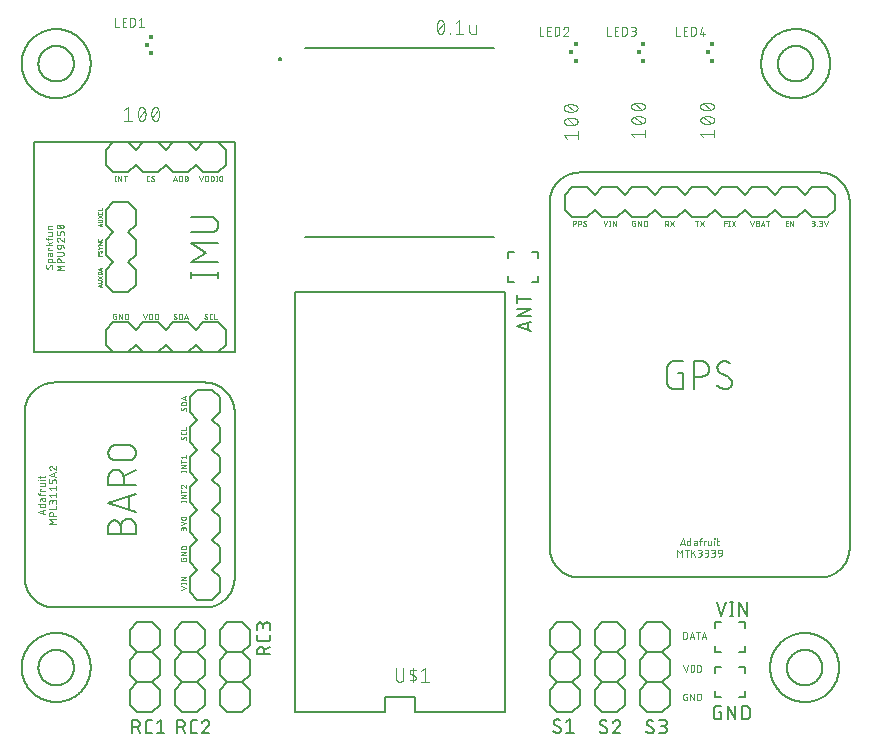
<source format=gbr>
G04 EAGLE Gerber RS-274X export*
G75*
%MOMM*%
%FSLAX34Y34*%
%LPD*%
%INSilkscreen Top*%
%IPPOS*%
%AMOC8*
5,1,8,0,0,1.08239X$1,22.5*%
G01*
%ADD10C,0.050800*%
%ADD11C,0.152400*%
%ADD12C,0.203200*%
%ADD13C,0.127000*%
%ADD14R,0.425000X0.325000*%
%ADD15R,0.350000X0.350000*%
%ADD16C,0.076200*%
%ADD17C,0.101600*%
%ADD18C,0.025400*%
%ADD19C,0.200000*%


D10*
X583184Y75184D02*
X583184Y80772D01*
X584736Y80772D01*
X584812Y80770D01*
X584888Y80765D01*
X584964Y80755D01*
X585039Y80742D01*
X585113Y80725D01*
X585187Y80705D01*
X585259Y80681D01*
X585330Y80654D01*
X585400Y80623D01*
X585468Y80589D01*
X585534Y80551D01*
X585598Y80510D01*
X585661Y80467D01*
X585721Y80420D01*
X585778Y80370D01*
X585833Y80317D01*
X585886Y80262D01*
X585936Y80205D01*
X585983Y80145D01*
X586026Y80082D01*
X586067Y80018D01*
X586105Y79952D01*
X586139Y79884D01*
X586170Y79814D01*
X586197Y79743D01*
X586221Y79670D01*
X586241Y79597D01*
X586258Y79523D01*
X586271Y79448D01*
X586281Y79372D01*
X586286Y79296D01*
X586288Y79220D01*
X586288Y76736D01*
X586286Y76657D01*
X586280Y76579D01*
X586270Y76501D01*
X586256Y76424D01*
X586238Y76347D01*
X586217Y76271D01*
X586191Y76197D01*
X586162Y76124D01*
X586129Y76053D01*
X586093Y75983D01*
X586053Y75915D01*
X586010Y75849D01*
X585963Y75786D01*
X585914Y75725D01*
X585861Y75667D01*
X585805Y75611D01*
X585747Y75558D01*
X585686Y75509D01*
X585623Y75462D01*
X585557Y75419D01*
X585489Y75379D01*
X585420Y75343D01*
X585348Y75310D01*
X585275Y75281D01*
X585201Y75255D01*
X585125Y75234D01*
X585048Y75216D01*
X584971Y75202D01*
X584893Y75192D01*
X584815Y75186D01*
X584736Y75184D01*
X583184Y75184D01*
X588543Y75184D02*
X590405Y80772D01*
X592268Y75184D01*
X591802Y76581D02*
X589008Y76581D01*
X595526Y75184D02*
X595526Y80772D01*
X593974Y80772D02*
X597078Y80772D01*
X600647Y80772D02*
X598784Y75184D01*
X602509Y75184D02*
X600647Y80772D01*
X602044Y76581D02*
X599250Y76581D01*
X583184Y52832D02*
X585047Y47244D01*
X586909Y52832D01*
X589164Y52832D02*
X589164Y47244D01*
X589164Y52832D02*
X590716Y52832D01*
X590792Y52830D01*
X590868Y52825D01*
X590944Y52815D01*
X591019Y52802D01*
X591093Y52785D01*
X591167Y52765D01*
X591239Y52741D01*
X591310Y52714D01*
X591380Y52683D01*
X591448Y52649D01*
X591514Y52611D01*
X591578Y52570D01*
X591641Y52527D01*
X591701Y52480D01*
X591758Y52430D01*
X591813Y52377D01*
X591866Y52322D01*
X591916Y52265D01*
X591963Y52205D01*
X592006Y52142D01*
X592047Y52078D01*
X592085Y52012D01*
X592119Y51944D01*
X592150Y51874D01*
X592177Y51803D01*
X592201Y51730D01*
X592221Y51657D01*
X592238Y51583D01*
X592251Y51508D01*
X592261Y51432D01*
X592266Y51356D01*
X592268Y51280D01*
X592268Y48796D01*
X592266Y48717D01*
X592260Y48639D01*
X592250Y48561D01*
X592236Y48484D01*
X592218Y48407D01*
X592197Y48331D01*
X592171Y48257D01*
X592142Y48184D01*
X592109Y48113D01*
X592073Y48043D01*
X592033Y47975D01*
X591990Y47909D01*
X591943Y47846D01*
X591894Y47785D01*
X591841Y47727D01*
X591785Y47671D01*
X591727Y47618D01*
X591666Y47569D01*
X591603Y47522D01*
X591537Y47479D01*
X591469Y47439D01*
X591400Y47403D01*
X591328Y47370D01*
X591255Y47341D01*
X591181Y47315D01*
X591105Y47294D01*
X591028Y47276D01*
X590951Y47262D01*
X590873Y47252D01*
X590795Y47246D01*
X590716Y47244D01*
X589164Y47244D01*
X595016Y47244D02*
X595016Y52832D01*
X596568Y52832D01*
X596644Y52830D01*
X596720Y52825D01*
X596796Y52815D01*
X596871Y52802D01*
X596945Y52785D01*
X597019Y52765D01*
X597091Y52741D01*
X597162Y52714D01*
X597232Y52683D01*
X597300Y52649D01*
X597366Y52611D01*
X597430Y52570D01*
X597493Y52527D01*
X597553Y52480D01*
X597610Y52430D01*
X597665Y52377D01*
X597718Y52322D01*
X597768Y52265D01*
X597815Y52205D01*
X597858Y52142D01*
X597899Y52078D01*
X597937Y52012D01*
X597971Y51944D01*
X598002Y51874D01*
X598029Y51803D01*
X598053Y51730D01*
X598073Y51657D01*
X598090Y51583D01*
X598103Y51508D01*
X598113Y51432D01*
X598118Y51356D01*
X598120Y51280D01*
X598120Y48796D01*
X598118Y48717D01*
X598112Y48639D01*
X598102Y48561D01*
X598088Y48484D01*
X598070Y48407D01*
X598049Y48331D01*
X598023Y48257D01*
X597994Y48184D01*
X597961Y48113D01*
X597925Y48043D01*
X597885Y47975D01*
X597842Y47909D01*
X597795Y47846D01*
X597746Y47785D01*
X597693Y47727D01*
X597637Y47671D01*
X597579Y47618D01*
X597518Y47569D01*
X597455Y47522D01*
X597389Y47479D01*
X597321Y47439D01*
X597252Y47403D01*
X597180Y47370D01*
X597107Y47341D01*
X597033Y47315D01*
X596957Y47294D01*
X596880Y47276D01*
X596803Y47262D01*
X596725Y47252D01*
X596647Y47246D01*
X596568Y47244D01*
X595016Y47244D01*
X586288Y26218D02*
X585357Y26218D01*
X586288Y26218D02*
X586288Y23114D01*
X584426Y23114D01*
X584356Y23116D01*
X584287Y23122D01*
X584218Y23132D01*
X584150Y23145D01*
X584082Y23163D01*
X584016Y23184D01*
X583951Y23209D01*
X583887Y23237D01*
X583825Y23269D01*
X583765Y23304D01*
X583707Y23343D01*
X583652Y23385D01*
X583598Y23430D01*
X583548Y23478D01*
X583500Y23528D01*
X583455Y23582D01*
X583413Y23637D01*
X583374Y23695D01*
X583339Y23755D01*
X583307Y23817D01*
X583279Y23881D01*
X583254Y23946D01*
X583233Y24012D01*
X583215Y24080D01*
X583202Y24148D01*
X583192Y24217D01*
X583186Y24286D01*
X583184Y24356D01*
X583184Y27460D01*
X583186Y27530D01*
X583192Y27599D01*
X583202Y27668D01*
X583215Y27736D01*
X583233Y27804D01*
X583254Y27870D01*
X583279Y27935D01*
X583307Y27999D01*
X583339Y28061D01*
X583374Y28121D01*
X583413Y28179D01*
X583455Y28234D01*
X583500Y28288D01*
X583548Y28338D01*
X583598Y28386D01*
X583652Y28431D01*
X583707Y28473D01*
X583765Y28512D01*
X583825Y28547D01*
X583887Y28579D01*
X583951Y28607D01*
X584016Y28632D01*
X584082Y28653D01*
X584150Y28671D01*
X584218Y28684D01*
X584287Y28694D01*
X584356Y28700D01*
X584426Y28702D01*
X586288Y28702D01*
X589036Y28702D02*
X589036Y23114D01*
X592141Y23114D02*
X589036Y28702D01*
X592141Y28702D02*
X592141Y23114D01*
X594888Y23114D02*
X594888Y28702D01*
X596440Y28702D01*
X596516Y28700D01*
X596592Y28695D01*
X596668Y28685D01*
X596743Y28672D01*
X596817Y28655D01*
X596891Y28635D01*
X596963Y28611D01*
X597034Y28584D01*
X597104Y28553D01*
X597172Y28519D01*
X597238Y28481D01*
X597302Y28440D01*
X597365Y28397D01*
X597425Y28350D01*
X597482Y28300D01*
X597537Y28247D01*
X597590Y28192D01*
X597640Y28135D01*
X597687Y28075D01*
X597730Y28012D01*
X597771Y27948D01*
X597809Y27882D01*
X597843Y27814D01*
X597874Y27744D01*
X597901Y27673D01*
X597925Y27600D01*
X597945Y27527D01*
X597962Y27453D01*
X597975Y27378D01*
X597985Y27302D01*
X597990Y27226D01*
X597992Y27150D01*
X597993Y27150D02*
X597993Y24666D01*
X597992Y24666D02*
X597990Y24587D01*
X597984Y24509D01*
X597974Y24431D01*
X597960Y24354D01*
X597942Y24277D01*
X597921Y24201D01*
X597895Y24127D01*
X597866Y24054D01*
X597833Y23983D01*
X597797Y23913D01*
X597757Y23845D01*
X597714Y23779D01*
X597667Y23716D01*
X597618Y23655D01*
X597565Y23597D01*
X597509Y23541D01*
X597451Y23488D01*
X597390Y23439D01*
X597327Y23392D01*
X597261Y23349D01*
X597193Y23309D01*
X597124Y23273D01*
X597052Y23240D01*
X596979Y23211D01*
X596905Y23185D01*
X596829Y23164D01*
X596752Y23146D01*
X596675Y23132D01*
X596597Y23122D01*
X596519Y23116D01*
X596440Y23114D01*
X594888Y23114D01*
D11*
X22860Y562102D02*
X22869Y562819D01*
X22895Y563535D01*
X22939Y564251D01*
X23001Y564965D01*
X23080Y565678D01*
X23176Y566388D01*
X23290Y567096D01*
X23421Y567801D01*
X23570Y568502D01*
X23735Y569199D01*
X23918Y569893D01*
X24118Y570581D01*
X24334Y571265D01*
X24567Y571943D01*
X24817Y572615D01*
X25083Y573280D01*
X25366Y573939D01*
X25664Y574591D01*
X25979Y575235D01*
X26309Y575871D01*
X26655Y576500D01*
X27016Y577119D01*
X27392Y577729D01*
X27783Y578330D01*
X28188Y578921D01*
X28608Y579502D01*
X29042Y580073D01*
X29490Y580633D01*
X29952Y581181D01*
X30427Y581718D01*
X30915Y582243D01*
X31415Y582757D01*
X31929Y583257D01*
X32454Y583745D01*
X32991Y584220D01*
X33539Y584682D01*
X34099Y585130D01*
X34670Y585564D01*
X35251Y585984D01*
X35842Y586389D01*
X36443Y586780D01*
X37053Y587156D01*
X37672Y587517D01*
X38301Y587863D01*
X38937Y588193D01*
X39581Y588508D01*
X40233Y588806D01*
X40892Y589089D01*
X41557Y589355D01*
X42229Y589605D01*
X42907Y589838D01*
X43591Y590054D01*
X44279Y590254D01*
X44973Y590437D01*
X45670Y590602D01*
X46371Y590751D01*
X47076Y590882D01*
X47784Y590996D01*
X48494Y591092D01*
X49207Y591171D01*
X49921Y591233D01*
X50637Y591277D01*
X51353Y591303D01*
X52070Y591312D01*
X52787Y591303D01*
X53503Y591277D01*
X54219Y591233D01*
X54933Y591171D01*
X55646Y591092D01*
X56356Y590996D01*
X57064Y590882D01*
X57769Y590751D01*
X58470Y590602D01*
X59167Y590437D01*
X59861Y590254D01*
X60549Y590054D01*
X61233Y589838D01*
X61911Y589605D01*
X62583Y589355D01*
X63248Y589089D01*
X63907Y588806D01*
X64559Y588508D01*
X65203Y588193D01*
X65839Y587863D01*
X66468Y587517D01*
X67087Y587156D01*
X67697Y586780D01*
X68298Y586389D01*
X68889Y585984D01*
X69470Y585564D01*
X70041Y585130D01*
X70601Y584682D01*
X71149Y584220D01*
X71686Y583745D01*
X72211Y583257D01*
X72725Y582757D01*
X73225Y582243D01*
X73713Y581718D01*
X74188Y581181D01*
X74650Y580633D01*
X75098Y580073D01*
X75532Y579502D01*
X75952Y578921D01*
X76357Y578330D01*
X76748Y577729D01*
X77124Y577119D01*
X77485Y576500D01*
X77831Y575871D01*
X78161Y575235D01*
X78476Y574591D01*
X78774Y573939D01*
X79057Y573280D01*
X79323Y572615D01*
X79573Y571943D01*
X79806Y571265D01*
X80022Y570581D01*
X80222Y569893D01*
X80405Y569199D01*
X80570Y568502D01*
X80719Y567801D01*
X80850Y567096D01*
X80964Y566388D01*
X81060Y565678D01*
X81139Y564965D01*
X81201Y564251D01*
X81245Y563535D01*
X81271Y562819D01*
X81280Y562102D01*
X81271Y561385D01*
X81245Y560669D01*
X81201Y559953D01*
X81139Y559239D01*
X81060Y558526D01*
X80964Y557816D01*
X80850Y557108D01*
X80719Y556403D01*
X80570Y555702D01*
X80405Y555005D01*
X80222Y554311D01*
X80022Y553623D01*
X79806Y552939D01*
X79573Y552261D01*
X79323Y551589D01*
X79057Y550924D01*
X78774Y550265D01*
X78476Y549613D01*
X78161Y548969D01*
X77831Y548333D01*
X77485Y547704D01*
X77124Y547085D01*
X76748Y546475D01*
X76357Y545874D01*
X75952Y545283D01*
X75532Y544702D01*
X75098Y544131D01*
X74650Y543571D01*
X74188Y543023D01*
X73713Y542486D01*
X73225Y541961D01*
X72725Y541447D01*
X72211Y540947D01*
X71686Y540459D01*
X71149Y539984D01*
X70601Y539522D01*
X70041Y539074D01*
X69470Y538640D01*
X68889Y538220D01*
X68298Y537815D01*
X67697Y537424D01*
X67087Y537048D01*
X66468Y536687D01*
X65839Y536341D01*
X65203Y536011D01*
X64559Y535696D01*
X63907Y535398D01*
X63248Y535115D01*
X62583Y534849D01*
X61911Y534599D01*
X61233Y534366D01*
X60549Y534150D01*
X59861Y533950D01*
X59167Y533767D01*
X58470Y533602D01*
X57769Y533453D01*
X57064Y533322D01*
X56356Y533208D01*
X55646Y533112D01*
X54933Y533033D01*
X54219Y532971D01*
X53503Y532927D01*
X52787Y532901D01*
X52070Y532892D01*
X51353Y532901D01*
X50637Y532927D01*
X49921Y532971D01*
X49207Y533033D01*
X48494Y533112D01*
X47784Y533208D01*
X47076Y533322D01*
X46371Y533453D01*
X45670Y533602D01*
X44973Y533767D01*
X44279Y533950D01*
X43591Y534150D01*
X42907Y534366D01*
X42229Y534599D01*
X41557Y534849D01*
X40892Y535115D01*
X40233Y535398D01*
X39581Y535696D01*
X38937Y536011D01*
X38301Y536341D01*
X37672Y536687D01*
X37053Y537048D01*
X36443Y537424D01*
X35842Y537815D01*
X35251Y538220D01*
X34670Y538640D01*
X34099Y539074D01*
X33539Y539522D01*
X32991Y539984D01*
X32454Y540459D01*
X31929Y540947D01*
X31415Y541447D01*
X30915Y541961D01*
X30427Y542486D01*
X29952Y543023D01*
X29490Y543571D01*
X29042Y544131D01*
X28608Y544702D01*
X28188Y545283D01*
X27783Y545874D01*
X27392Y546475D01*
X27016Y547085D01*
X26655Y547704D01*
X26309Y548333D01*
X25979Y548969D01*
X25664Y549613D01*
X25366Y550265D01*
X25083Y550924D01*
X24817Y551589D01*
X24567Y552261D01*
X24334Y552939D01*
X24118Y553623D01*
X23918Y554311D01*
X23735Y555005D01*
X23570Y555702D01*
X23421Y556403D01*
X23290Y557108D01*
X23176Y557816D01*
X23080Y558526D01*
X23001Y559239D01*
X22939Y559953D01*
X22895Y560669D01*
X22869Y561385D01*
X22860Y562102D01*
D12*
X37070Y562102D02*
X37075Y562470D01*
X37088Y562838D01*
X37111Y563205D01*
X37142Y563572D01*
X37183Y563938D01*
X37232Y564303D01*
X37291Y564666D01*
X37358Y565028D01*
X37434Y565389D01*
X37520Y565747D01*
X37613Y566103D01*
X37716Y566456D01*
X37827Y566807D01*
X37947Y567155D01*
X38075Y567500D01*
X38212Y567842D01*
X38357Y568181D01*
X38510Y568515D01*
X38672Y568846D01*
X38841Y569173D01*
X39019Y569495D01*
X39204Y569814D01*
X39397Y570127D01*
X39598Y570436D01*
X39806Y570739D01*
X40022Y571037D01*
X40245Y571330D01*
X40475Y571618D01*
X40712Y571900D01*
X40956Y572175D01*
X41206Y572445D01*
X41463Y572709D01*
X41727Y572966D01*
X41997Y573216D01*
X42272Y573460D01*
X42554Y573697D01*
X42842Y573927D01*
X43135Y574150D01*
X43433Y574366D01*
X43736Y574574D01*
X44045Y574775D01*
X44358Y574968D01*
X44677Y575153D01*
X44999Y575331D01*
X45326Y575500D01*
X45657Y575662D01*
X45991Y575815D01*
X46330Y575960D01*
X46672Y576097D01*
X47017Y576225D01*
X47365Y576345D01*
X47716Y576456D01*
X48069Y576559D01*
X48425Y576652D01*
X48783Y576738D01*
X49144Y576814D01*
X49506Y576881D01*
X49869Y576940D01*
X50234Y576989D01*
X50600Y577030D01*
X50967Y577061D01*
X51334Y577084D01*
X51702Y577097D01*
X52070Y577102D01*
X52438Y577097D01*
X52806Y577084D01*
X53173Y577061D01*
X53540Y577030D01*
X53906Y576989D01*
X54271Y576940D01*
X54634Y576881D01*
X54996Y576814D01*
X55357Y576738D01*
X55715Y576652D01*
X56071Y576559D01*
X56424Y576456D01*
X56775Y576345D01*
X57123Y576225D01*
X57468Y576097D01*
X57810Y575960D01*
X58149Y575815D01*
X58483Y575662D01*
X58814Y575500D01*
X59141Y575331D01*
X59463Y575153D01*
X59782Y574968D01*
X60095Y574775D01*
X60404Y574574D01*
X60707Y574366D01*
X61005Y574150D01*
X61298Y573927D01*
X61586Y573697D01*
X61868Y573460D01*
X62143Y573216D01*
X62413Y572966D01*
X62677Y572709D01*
X62934Y572445D01*
X63184Y572175D01*
X63428Y571900D01*
X63665Y571618D01*
X63895Y571330D01*
X64118Y571037D01*
X64334Y570739D01*
X64542Y570436D01*
X64743Y570127D01*
X64936Y569814D01*
X65121Y569495D01*
X65299Y569173D01*
X65468Y568846D01*
X65630Y568515D01*
X65783Y568181D01*
X65928Y567842D01*
X66065Y567500D01*
X66193Y567155D01*
X66313Y566807D01*
X66424Y566456D01*
X66527Y566103D01*
X66620Y565747D01*
X66706Y565389D01*
X66782Y565028D01*
X66849Y564666D01*
X66908Y564303D01*
X66957Y563938D01*
X66998Y563572D01*
X67029Y563205D01*
X67052Y562838D01*
X67065Y562470D01*
X67070Y562102D01*
X67065Y561734D01*
X67052Y561366D01*
X67029Y560999D01*
X66998Y560632D01*
X66957Y560266D01*
X66908Y559901D01*
X66849Y559538D01*
X66782Y559176D01*
X66706Y558815D01*
X66620Y558457D01*
X66527Y558101D01*
X66424Y557748D01*
X66313Y557397D01*
X66193Y557049D01*
X66065Y556704D01*
X65928Y556362D01*
X65783Y556023D01*
X65630Y555689D01*
X65468Y555358D01*
X65299Y555031D01*
X65121Y554709D01*
X64936Y554390D01*
X64743Y554077D01*
X64542Y553768D01*
X64334Y553465D01*
X64118Y553167D01*
X63895Y552874D01*
X63665Y552586D01*
X63428Y552304D01*
X63184Y552029D01*
X62934Y551759D01*
X62677Y551495D01*
X62413Y551238D01*
X62143Y550988D01*
X61868Y550744D01*
X61586Y550507D01*
X61298Y550277D01*
X61005Y550054D01*
X60707Y549838D01*
X60404Y549630D01*
X60095Y549429D01*
X59782Y549236D01*
X59463Y549051D01*
X59141Y548873D01*
X58814Y548704D01*
X58483Y548542D01*
X58149Y548389D01*
X57810Y548244D01*
X57468Y548107D01*
X57123Y547979D01*
X56775Y547859D01*
X56424Y547748D01*
X56071Y547645D01*
X55715Y547552D01*
X55357Y547466D01*
X54996Y547390D01*
X54634Y547323D01*
X54271Y547264D01*
X53906Y547215D01*
X53540Y547174D01*
X53173Y547143D01*
X52806Y547120D01*
X52438Y547107D01*
X52070Y547102D01*
X51702Y547107D01*
X51334Y547120D01*
X50967Y547143D01*
X50600Y547174D01*
X50234Y547215D01*
X49869Y547264D01*
X49506Y547323D01*
X49144Y547390D01*
X48783Y547466D01*
X48425Y547552D01*
X48069Y547645D01*
X47716Y547748D01*
X47365Y547859D01*
X47017Y547979D01*
X46672Y548107D01*
X46330Y548244D01*
X45991Y548389D01*
X45657Y548542D01*
X45326Y548704D01*
X44999Y548873D01*
X44677Y549051D01*
X44358Y549236D01*
X44045Y549429D01*
X43736Y549630D01*
X43433Y549838D01*
X43135Y550054D01*
X42842Y550277D01*
X42554Y550507D01*
X42272Y550744D01*
X41997Y550988D01*
X41727Y551238D01*
X41463Y551495D01*
X41206Y551759D01*
X40956Y552029D01*
X40712Y552304D01*
X40475Y552586D01*
X40245Y552874D01*
X40022Y553167D01*
X39806Y553465D01*
X39598Y553768D01*
X39397Y554077D01*
X39204Y554390D01*
X39019Y554709D01*
X38841Y555031D01*
X38672Y555358D01*
X38510Y555689D01*
X38357Y556023D01*
X38212Y556362D01*
X38075Y556704D01*
X37947Y557049D01*
X37827Y557397D01*
X37716Y557748D01*
X37613Y558101D01*
X37520Y558457D01*
X37434Y558815D01*
X37358Y559176D01*
X37291Y559538D01*
X37232Y559901D01*
X37183Y560266D01*
X37142Y560632D01*
X37111Y560999D01*
X37088Y561366D01*
X37075Y561734D01*
X37070Y562102D01*
D11*
X656590Y50800D02*
X656599Y51517D01*
X656625Y52233D01*
X656669Y52949D01*
X656731Y53663D01*
X656810Y54376D01*
X656906Y55086D01*
X657020Y55794D01*
X657151Y56499D01*
X657300Y57200D01*
X657465Y57897D01*
X657648Y58591D01*
X657848Y59279D01*
X658064Y59963D01*
X658297Y60641D01*
X658547Y61313D01*
X658813Y61978D01*
X659096Y62637D01*
X659394Y63289D01*
X659709Y63933D01*
X660039Y64569D01*
X660385Y65198D01*
X660746Y65817D01*
X661122Y66427D01*
X661513Y67028D01*
X661918Y67619D01*
X662338Y68200D01*
X662772Y68771D01*
X663220Y69331D01*
X663682Y69879D01*
X664157Y70416D01*
X664645Y70941D01*
X665145Y71455D01*
X665659Y71955D01*
X666184Y72443D01*
X666721Y72918D01*
X667269Y73380D01*
X667829Y73828D01*
X668400Y74262D01*
X668981Y74682D01*
X669572Y75087D01*
X670173Y75478D01*
X670783Y75854D01*
X671402Y76215D01*
X672031Y76561D01*
X672667Y76891D01*
X673311Y77206D01*
X673963Y77504D01*
X674622Y77787D01*
X675287Y78053D01*
X675959Y78303D01*
X676637Y78536D01*
X677321Y78752D01*
X678009Y78952D01*
X678703Y79135D01*
X679400Y79300D01*
X680101Y79449D01*
X680806Y79580D01*
X681514Y79694D01*
X682224Y79790D01*
X682937Y79869D01*
X683651Y79931D01*
X684367Y79975D01*
X685083Y80001D01*
X685800Y80010D01*
X686517Y80001D01*
X687233Y79975D01*
X687949Y79931D01*
X688663Y79869D01*
X689376Y79790D01*
X690086Y79694D01*
X690794Y79580D01*
X691499Y79449D01*
X692200Y79300D01*
X692897Y79135D01*
X693591Y78952D01*
X694279Y78752D01*
X694963Y78536D01*
X695641Y78303D01*
X696313Y78053D01*
X696978Y77787D01*
X697637Y77504D01*
X698289Y77206D01*
X698933Y76891D01*
X699569Y76561D01*
X700198Y76215D01*
X700817Y75854D01*
X701427Y75478D01*
X702028Y75087D01*
X702619Y74682D01*
X703200Y74262D01*
X703771Y73828D01*
X704331Y73380D01*
X704879Y72918D01*
X705416Y72443D01*
X705941Y71955D01*
X706455Y71455D01*
X706955Y70941D01*
X707443Y70416D01*
X707918Y69879D01*
X708380Y69331D01*
X708828Y68771D01*
X709262Y68200D01*
X709682Y67619D01*
X710087Y67028D01*
X710478Y66427D01*
X710854Y65817D01*
X711215Y65198D01*
X711561Y64569D01*
X711891Y63933D01*
X712206Y63289D01*
X712504Y62637D01*
X712787Y61978D01*
X713053Y61313D01*
X713303Y60641D01*
X713536Y59963D01*
X713752Y59279D01*
X713952Y58591D01*
X714135Y57897D01*
X714300Y57200D01*
X714449Y56499D01*
X714580Y55794D01*
X714694Y55086D01*
X714790Y54376D01*
X714869Y53663D01*
X714931Y52949D01*
X714975Y52233D01*
X715001Y51517D01*
X715010Y50800D01*
X715001Y50083D01*
X714975Y49367D01*
X714931Y48651D01*
X714869Y47937D01*
X714790Y47224D01*
X714694Y46514D01*
X714580Y45806D01*
X714449Y45101D01*
X714300Y44400D01*
X714135Y43703D01*
X713952Y43009D01*
X713752Y42321D01*
X713536Y41637D01*
X713303Y40959D01*
X713053Y40287D01*
X712787Y39622D01*
X712504Y38963D01*
X712206Y38311D01*
X711891Y37667D01*
X711561Y37031D01*
X711215Y36402D01*
X710854Y35783D01*
X710478Y35173D01*
X710087Y34572D01*
X709682Y33981D01*
X709262Y33400D01*
X708828Y32829D01*
X708380Y32269D01*
X707918Y31721D01*
X707443Y31184D01*
X706955Y30659D01*
X706455Y30145D01*
X705941Y29645D01*
X705416Y29157D01*
X704879Y28682D01*
X704331Y28220D01*
X703771Y27772D01*
X703200Y27338D01*
X702619Y26918D01*
X702028Y26513D01*
X701427Y26122D01*
X700817Y25746D01*
X700198Y25385D01*
X699569Y25039D01*
X698933Y24709D01*
X698289Y24394D01*
X697637Y24096D01*
X696978Y23813D01*
X696313Y23547D01*
X695641Y23297D01*
X694963Y23064D01*
X694279Y22848D01*
X693591Y22648D01*
X692897Y22465D01*
X692200Y22300D01*
X691499Y22151D01*
X690794Y22020D01*
X690086Y21906D01*
X689376Y21810D01*
X688663Y21731D01*
X687949Y21669D01*
X687233Y21625D01*
X686517Y21599D01*
X685800Y21590D01*
X685083Y21599D01*
X684367Y21625D01*
X683651Y21669D01*
X682937Y21731D01*
X682224Y21810D01*
X681514Y21906D01*
X680806Y22020D01*
X680101Y22151D01*
X679400Y22300D01*
X678703Y22465D01*
X678009Y22648D01*
X677321Y22848D01*
X676637Y23064D01*
X675959Y23297D01*
X675287Y23547D01*
X674622Y23813D01*
X673963Y24096D01*
X673311Y24394D01*
X672667Y24709D01*
X672031Y25039D01*
X671402Y25385D01*
X670783Y25746D01*
X670173Y26122D01*
X669572Y26513D01*
X668981Y26918D01*
X668400Y27338D01*
X667829Y27772D01*
X667269Y28220D01*
X666721Y28682D01*
X666184Y29157D01*
X665659Y29645D01*
X665145Y30145D01*
X664645Y30659D01*
X664157Y31184D01*
X663682Y31721D01*
X663220Y32269D01*
X662772Y32829D01*
X662338Y33400D01*
X661918Y33981D01*
X661513Y34572D01*
X661122Y35173D01*
X660746Y35783D01*
X660385Y36402D01*
X660039Y37031D01*
X659709Y37667D01*
X659394Y38311D01*
X659096Y38963D01*
X658813Y39622D01*
X658547Y40287D01*
X658297Y40959D01*
X658064Y41637D01*
X657848Y42321D01*
X657648Y43009D01*
X657465Y43703D01*
X657300Y44400D01*
X657151Y45101D01*
X657020Y45806D01*
X656906Y46514D01*
X656810Y47224D01*
X656731Y47937D01*
X656669Y48651D01*
X656625Y49367D01*
X656599Y50083D01*
X656590Y50800D01*
D12*
X670800Y50800D02*
X670805Y51168D01*
X670818Y51536D01*
X670841Y51903D01*
X670872Y52270D01*
X670913Y52636D01*
X670962Y53001D01*
X671021Y53364D01*
X671088Y53726D01*
X671164Y54087D01*
X671250Y54445D01*
X671343Y54801D01*
X671446Y55154D01*
X671557Y55505D01*
X671677Y55853D01*
X671805Y56198D01*
X671942Y56540D01*
X672087Y56879D01*
X672240Y57213D01*
X672402Y57544D01*
X672571Y57871D01*
X672749Y58193D01*
X672934Y58512D01*
X673127Y58825D01*
X673328Y59134D01*
X673536Y59437D01*
X673752Y59735D01*
X673975Y60028D01*
X674205Y60316D01*
X674442Y60598D01*
X674686Y60873D01*
X674936Y61143D01*
X675193Y61407D01*
X675457Y61664D01*
X675727Y61914D01*
X676002Y62158D01*
X676284Y62395D01*
X676572Y62625D01*
X676865Y62848D01*
X677163Y63064D01*
X677466Y63272D01*
X677775Y63473D01*
X678088Y63666D01*
X678407Y63851D01*
X678729Y64029D01*
X679056Y64198D01*
X679387Y64360D01*
X679721Y64513D01*
X680060Y64658D01*
X680402Y64795D01*
X680747Y64923D01*
X681095Y65043D01*
X681446Y65154D01*
X681799Y65257D01*
X682155Y65350D01*
X682513Y65436D01*
X682874Y65512D01*
X683236Y65579D01*
X683599Y65638D01*
X683964Y65687D01*
X684330Y65728D01*
X684697Y65759D01*
X685064Y65782D01*
X685432Y65795D01*
X685800Y65800D01*
X686168Y65795D01*
X686536Y65782D01*
X686903Y65759D01*
X687270Y65728D01*
X687636Y65687D01*
X688001Y65638D01*
X688364Y65579D01*
X688726Y65512D01*
X689087Y65436D01*
X689445Y65350D01*
X689801Y65257D01*
X690154Y65154D01*
X690505Y65043D01*
X690853Y64923D01*
X691198Y64795D01*
X691540Y64658D01*
X691879Y64513D01*
X692213Y64360D01*
X692544Y64198D01*
X692871Y64029D01*
X693193Y63851D01*
X693512Y63666D01*
X693825Y63473D01*
X694134Y63272D01*
X694437Y63064D01*
X694735Y62848D01*
X695028Y62625D01*
X695316Y62395D01*
X695598Y62158D01*
X695873Y61914D01*
X696143Y61664D01*
X696407Y61407D01*
X696664Y61143D01*
X696914Y60873D01*
X697158Y60598D01*
X697395Y60316D01*
X697625Y60028D01*
X697848Y59735D01*
X698064Y59437D01*
X698272Y59134D01*
X698473Y58825D01*
X698666Y58512D01*
X698851Y58193D01*
X699029Y57871D01*
X699198Y57544D01*
X699360Y57213D01*
X699513Y56879D01*
X699658Y56540D01*
X699795Y56198D01*
X699923Y55853D01*
X700043Y55505D01*
X700154Y55154D01*
X700257Y54801D01*
X700350Y54445D01*
X700436Y54087D01*
X700512Y53726D01*
X700579Y53364D01*
X700638Y53001D01*
X700687Y52636D01*
X700728Y52270D01*
X700759Y51903D01*
X700782Y51536D01*
X700795Y51168D01*
X700800Y50800D01*
X700795Y50432D01*
X700782Y50064D01*
X700759Y49697D01*
X700728Y49330D01*
X700687Y48964D01*
X700638Y48599D01*
X700579Y48236D01*
X700512Y47874D01*
X700436Y47513D01*
X700350Y47155D01*
X700257Y46799D01*
X700154Y46446D01*
X700043Y46095D01*
X699923Y45747D01*
X699795Y45402D01*
X699658Y45060D01*
X699513Y44721D01*
X699360Y44387D01*
X699198Y44056D01*
X699029Y43729D01*
X698851Y43407D01*
X698666Y43088D01*
X698473Y42775D01*
X698272Y42466D01*
X698064Y42163D01*
X697848Y41865D01*
X697625Y41572D01*
X697395Y41284D01*
X697158Y41002D01*
X696914Y40727D01*
X696664Y40457D01*
X696407Y40193D01*
X696143Y39936D01*
X695873Y39686D01*
X695598Y39442D01*
X695316Y39205D01*
X695028Y38975D01*
X694735Y38752D01*
X694437Y38536D01*
X694134Y38328D01*
X693825Y38127D01*
X693512Y37934D01*
X693193Y37749D01*
X692871Y37571D01*
X692544Y37402D01*
X692213Y37240D01*
X691879Y37087D01*
X691540Y36942D01*
X691198Y36805D01*
X690853Y36677D01*
X690505Y36557D01*
X690154Y36446D01*
X689801Y36343D01*
X689445Y36250D01*
X689087Y36164D01*
X688726Y36088D01*
X688364Y36021D01*
X688001Y35962D01*
X687636Y35913D01*
X687270Y35872D01*
X686903Y35841D01*
X686536Y35818D01*
X686168Y35805D01*
X685800Y35800D01*
X685432Y35805D01*
X685064Y35818D01*
X684697Y35841D01*
X684330Y35872D01*
X683964Y35913D01*
X683599Y35962D01*
X683236Y36021D01*
X682874Y36088D01*
X682513Y36164D01*
X682155Y36250D01*
X681799Y36343D01*
X681446Y36446D01*
X681095Y36557D01*
X680747Y36677D01*
X680402Y36805D01*
X680060Y36942D01*
X679721Y37087D01*
X679387Y37240D01*
X679056Y37402D01*
X678729Y37571D01*
X678407Y37749D01*
X678088Y37934D01*
X677775Y38127D01*
X677466Y38328D01*
X677163Y38536D01*
X676865Y38752D01*
X676572Y38975D01*
X676284Y39205D01*
X676002Y39442D01*
X675727Y39686D01*
X675457Y39936D01*
X675193Y40193D01*
X674936Y40457D01*
X674686Y40727D01*
X674442Y41002D01*
X674205Y41284D01*
X673975Y41572D01*
X673752Y41865D01*
X673536Y42163D01*
X673328Y42466D01*
X673127Y42775D01*
X672934Y43088D01*
X672749Y43407D01*
X672571Y43729D01*
X672402Y44056D01*
X672240Y44387D01*
X672087Y44721D01*
X671942Y45060D01*
X671805Y45402D01*
X671677Y45747D01*
X671557Y46095D01*
X671446Y46446D01*
X671343Y46799D01*
X671250Y47155D01*
X671164Y47513D01*
X671088Y47874D01*
X671021Y48236D01*
X670962Y48599D01*
X670913Y48964D01*
X670872Y49330D01*
X670841Y49697D01*
X670818Y50064D01*
X670805Y50432D01*
X670800Y50800D01*
D11*
X648970Y562102D02*
X648979Y562819D01*
X649005Y563535D01*
X649049Y564251D01*
X649111Y564965D01*
X649190Y565678D01*
X649286Y566388D01*
X649400Y567096D01*
X649531Y567801D01*
X649680Y568502D01*
X649845Y569199D01*
X650028Y569893D01*
X650228Y570581D01*
X650444Y571265D01*
X650677Y571943D01*
X650927Y572615D01*
X651193Y573280D01*
X651476Y573939D01*
X651774Y574591D01*
X652089Y575235D01*
X652419Y575871D01*
X652765Y576500D01*
X653126Y577119D01*
X653502Y577729D01*
X653893Y578330D01*
X654298Y578921D01*
X654718Y579502D01*
X655152Y580073D01*
X655600Y580633D01*
X656062Y581181D01*
X656537Y581718D01*
X657025Y582243D01*
X657525Y582757D01*
X658039Y583257D01*
X658564Y583745D01*
X659101Y584220D01*
X659649Y584682D01*
X660209Y585130D01*
X660780Y585564D01*
X661361Y585984D01*
X661952Y586389D01*
X662553Y586780D01*
X663163Y587156D01*
X663782Y587517D01*
X664411Y587863D01*
X665047Y588193D01*
X665691Y588508D01*
X666343Y588806D01*
X667002Y589089D01*
X667667Y589355D01*
X668339Y589605D01*
X669017Y589838D01*
X669701Y590054D01*
X670389Y590254D01*
X671083Y590437D01*
X671780Y590602D01*
X672481Y590751D01*
X673186Y590882D01*
X673894Y590996D01*
X674604Y591092D01*
X675317Y591171D01*
X676031Y591233D01*
X676747Y591277D01*
X677463Y591303D01*
X678180Y591312D01*
X678897Y591303D01*
X679613Y591277D01*
X680329Y591233D01*
X681043Y591171D01*
X681756Y591092D01*
X682466Y590996D01*
X683174Y590882D01*
X683879Y590751D01*
X684580Y590602D01*
X685277Y590437D01*
X685971Y590254D01*
X686659Y590054D01*
X687343Y589838D01*
X688021Y589605D01*
X688693Y589355D01*
X689358Y589089D01*
X690017Y588806D01*
X690669Y588508D01*
X691313Y588193D01*
X691949Y587863D01*
X692578Y587517D01*
X693197Y587156D01*
X693807Y586780D01*
X694408Y586389D01*
X694999Y585984D01*
X695580Y585564D01*
X696151Y585130D01*
X696711Y584682D01*
X697259Y584220D01*
X697796Y583745D01*
X698321Y583257D01*
X698835Y582757D01*
X699335Y582243D01*
X699823Y581718D01*
X700298Y581181D01*
X700760Y580633D01*
X701208Y580073D01*
X701642Y579502D01*
X702062Y578921D01*
X702467Y578330D01*
X702858Y577729D01*
X703234Y577119D01*
X703595Y576500D01*
X703941Y575871D01*
X704271Y575235D01*
X704586Y574591D01*
X704884Y573939D01*
X705167Y573280D01*
X705433Y572615D01*
X705683Y571943D01*
X705916Y571265D01*
X706132Y570581D01*
X706332Y569893D01*
X706515Y569199D01*
X706680Y568502D01*
X706829Y567801D01*
X706960Y567096D01*
X707074Y566388D01*
X707170Y565678D01*
X707249Y564965D01*
X707311Y564251D01*
X707355Y563535D01*
X707381Y562819D01*
X707390Y562102D01*
X707381Y561385D01*
X707355Y560669D01*
X707311Y559953D01*
X707249Y559239D01*
X707170Y558526D01*
X707074Y557816D01*
X706960Y557108D01*
X706829Y556403D01*
X706680Y555702D01*
X706515Y555005D01*
X706332Y554311D01*
X706132Y553623D01*
X705916Y552939D01*
X705683Y552261D01*
X705433Y551589D01*
X705167Y550924D01*
X704884Y550265D01*
X704586Y549613D01*
X704271Y548969D01*
X703941Y548333D01*
X703595Y547704D01*
X703234Y547085D01*
X702858Y546475D01*
X702467Y545874D01*
X702062Y545283D01*
X701642Y544702D01*
X701208Y544131D01*
X700760Y543571D01*
X700298Y543023D01*
X699823Y542486D01*
X699335Y541961D01*
X698835Y541447D01*
X698321Y540947D01*
X697796Y540459D01*
X697259Y539984D01*
X696711Y539522D01*
X696151Y539074D01*
X695580Y538640D01*
X694999Y538220D01*
X694408Y537815D01*
X693807Y537424D01*
X693197Y537048D01*
X692578Y536687D01*
X691949Y536341D01*
X691313Y536011D01*
X690669Y535696D01*
X690017Y535398D01*
X689358Y535115D01*
X688693Y534849D01*
X688021Y534599D01*
X687343Y534366D01*
X686659Y534150D01*
X685971Y533950D01*
X685277Y533767D01*
X684580Y533602D01*
X683879Y533453D01*
X683174Y533322D01*
X682466Y533208D01*
X681756Y533112D01*
X681043Y533033D01*
X680329Y532971D01*
X679613Y532927D01*
X678897Y532901D01*
X678180Y532892D01*
X677463Y532901D01*
X676747Y532927D01*
X676031Y532971D01*
X675317Y533033D01*
X674604Y533112D01*
X673894Y533208D01*
X673186Y533322D01*
X672481Y533453D01*
X671780Y533602D01*
X671083Y533767D01*
X670389Y533950D01*
X669701Y534150D01*
X669017Y534366D01*
X668339Y534599D01*
X667667Y534849D01*
X667002Y535115D01*
X666343Y535398D01*
X665691Y535696D01*
X665047Y536011D01*
X664411Y536341D01*
X663782Y536687D01*
X663163Y537048D01*
X662553Y537424D01*
X661952Y537815D01*
X661361Y538220D01*
X660780Y538640D01*
X660209Y539074D01*
X659649Y539522D01*
X659101Y539984D01*
X658564Y540459D01*
X658039Y540947D01*
X657525Y541447D01*
X657025Y541961D01*
X656537Y542486D01*
X656062Y543023D01*
X655600Y543571D01*
X655152Y544131D01*
X654718Y544702D01*
X654298Y545283D01*
X653893Y545874D01*
X653502Y546475D01*
X653126Y547085D01*
X652765Y547704D01*
X652419Y548333D01*
X652089Y548969D01*
X651774Y549613D01*
X651476Y550265D01*
X651193Y550924D01*
X650927Y551589D01*
X650677Y552261D01*
X650444Y552939D01*
X650228Y553623D01*
X650028Y554311D01*
X649845Y555005D01*
X649680Y555702D01*
X649531Y556403D01*
X649400Y557108D01*
X649286Y557816D01*
X649190Y558526D01*
X649111Y559239D01*
X649049Y559953D01*
X649005Y560669D01*
X648979Y561385D01*
X648970Y562102D01*
D12*
X663180Y562102D02*
X663185Y562470D01*
X663198Y562838D01*
X663221Y563205D01*
X663252Y563572D01*
X663293Y563938D01*
X663342Y564303D01*
X663401Y564666D01*
X663468Y565028D01*
X663544Y565389D01*
X663630Y565747D01*
X663723Y566103D01*
X663826Y566456D01*
X663937Y566807D01*
X664057Y567155D01*
X664185Y567500D01*
X664322Y567842D01*
X664467Y568181D01*
X664620Y568515D01*
X664782Y568846D01*
X664951Y569173D01*
X665129Y569495D01*
X665314Y569814D01*
X665507Y570127D01*
X665708Y570436D01*
X665916Y570739D01*
X666132Y571037D01*
X666355Y571330D01*
X666585Y571618D01*
X666822Y571900D01*
X667066Y572175D01*
X667316Y572445D01*
X667573Y572709D01*
X667837Y572966D01*
X668107Y573216D01*
X668382Y573460D01*
X668664Y573697D01*
X668952Y573927D01*
X669245Y574150D01*
X669543Y574366D01*
X669846Y574574D01*
X670155Y574775D01*
X670468Y574968D01*
X670787Y575153D01*
X671109Y575331D01*
X671436Y575500D01*
X671767Y575662D01*
X672101Y575815D01*
X672440Y575960D01*
X672782Y576097D01*
X673127Y576225D01*
X673475Y576345D01*
X673826Y576456D01*
X674179Y576559D01*
X674535Y576652D01*
X674893Y576738D01*
X675254Y576814D01*
X675616Y576881D01*
X675979Y576940D01*
X676344Y576989D01*
X676710Y577030D01*
X677077Y577061D01*
X677444Y577084D01*
X677812Y577097D01*
X678180Y577102D01*
X678548Y577097D01*
X678916Y577084D01*
X679283Y577061D01*
X679650Y577030D01*
X680016Y576989D01*
X680381Y576940D01*
X680744Y576881D01*
X681106Y576814D01*
X681467Y576738D01*
X681825Y576652D01*
X682181Y576559D01*
X682534Y576456D01*
X682885Y576345D01*
X683233Y576225D01*
X683578Y576097D01*
X683920Y575960D01*
X684259Y575815D01*
X684593Y575662D01*
X684924Y575500D01*
X685251Y575331D01*
X685573Y575153D01*
X685892Y574968D01*
X686205Y574775D01*
X686514Y574574D01*
X686817Y574366D01*
X687115Y574150D01*
X687408Y573927D01*
X687696Y573697D01*
X687978Y573460D01*
X688253Y573216D01*
X688523Y572966D01*
X688787Y572709D01*
X689044Y572445D01*
X689294Y572175D01*
X689538Y571900D01*
X689775Y571618D01*
X690005Y571330D01*
X690228Y571037D01*
X690444Y570739D01*
X690652Y570436D01*
X690853Y570127D01*
X691046Y569814D01*
X691231Y569495D01*
X691409Y569173D01*
X691578Y568846D01*
X691740Y568515D01*
X691893Y568181D01*
X692038Y567842D01*
X692175Y567500D01*
X692303Y567155D01*
X692423Y566807D01*
X692534Y566456D01*
X692637Y566103D01*
X692730Y565747D01*
X692816Y565389D01*
X692892Y565028D01*
X692959Y564666D01*
X693018Y564303D01*
X693067Y563938D01*
X693108Y563572D01*
X693139Y563205D01*
X693162Y562838D01*
X693175Y562470D01*
X693180Y562102D01*
X693175Y561734D01*
X693162Y561366D01*
X693139Y560999D01*
X693108Y560632D01*
X693067Y560266D01*
X693018Y559901D01*
X692959Y559538D01*
X692892Y559176D01*
X692816Y558815D01*
X692730Y558457D01*
X692637Y558101D01*
X692534Y557748D01*
X692423Y557397D01*
X692303Y557049D01*
X692175Y556704D01*
X692038Y556362D01*
X691893Y556023D01*
X691740Y555689D01*
X691578Y555358D01*
X691409Y555031D01*
X691231Y554709D01*
X691046Y554390D01*
X690853Y554077D01*
X690652Y553768D01*
X690444Y553465D01*
X690228Y553167D01*
X690005Y552874D01*
X689775Y552586D01*
X689538Y552304D01*
X689294Y552029D01*
X689044Y551759D01*
X688787Y551495D01*
X688523Y551238D01*
X688253Y550988D01*
X687978Y550744D01*
X687696Y550507D01*
X687408Y550277D01*
X687115Y550054D01*
X686817Y549838D01*
X686514Y549630D01*
X686205Y549429D01*
X685892Y549236D01*
X685573Y549051D01*
X685251Y548873D01*
X684924Y548704D01*
X684593Y548542D01*
X684259Y548389D01*
X683920Y548244D01*
X683578Y548107D01*
X683233Y547979D01*
X682885Y547859D01*
X682534Y547748D01*
X682181Y547645D01*
X681825Y547552D01*
X681467Y547466D01*
X681106Y547390D01*
X680744Y547323D01*
X680381Y547264D01*
X680016Y547215D01*
X679650Y547174D01*
X679283Y547143D01*
X678916Y547120D01*
X678548Y547107D01*
X678180Y547102D01*
X677812Y547107D01*
X677444Y547120D01*
X677077Y547143D01*
X676710Y547174D01*
X676344Y547215D01*
X675979Y547264D01*
X675616Y547323D01*
X675254Y547390D01*
X674893Y547466D01*
X674535Y547552D01*
X674179Y547645D01*
X673826Y547748D01*
X673475Y547859D01*
X673127Y547979D01*
X672782Y548107D01*
X672440Y548244D01*
X672101Y548389D01*
X671767Y548542D01*
X671436Y548704D01*
X671109Y548873D01*
X670787Y549051D01*
X670468Y549236D01*
X670155Y549429D01*
X669846Y549630D01*
X669543Y549838D01*
X669245Y550054D01*
X668952Y550277D01*
X668664Y550507D01*
X668382Y550744D01*
X668107Y550988D01*
X667837Y551238D01*
X667573Y551495D01*
X667316Y551759D01*
X667066Y552029D01*
X666822Y552304D01*
X666585Y552586D01*
X666355Y552874D01*
X666132Y553167D01*
X665916Y553465D01*
X665708Y553768D01*
X665507Y554077D01*
X665314Y554390D01*
X665129Y554709D01*
X664951Y555031D01*
X664782Y555358D01*
X664620Y555689D01*
X664467Y556023D01*
X664322Y556362D01*
X664185Y556704D01*
X664057Y557049D01*
X663937Y557397D01*
X663826Y557748D01*
X663723Y558101D01*
X663630Y558457D01*
X663544Y558815D01*
X663468Y559176D01*
X663401Y559538D01*
X663342Y559901D01*
X663293Y560266D01*
X663252Y560632D01*
X663221Y560999D01*
X663198Y561366D01*
X663185Y561734D01*
X663180Y562102D01*
D11*
X22860Y50800D02*
X22869Y51517D01*
X22895Y52233D01*
X22939Y52949D01*
X23001Y53663D01*
X23080Y54376D01*
X23176Y55086D01*
X23290Y55794D01*
X23421Y56499D01*
X23570Y57200D01*
X23735Y57897D01*
X23918Y58591D01*
X24118Y59279D01*
X24334Y59963D01*
X24567Y60641D01*
X24817Y61313D01*
X25083Y61978D01*
X25366Y62637D01*
X25664Y63289D01*
X25979Y63933D01*
X26309Y64569D01*
X26655Y65198D01*
X27016Y65817D01*
X27392Y66427D01*
X27783Y67028D01*
X28188Y67619D01*
X28608Y68200D01*
X29042Y68771D01*
X29490Y69331D01*
X29952Y69879D01*
X30427Y70416D01*
X30915Y70941D01*
X31415Y71455D01*
X31929Y71955D01*
X32454Y72443D01*
X32991Y72918D01*
X33539Y73380D01*
X34099Y73828D01*
X34670Y74262D01*
X35251Y74682D01*
X35842Y75087D01*
X36443Y75478D01*
X37053Y75854D01*
X37672Y76215D01*
X38301Y76561D01*
X38937Y76891D01*
X39581Y77206D01*
X40233Y77504D01*
X40892Y77787D01*
X41557Y78053D01*
X42229Y78303D01*
X42907Y78536D01*
X43591Y78752D01*
X44279Y78952D01*
X44973Y79135D01*
X45670Y79300D01*
X46371Y79449D01*
X47076Y79580D01*
X47784Y79694D01*
X48494Y79790D01*
X49207Y79869D01*
X49921Y79931D01*
X50637Y79975D01*
X51353Y80001D01*
X52070Y80010D01*
X52787Y80001D01*
X53503Y79975D01*
X54219Y79931D01*
X54933Y79869D01*
X55646Y79790D01*
X56356Y79694D01*
X57064Y79580D01*
X57769Y79449D01*
X58470Y79300D01*
X59167Y79135D01*
X59861Y78952D01*
X60549Y78752D01*
X61233Y78536D01*
X61911Y78303D01*
X62583Y78053D01*
X63248Y77787D01*
X63907Y77504D01*
X64559Y77206D01*
X65203Y76891D01*
X65839Y76561D01*
X66468Y76215D01*
X67087Y75854D01*
X67697Y75478D01*
X68298Y75087D01*
X68889Y74682D01*
X69470Y74262D01*
X70041Y73828D01*
X70601Y73380D01*
X71149Y72918D01*
X71686Y72443D01*
X72211Y71955D01*
X72725Y71455D01*
X73225Y70941D01*
X73713Y70416D01*
X74188Y69879D01*
X74650Y69331D01*
X75098Y68771D01*
X75532Y68200D01*
X75952Y67619D01*
X76357Y67028D01*
X76748Y66427D01*
X77124Y65817D01*
X77485Y65198D01*
X77831Y64569D01*
X78161Y63933D01*
X78476Y63289D01*
X78774Y62637D01*
X79057Y61978D01*
X79323Y61313D01*
X79573Y60641D01*
X79806Y59963D01*
X80022Y59279D01*
X80222Y58591D01*
X80405Y57897D01*
X80570Y57200D01*
X80719Y56499D01*
X80850Y55794D01*
X80964Y55086D01*
X81060Y54376D01*
X81139Y53663D01*
X81201Y52949D01*
X81245Y52233D01*
X81271Y51517D01*
X81280Y50800D01*
X81271Y50083D01*
X81245Y49367D01*
X81201Y48651D01*
X81139Y47937D01*
X81060Y47224D01*
X80964Y46514D01*
X80850Y45806D01*
X80719Y45101D01*
X80570Y44400D01*
X80405Y43703D01*
X80222Y43009D01*
X80022Y42321D01*
X79806Y41637D01*
X79573Y40959D01*
X79323Y40287D01*
X79057Y39622D01*
X78774Y38963D01*
X78476Y38311D01*
X78161Y37667D01*
X77831Y37031D01*
X77485Y36402D01*
X77124Y35783D01*
X76748Y35173D01*
X76357Y34572D01*
X75952Y33981D01*
X75532Y33400D01*
X75098Y32829D01*
X74650Y32269D01*
X74188Y31721D01*
X73713Y31184D01*
X73225Y30659D01*
X72725Y30145D01*
X72211Y29645D01*
X71686Y29157D01*
X71149Y28682D01*
X70601Y28220D01*
X70041Y27772D01*
X69470Y27338D01*
X68889Y26918D01*
X68298Y26513D01*
X67697Y26122D01*
X67087Y25746D01*
X66468Y25385D01*
X65839Y25039D01*
X65203Y24709D01*
X64559Y24394D01*
X63907Y24096D01*
X63248Y23813D01*
X62583Y23547D01*
X61911Y23297D01*
X61233Y23064D01*
X60549Y22848D01*
X59861Y22648D01*
X59167Y22465D01*
X58470Y22300D01*
X57769Y22151D01*
X57064Y22020D01*
X56356Y21906D01*
X55646Y21810D01*
X54933Y21731D01*
X54219Y21669D01*
X53503Y21625D01*
X52787Y21599D01*
X52070Y21590D01*
X51353Y21599D01*
X50637Y21625D01*
X49921Y21669D01*
X49207Y21731D01*
X48494Y21810D01*
X47784Y21906D01*
X47076Y22020D01*
X46371Y22151D01*
X45670Y22300D01*
X44973Y22465D01*
X44279Y22648D01*
X43591Y22848D01*
X42907Y23064D01*
X42229Y23297D01*
X41557Y23547D01*
X40892Y23813D01*
X40233Y24096D01*
X39581Y24394D01*
X38937Y24709D01*
X38301Y25039D01*
X37672Y25385D01*
X37053Y25746D01*
X36443Y26122D01*
X35842Y26513D01*
X35251Y26918D01*
X34670Y27338D01*
X34099Y27772D01*
X33539Y28220D01*
X32991Y28682D01*
X32454Y29157D01*
X31929Y29645D01*
X31415Y30145D01*
X30915Y30659D01*
X30427Y31184D01*
X29952Y31721D01*
X29490Y32269D01*
X29042Y32829D01*
X28608Y33400D01*
X28188Y33981D01*
X27783Y34572D01*
X27392Y35173D01*
X27016Y35783D01*
X26655Y36402D01*
X26309Y37031D01*
X25979Y37667D01*
X25664Y38311D01*
X25366Y38963D01*
X25083Y39622D01*
X24817Y40287D01*
X24567Y40959D01*
X24334Y41637D01*
X24118Y42321D01*
X23918Y43009D01*
X23735Y43703D01*
X23570Y44400D01*
X23421Y45101D01*
X23290Y45806D01*
X23176Y46514D01*
X23080Y47224D01*
X23001Y47937D01*
X22939Y48651D01*
X22895Y49367D01*
X22869Y50083D01*
X22860Y50800D01*
D12*
X37070Y50800D02*
X37075Y51168D01*
X37088Y51536D01*
X37111Y51903D01*
X37142Y52270D01*
X37183Y52636D01*
X37232Y53001D01*
X37291Y53364D01*
X37358Y53726D01*
X37434Y54087D01*
X37520Y54445D01*
X37613Y54801D01*
X37716Y55154D01*
X37827Y55505D01*
X37947Y55853D01*
X38075Y56198D01*
X38212Y56540D01*
X38357Y56879D01*
X38510Y57213D01*
X38672Y57544D01*
X38841Y57871D01*
X39019Y58193D01*
X39204Y58512D01*
X39397Y58825D01*
X39598Y59134D01*
X39806Y59437D01*
X40022Y59735D01*
X40245Y60028D01*
X40475Y60316D01*
X40712Y60598D01*
X40956Y60873D01*
X41206Y61143D01*
X41463Y61407D01*
X41727Y61664D01*
X41997Y61914D01*
X42272Y62158D01*
X42554Y62395D01*
X42842Y62625D01*
X43135Y62848D01*
X43433Y63064D01*
X43736Y63272D01*
X44045Y63473D01*
X44358Y63666D01*
X44677Y63851D01*
X44999Y64029D01*
X45326Y64198D01*
X45657Y64360D01*
X45991Y64513D01*
X46330Y64658D01*
X46672Y64795D01*
X47017Y64923D01*
X47365Y65043D01*
X47716Y65154D01*
X48069Y65257D01*
X48425Y65350D01*
X48783Y65436D01*
X49144Y65512D01*
X49506Y65579D01*
X49869Y65638D01*
X50234Y65687D01*
X50600Y65728D01*
X50967Y65759D01*
X51334Y65782D01*
X51702Y65795D01*
X52070Y65800D01*
X52438Y65795D01*
X52806Y65782D01*
X53173Y65759D01*
X53540Y65728D01*
X53906Y65687D01*
X54271Y65638D01*
X54634Y65579D01*
X54996Y65512D01*
X55357Y65436D01*
X55715Y65350D01*
X56071Y65257D01*
X56424Y65154D01*
X56775Y65043D01*
X57123Y64923D01*
X57468Y64795D01*
X57810Y64658D01*
X58149Y64513D01*
X58483Y64360D01*
X58814Y64198D01*
X59141Y64029D01*
X59463Y63851D01*
X59782Y63666D01*
X60095Y63473D01*
X60404Y63272D01*
X60707Y63064D01*
X61005Y62848D01*
X61298Y62625D01*
X61586Y62395D01*
X61868Y62158D01*
X62143Y61914D01*
X62413Y61664D01*
X62677Y61407D01*
X62934Y61143D01*
X63184Y60873D01*
X63428Y60598D01*
X63665Y60316D01*
X63895Y60028D01*
X64118Y59735D01*
X64334Y59437D01*
X64542Y59134D01*
X64743Y58825D01*
X64936Y58512D01*
X65121Y58193D01*
X65299Y57871D01*
X65468Y57544D01*
X65630Y57213D01*
X65783Y56879D01*
X65928Y56540D01*
X66065Y56198D01*
X66193Y55853D01*
X66313Y55505D01*
X66424Y55154D01*
X66527Y54801D01*
X66620Y54445D01*
X66706Y54087D01*
X66782Y53726D01*
X66849Y53364D01*
X66908Y53001D01*
X66957Y52636D01*
X66998Y52270D01*
X67029Y51903D01*
X67052Y51536D01*
X67065Y51168D01*
X67070Y50800D01*
X67065Y50432D01*
X67052Y50064D01*
X67029Y49697D01*
X66998Y49330D01*
X66957Y48964D01*
X66908Y48599D01*
X66849Y48236D01*
X66782Y47874D01*
X66706Y47513D01*
X66620Y47155D01*
X66527Y46799D01*
X66424Y46446D01*
X66313Y46095D01*
X66193Y45747D01*
X66065Y45402D01*
X65928Y45060D01*
X65783Y44721D01*
X65630Y44387D01*
X65468Y44056D01*
X65299Y43729D01*
X65121Y43407D01*
X64936Y43088D01*
X64743Y42775D01*
X64542Y42466D01*
X64334Y42163D01*
X64118Y41865D01*
X63895Y41572D01*
X63665Y41284D01*
X63428Y41002D01*
X63184Y40727D01*
X62934Y40457D01*
X62677Y40193D01*
X62413Y39936D01*
X62143Y39686D01*
X61868Y39442D01*
X61586Y39205D01*
X61298Y38975D01*
X61005Y38752D01*
X60707Y38536D01*
X60404Y38328D01*
X60095Y38127D01*
X59782Y37934D01*
X59463Y37749D01*
X59141Y37571D01*
X58814Y37402D01*
X58483Y37240D01*
X58149Y37087D01*
X57810Y36942D01*
X57468Y36805D01*
X57123Y36677D01*
X56775Y36557D01*
X56424Y36446D01*
X56071Y36343D01*
X55715Y36250D01*
X55357Y36164D01*
X54996Y36088D01*
X54634Y36021D01*
X54271Y35962D01*
X53906Y35913D01*
X53540Y35872D01*
X53173Y35841D01*
X52806Y35818D01*
X52438Y35805D01*
X52070Y35800D01*
X51702Y35805D01*
X51334Y35818D01*
X50967Y35841D01*
X50600Y35872D01*
X50234Y35913D01*
X49869Y35962D01*
X49506Y36021D01*
X49144Y36088D01*
X48783Y36164D01*
X48425Y36250D01*
X48069Y36343D01*
X47716Y36446D01*
X47365Y36557D01*
X47017Y36677D01*
X46672Y36805D01*
X46330Y36942D01*
X45991Y37087D01*
X45657Y37240D01*
X45326Y37402D01*
X44999Y37571D01*
X44677Y37749D01*
X44358Y37934D01*
X44045Y38127D01*
X43736Y38328D01*
X43433Y38536D01*
X43135Y38752D01*
X42842Y38975D01*
X42554Y39205D01*
X42272Y39442D01*
X41997Y39686D01*
X41727Y39936D01*
X41463Y40193D01*
X41206Y40457D01*
X40956Y40727D01*
X40712Y41002D01*
X40475Y41284D01*
X40245Y41572D01*
X40022Y41865D01*
X39806Y42163D01*
X39598Y42466D01*
X39397Y42775D01*
X39204Y43088D01*
X39019Y43407D01*
X38841Y43729D01*
X38672Y44056D01*
X38510Y44387D01*
X38357Y44721D01*
X38212Y45060D01*
X38075Y45402D01*
X37947Y45747D01*
X37827Y46095D01*
X37716Y46446D01*
X37613Y46799D01*
X37520Y47155D01*
X37434Y47513D01*
X37358Y47874D01*
X37291Y48236D01*
X37232Y48599D01*
X37183Y48964D01*
X37142Y49330D01*
X37111Y49697D01*
X37088Y50064D01*
X37075Y50432D01*
X37070Y50800D01*
D11*
X495300Y69850D02*
X495300Y82550D01*
X495300Y69850D02*
X488950Y63500D01*
X476250Y63500D01*
X469900Y69850D01*
X488950Y63500D02*
X495300Y57150D01*
X495300Y44450D01*
X488950Y38100D01*
X476250Y38100D01*
X469900Y44450D01*
X469900Y57150D01*
X476250Y63500D01*
X476250Y88900D02*
X488950Y88900D01*
X495300Y82550D01*
X476250Y88900D02*
X469900Y82550D01*
X469900Y69850D01*
X488950Y38100D02*
X495300Y31750D01*
X495300Y19050D01*
X488950Y12700D01*
X476250Y12700D01*
X469900Y19050D01*
X469900Y31750D01*
X476250Y38100D01*
D13*
X479425Y-1905D02*
X479423Y-2005D01*
X479417Y-2104D01*
X479407Y-2204D01*
X479394Y-2302D01*
X479376Y-2401D01*
X479355Y-2498D01*
X479330Y-2594D01*
X479301Y-2690D01*
X479268Y-2784D01*
X479232Y-2877D01*
X479192Y-2968D01*
X479148Y-3058D01*
X479101Y-3146D01*
X479051Y-3232D01*
X478997Y-3316D01*
X478940Y-3398D01*
X478880Y-3477D01*
X478816Y-3555D01*
X478750Y-3629D01*
X478681Y-3701D01*
X478609Y-3770D01*
X478535Y-3836D01*
X478457Y-3900D01*
X478378Y-3960D01*
X478296Y-4017D01*
X478212Y-4071D01*
X478126Y-4121D01*
X478038Y-4168D01*
X477948Y-4212D01*
X477857Y-4252D01*
X477764Y-4288D01*
X477670Y-4321D01*
X477574Y-4350D01*
X477478Y-4375D01*
X477381Y-4396D01*
X477282Y-4414D01*
X477184Y-4427D01*
X477084Y-4437D01*
X476985Y-4443D01*
X476885Y-4445D01*
X476744Y-4443D01*
X476603Y-4438D01*
X476462Y-4428D01*
X476321Y-4415D01*
X476181Y-4399D01*
X476041Y-4378D01*
X475902Y-4354D01*
X475763Y-4326D01*
X475626Y-4295D01*
X475489Y-4260D01*
X475353Y-4222D01*
X475218Y-4180D01*
X475085Y-4134D01*
X474952Y-4085D01*
X474821Y-4032D01*
X474692Y-3976D01*
X474563Y-3917D01*
X474437Y-3854D01*
X474312Y-3788D01*
X474189Y-3719D01*
X474068Y-3646D01*
X473949Y-3570D01*
X473831Y-3491D01*
X473716Y-3410D01*
X473604Y-3325D01*
X473493Y-3237D01*
X473385Y-3146D01*
X473279Y-3053D01*
X473176Y-2956D01*
X473075Y-2857D01*
X473393Y4445D02*
X473395Y4545D01*
X473401Y4644D01*
X473411Y4744D01*
X473424Y4842D01*
X473442Y4941D01*
X473463Y5038D01*
X473488Y5134D01*
X473517Y5230D01*
X473550Y5324D01*
X473586Y5417D01*
X473626Y5508D01*
X473670Y5598D01*
X473717Y5686D01*
X473767Y5772D01*
X473821Y5856D01*
X473878Y5938D01*
X473938Y6017D01*
X474002Y6095D01*
X474068Y6169D01*
X474137Y6241D01*
X474209Y6310D01*
X474283Y6376D01*
X474361Y6440D01*
X474440Y6500D01*
X474522Y6557D01*
X474606Y6611D01*
X474692Y6661D01*
X474780Y6708D01*
X474870Y6752D01*
X474961Y6792D01*
X475054Y6828D01*
X475148Y6861D01*
X475244Y6890D01*
X475340Y6915D01*
X475437Y6936D01*
X475536Y6954D01*
X475634Y6967D01*
X475734Y6977D01*
X475833Y6983D01*
X475933Y6985D01*
X475933Y6986D02*
X476066Y6984D01*
X476199Y6979D01*
X476332Y6969D01*
X476465Y6956D01*
X476597Y6939D01*
X476729Y6919D01*
X476860Y6895D01*
X476990Y6867D01*
X477120Y6836D01*
X477248Y6801D01*
X477376Y6762D01*
X477502Y6720D01*
X477627Y6674D01*
X477751Y6625D01*
X477874Y6573D01*
X477995Y6517D01*
X478114Y6457D01*
X478232Y6395D01*
X478347Y6329D01*
X478461Y6260D01*
X478573Y6187D01*
X478683Y6112D01*
X478791Y6033D01*
X474662Y2222D02*
X474578Y2274D01*
X474495Y2329D01*
X474415Y2388D01*
X474337Y2449D01*
X474262Y2513D01*
X474189Y2581D01*
X474118Y2651D01*
X474051Y2723D01*
X473986Y2798D01*
X473924Y2876D01*
X473865Y2956D01*
X473809Y3038D01*
X473757Y3122D01*
X473708Y3208D01*
X473662Y3296D01*
X473619Y3386D01*
X473580Y3477D01*
X473545Y3570D01*
X473513Y3664D01*
X473485Y3759D01*
X473460Y3855D01*
X473440Y3952D01*
X473422Y4050D01*
X473409Y4148D01*
X473400Y4247D01*
X473394Y4346D01*
X473392Y4445D01*
X478155Y318D02*
X478239Y266D01*
X478322Y211D01*
X478402Y152D01*
X478480Y91D01*
X478555Y27D01*
X478628Y-41D01*
X478699Y-111D01*
X478766Y-183D01*
X478831Y-258D01*
X478893Y-336D01*
X478952Y-416D01*
X479008Y-498D01*
X479060Y-582D01*
X479109Y-668D01*
X479155Y-756D01*
X479198Y-846D01*
X479237Y-937D01*
X479272Y-1030D01*
X479304Y-1124D01*
X479332Y-1219D01*
X479357Y-1315D01*
X479377Y-1412D01*
X479395Y-1510D01*
X479408Y-1608D01*
X479417Y-1707D01*
X479423Y-1806D01*
X479425Y-1905D01*
X478155Y318D02*
X474663Y2223D01*
X484124Y4445D02*
X487299Y6985D01*
X487299Y-4445D01*
X484124Y-4445D02*
X490474Y-4445D01*
D11*
X533400Y69850D02*
X533400Y82550D01*
X533400Y69850D02*
X527050Y63500D01*
X514350Y63500D01*
X508000Y69850D01*
X527050Y63500D02*
X533400Y57150D01*
X533400Y44450D01*
X527050Y38100D01*
X514350Y38100D01*
X508000Y44450D01*
X508000Y57150D01*
X514350Y63500D01*
X514350Y88900D02*
X527050Y88900D01*
X533400Y82550D01*
X514350Y88900D02*
X508000Y82550D01*
X508000Y69850D01*
X527050Y38100D02*
X533400Y31750D01*
X533400Y19050D01*
X527050Y12700D01*
X514350Y12700D01*
X508000Y19050D01*
X508000Y31750D01*
X514350Y38100D01*
D13*
X518668Y-2413D02*
X518666Y-2513D01*
X518660Y-2612D01*
X518650Y-2712D01*
X518637Y-2810D01*
X518619Y-2909D01*
X518598Y-3006D01*
X518573Y-3102D01*
X518544Y-3198D01*
X518511Y-3292D01*
X518475Y-3385D01*
X518435Y-3476D01*
X518391Y-3566D01*
X518344Y-3654D01*
X518294Y-3740D01*
X518240Y-3824D01*
X518183Y-3906D01*
X518123Y-3985D01*
X518059Y-4063D01*
X517993Y-4137D01*
X517924Y-4209D01*
X517852Y-4278D01*
X517778Y-4344D01*
X517700Y-4408D01*
X517621Y-4468D01*
X517539Y-4525D01*
X517455Y-4579D01*
X517369Y-4629D01*
X517281Y-4676D01*
X517191Y-4720D01*
X517100Y-4760D01*
X517007Y-4796D01*
X516913Y-4829D01*
X516817Y-4858D01*
X516721Y-4883D01*
X516624Y-4904D01*
X516525Y-4922D01*
X516427Y-4935D01*
X516327Y-4945D01*
X516228Y-4951D01*
X516128Y-4953D01*
X515987Y-4951D01*
X515846Y-4946D01*
X515705Y-4936D01*
X515564Y-4923D01*
X515424Y-4907D01*
X515284Y-4886D01*
X515145Y-4862D01*
X515006Y-4834D01*
X514869Y-4803D01*
X514732Y-4768D01*
X514596Y-4730D01*
X514461Y-4688D01*
X514328Y-4642D01*
X514195Y-4593D01*
X514064Y-4540D01*
X513935Y-4484D01*
X513806Y-4425D01*
X513680Y-4362D01*
X513555Y-4296D01*
X513432Y-4227D01*
X513311Y-4154D01*
X513192Y-4078D01*
X513074Y-3999D01*
X512959Y-3918D01*
X512847Y-3833D01*
X512736Y-3745D01*
X512628Y-3654D01*
X512522Y-3561D01*
X512419Y-3464D01*
X512318Y-3365D01*
X512636Y3937D02*
X512638Y4037D01*
X512644Y4136D01*
X512654Y4236D01*
X512667Y4334D01*
X512685Y4433D01*
X512706Y4530D01*
X512731Y4626D01*
X512760Y4722D01*
X512793Y4816D01*
X512829Y4909D01*
X512869Y5000D01*
X512913Y5090D01*
X512960Y5178D01*
X513010Y5264D01*
X513064Y5348D01*
X513121Y5430D01*
X513181Y5509D01*
X513245Y5587D01*
X513311Y5661D01*
X513380Y5733D01*
X513452Y5802D01*
X513526Y5868D01*
X513604Y5932D01*
X513683Y5992D01*
X513765Y6049D01*
X513849Y6103D01*
X513935Y6153D01*
X514023Y6200D01*
X514113Y6244D01*
X514204Y6284D01*
X514297Y6320D01*
X514391Y6353D01*
X514487Y6382D01*
X514583Y6407D01*
X514680Y6428D01*
X514779Y6446D01*
X514877Y6459D01*
X514977Y6469D01*
X515076Y6475D01*
X515176Y6477D01*
X515176Y6478D02*
X515309Y6476D01*
X515442Y6471D01*
X515575Y6461D01*
X515708Y6448D01*
X515840Y6431D01*
X515972Y6411D01*
X516103Y6387D01*
X516233Y6359D01*
X516363Y6328D01*
X516491Y6293D01*
X516619Y6254D01*
X516745Y6212D01*
X516870Y6166D01*
X516994Y6117D01*
X517117Y6065D01*
X517238Y6009D01*
X517357Y5949D01*
X517475Y5887D01*
X517590Y5821D01*
X517704Y5752D01*
X517816Y5679D01*
X517926Y5604D01*
X518034Y5525D01*
X513905Y1714D02*
X513821Y1766D01*
X513738Y1821D01*
X513658Y1880D01*
X513580Y1941D01*
X513505Y2005D01*
X513432Y2073D01*
X513361Y2143D01*
X513294Y2215D01*
X513229Y2290D01*
X513167Y2368D01*
X513108Y2448D01*
X513052Y2530D01*
X513000Y2614D01*
X512951Y2700D01*
X512905Y2788D01*
X512862Y2878D01*
X512823Y2969D01*
X512788Y3062D01*
X512756Y3156D01*
X512728Y3251D01*
X512703Y3347D01*
X512683Y3444D01*
X512665Y3542D01*
X512652Y3640D01*
X512643Y3739D01*
X512637Y3838D01*
X512635Y3937D01*
X517398Y-190D02*
X517482Y-242D01*
X517565Y-297D01*
X517645Y-356D01*
X517723Y-417D01*
X517798Y-481D01*
X517871Y-549D01*
X517942Y-619D01*
X518009Y-691D01*
X518074Y-766D01*
X518136Y-844D01*
X518195Y-924D01*
X518251Y-1006D01*
X518303Y-1090D01*
X518352Y-1176D01*
X518398Y-1264D01*
X518441Y-1354D01*
X518480Y-1445D01*
X518515Y-1538D01*
X518547Y-1632D01*
X518575Y-1727D01*
X518600Y-1823D01*
X518620Y-1920D01*
X518638Y-2018D01*
X518651Y-2116D01*
X518660Y-2215D01*
X518666Y-2314D01*
X518668Y-2413D01*
X517398Y-191D02*
X513906Y1715D01*
X526860Y6478D02*
X526964Y6476D01*
X527069Y6470D01*
X527173Y6461D01*
X527276Y6448D01*
X527379Y6430D01*
X527481Y6410D01*
X527583Y6385D01*
X527683Y6357D01*
X527783Y6325D01*
X527881Y6289D01*
X527978Y6250D01*
X528073Y6208D01*
X528167Y6162D01*
X528259Y6112D01*
X528349Y6060D01*
X528437Y6004D01*
X528523Y5944D01*
X528607Y5882D01*
X528688Y5817D01*
X528767Y5749D01*
X528844Y5677D01*
X528917Y5604D01*
X528989Y5527D01*
X529057Y5448D01*
X529122Y5367D01*
X529184Y5283D01*
X529244Y5197D01*
X529300Y5109D01*
X529352Y5019D01*
X529402Y4927D01*
X529448Y4833D01*
X529490Y4738D01*
X529529Y4641D01*
X529565Y4543D01*
X529597Y4443D01*
X529625Y4343D01*
X529650Y4241D01*
X529670Y4139D01*
X529688Y4036D01*
X529701Y3933D01*
X529710Y3829D01*
X529716Y3724D01*
X529718Y3620D01*
X526860Y6477D02*
X526742Y6475D01*
X526623Y6469D01*
X526505Y6460D01*
X526388Y6447D01*
X526271Y6429D01*
X526154Y6409D01*
X526038Y6384D01*
X525923Y6356D01*
X525810Y6323D01*
X525697Y6288D01*
X525585Y6248D01*
X525475Y6206D01*
X525366Y6159D01*
X525258Y6109D01*
X525153Y6056D01*
X525049Y5999D01*
X524947Y5939D01*
X524847Y5876D01*
X524749Y5809D01*
X524653Y5740D01*
X524560Y5667D01*
X524469Y5591D01*
X524380Y5513D01*
X524294Y5431D01*
X524211Y5347D01*
X524130Y5261D01*
X524053Y5171D01*
X523978Y5080D01*
X523906Y4986D01*
X523837Y4889D01*
X523772Y4791D01*
X523709Y4690D01*
X523650Y4587D01*
X523594Y4483D01*
X523542Y4377D01*
X523493Y4269D01*
X523448Y4160D01*
X523406Y4049D01*
X523368Y3937D01*
X528765Y1398D02*
X528841Y1473D01*
X528916Y1552D01*
X528987Y1633D01*
X529056Y1717D01*
X529121Y1803D01*
X529183Y1891D01*
X529243Y1981D01*
X529299Y2073D01*
X529352Y2168D01*
X529401Y2264D01*
X529447Y2362D01*
X529490Y2461D01*
X529529Y2562D01*
X529564Y2664D01*
X529596Y2767D01*
X529624Y2871D01*
X529649Y2976D01*
X529670Y3083D01*
X529687Y3189D01*
X529700Y3296D01*
X529709Y3404D01*
X529715Y3512D01*
X529717Y3620D01*
X528765Y1397D02*
X523367Y-4953D01*
X529717Y-4953D01*
D11*
X139700Y69850D02*
X139700Y82550D01*
X139700Y69850D02*
X133350Y63500D01*
X120650Y63500D01*
X114300Y69850D01*
X133350Y63500D02*
X139700Y57150D01*
X139700Y44450D01*
X133350Y38100D01*
X120650Y38100D01*
X114300Y44450D01*
X114300Y57150D01*
X120650Y63500D01*
X120650Y88900D02*
X133350Y88900D01*
X139700Y82550D01*
X120650Y88900D02*
X114300Y82550D01*
X114300Y69850D01*
X133350Y38100D02*
X139700Y31750D01*
X139700Y19050D01*
X133350Y12700D01*
X120650Y12700D01*
X114300Y19050D01*
X114300Y31750D01*
X120650Y38100D01*
D13*
X116415Y6477D02*
X116415Y-4953D01*
X116415Y6477D02*
X119590Y6477D01*
X119701Y6475D01*
X119811Y6469D01*
X119922Y6460D01*
X120032Y6446D01*
X120141Y6429D01*
X120250Y6408D01*
X120358Y6383D01*
X120465Y6354D01*
X120571Y6322D01*
X120676Y6286D01*
X120779Y6246D01*
X120881Y6203D01*
X120982Y6156D01*
X121081Y6105D01*
X121178Y6052D01*
X121272Y5995D01*
X121365Y5934D01*
X121456Y5871D01*
X121545Y5804D01*
X121631Y5734D01*
X121714Y5661D01*
X121796Y5586D01*
X121874Y5508D01*
X121949Y5426D01*
X122022Y5343D01*
X122092Y5257D01*
X122159Y5168D01*
X122222Y5077D01*
X122283Y4984D01*
X122340Y4889D01*
X122393Y4793D01*
X122444Y4694D01*
X122491Y4593D01*
X122534Y4491D01*
X122574Y4388D01*
X122610Y4283D01*
X122642Y4177D01*
X122671Y4070D01*
X122696Y3962D01*
X122717Y3853D01*
X122734Y3744D01*
X122748Y3634D01*
X122757Y3523D01*
X122763Y3413D01*
X122765Y3302D01*
X122763Y3191D01*
X122757Y3081D01*
X122748Y2970D01*
X122734Y2860D01*
X122717Y2751D01*
X122696Y2642D01*
X122671Y2534D01*
X122642Y2427D01*
X122610Y2321D01*
X122574Y2216D01*
X122534Y2113D01*
X122491Y2011D01*
X122444Y1910D01*
X122393Y1811D01*
X122340Y1714D01*
X122283Y1620D01*
X122222Y1527D01*
X122159Y1436D01*
X122092Y1347D01*
X122022Y1261D01*
X121949Y1178D01*
X121874Y1096D01*
X121796Y1018D01*
X121714Y943D01*
X121631Y870D01*
X121545Y800D01*
X121456Y733D01*
X121365Y670D01*
X121272Y609D01*
X121177Y552D01*
X121081Y499D01*
X120982Y448D01*
X120881Y401D01*
X120779Y358D01*
X120676Y318D01*
X120571Y282D01*
X120465Y250D01*
X120358Y221D01*
X120250Y196D01*
X120141Y175D01*
X120032Y158D01*
X119922Y144D01*
X119811Y135D01*
X119701Y129D01*
X119590Y127D01*
X116415Y127D01*
X120225Y127D02*
X122765Y-4953D01*
X130265Y-4953D02*
X132805Y-4953D01*
X130265Y-4953D02*
X130165Y-4951D01*
X130066Y-4945D01*
X129966Y-4935D01*
X129868Y-4922D01*
X129769Y-4904D01*
X129672Y-4883D01*
X129576Y-4858D01*
X129480Y-4829D01*
X129386Y-4796D01*
X129293Y-4760D01*
X129202Y-4720D01*
X129112Y-4676D01*
X129024Y-4629D01*
X128938Y-4579D01*
X128854Y-4525D01*
X128772Y-4468D01*
X128693Y-4408D01*
X128615Y-4344D01*
X128541Y-4278D01*
X128469Y-4209D01*
X128400Y-4137D01*
X128334Y-4063D01*
X128270Y-3985D01*
X128210Y-3906D01*
X128153Y-3824D01*
X128099Y-3740D01*
X128049Y-3654D01*
X128002Y-3566D01*
X127958Y-3476D01*
X127918Y-3385D01*
X127882Y-3292D01*
X127849Y-3198D01*
X127820Y-3102D01*
X127795Y-3006D01*
X127774Y-2909D01*
X127756Y-2810D01*
X127743Y-2712D01*
X127733Y-2612D01*
X127727Y-2513D01*
X127725Y-2413D01*
X127725Y3937D01*
X127727Y4037D01*
X127733Y4136D01*
X127743Y4236D01*
X127756Y4334D01*
X127774Y4433D01*
X127795Y4530D01*
X127820Y4626D01*
X127849Y4722D01*
X127882Y4816D01*
X127918Y4909D01*
X127958Y5000D01*
X128002Y5090D01*
X128049Y5178D01*
X128099Y5264D01*
X128153Y5348D01*
X128210Y5430D01*
X128270Y5509D01*
X128334Y5587D01*
X128400Y5661D01*
X128469Y5733D01*
X128541Y5802D01*
X128615Y5868D01*
X128693Y5932D01*
X128772Y5992D01*
X128854Y6049D01*
X128938Y6103D01*
X129024Y6153D01*
X129112Y6200D01*
X129202Y6244D01*
X129293Y6284D01*
X129386Y6320D01*
X129480Y6353D01*
X129576Y6382D01*
X129672Y6407D01*
X129769Y6428D01*
X129868Y6446D01*
X129966Y6459D01*
X130066Y6469D01*
X130165Y6475D01*
X130265Y6477D01*
X132805Y6477D01*
X137287Y3937D02*
X140462Y6477D01*
X140462Y-4953D01*
X137287Y-4953D02*
X143637Y-4953D01*
D14*
X132625Y584725D03*
X132625Y570975D03*
D15*
X128750Y577850D03*
D16*
X101981Y593471D02*
X101981Y600837D01*
X101981Y593471D02*
X105255Y593471D01*
X108321Y593471D02*
X111595Y593471D01*
X108321Y593471D02*
X108321Y600837D01*
X111595Y600837D01*
X110776Y597563D02*
X108321Y597563D01*
X114645Y600837D02*
X114645Y593471D01*
X114645Y600837D02*
X116691Y600837D01*
X116780Y600835D01*
X116869Y600829D01*
X116958Y600819D01*
X117046Y600806D01*
X117134Y600789D01*
X117221Y600767D01*
X117306Y600742D01*
X117391Y600714D01*
X117474Y600681D01*
X117556Y600645D01*
X117636Y600606D01*
X117714Y600563D01*
X117790Y600517D01*
X117865Y600467D01*
X117937Y600414D01*
X118006Y600358D01*
X118073Y600299D01*
X118138Y600238D01*
X118199Y600173D01*
X118258Y600106D01*
X118314Y600037D01*
X118367Y599965D01*
X118417Y599890D01*
X118463Y599814D01*
X118506Y599736D01*
X118545Y599656D01*
X118581Y599574D01*
X118614Y599491D01*
X118642Y599406D01*
X118667Y599321D01*
X118689Y599234D01*
X118706Y599146D01*
X118719Y599058D01*
X118729Y598969D01*
X118735Y598880D01*
X118737Y598791D01*
X118737Y595517D01*
X118735Y595428D01*
X118729Y595339D01*
X118719Y595250D01*
X118706Y595162D01*
X118689Y595074D01*
X118667Y594987D01*
X118642Y594902D01*
X118614Y594817D01*
X118581Y594734D01*
X118545Y594652D01*
X118506Y594572D01*
X118463Y594494D01*
X118417Y594418D01*
X118367Y594343D01*
X118314Y594271D01*
X118258Y594202D01*
X118199Y594135D01*
X118138Y594070D01*
X118073Y594009D01*
X118006Y593950D01*
X117937Y593894D01*
X117865Y593841D01*
X117790Y593791D01*
X117714Y593745D01*
X117636Y593702D01*
X117556Y593663D01*
X117474Y593627D01*
X117391Y593594D01*
X117306Y593566D01*
X117221Y593541D01*
X117134Y593519D01*
X117046Y593502D01*
X116958Y593489D01*
X116869Y593479D01*
X116780Y593473D01*
X116691Y593471D01*
X114645Y593471D01*
X122204Y599200D02*
X124250Y600837D01*
X124250Y593471D01*
X122204Y593471D02*
X126296Y593471D01*
D14*
X492035Y578375D03*
X492035Y564625D03*
D15*
X488160Y571500D03*
D16*
X461391Y585851D02*
X461391Y593217D01*
X461391Y585851D02*
X464665Y585851D01*
X467731Y585851D02*
X471005Y585851D01*
X467731Y585851D02*
X467731Y593217D01*
X471005Y593217D01*
X470186Y589943D02*
X467731Y589943D01*
X474055Y593217D02*
X474055Y585851D01*
X474055Y593217D02*
X476101Y593217D01*
X476190Y593215D01*
X476279Y593209D01*
X476368Y593199D01*
X476456Y593186D01*
X476544Y593169D01*
X476631Y593147D01*
X476716Y593122D01*
X476801Y593094D01*
X476884Y593061D01*
X476966Y593025D01*
X477046Y592986D01*
X477124Y592943D01*
X477200Y592897D01*
X477275Y592847D01*
X477347Y592794D01*
X477416Y592738D01*
X477483Y592679D01*
X477548Y592618D01*
X477609Y592553D01*
X477668Y592486D01*
X477724Y592417D01*
X477777Y592345D01*
X477827Y592270D01*
X477873Y592194D01*
X477916Y592116D01*
X477955Y592036D01*
X477991Y591954D01*
X478024Y591871D01*
X478052Y591786D01*
X478077Y591701D01*
X478099Y591614D01*
X478116Y591526D01*
X478129Y591438D01*
X478139Y591349D01*
X478145Y591260D01*
X478147Y591171D01*
X478147Y587897D01*
X478145Y587808D01*
X478139Y587719D01*
X478129Y587630D01*
X478116Y587542D01*
X478099Y587454D01*
X478077Y587367D01*
X478052Y587282D01*
X478024Y587197D01*
X477991Y587114D01*
X477955Y587032D01*
X477916Y586952D01*
X477873Y586874D01*
X477827Y586798D01*
X477777Y586723D01*
X477724Y586651D01*
X477668Y586582D01*
X477609Y586515D01*
X477548Y586450D01*
X477483Y586389D01*
X477416Y586330D01*
X477347Y586274D01*
X477275Y586221D01*
X477200Y586171D01*
X477124Y586125D01*
X477046Y586082D01*
X476966Y586043D01*
X476884Y586007D01*
X476801Y585974D01*
X476716Y585946D01*
X476631Y585921D01*
X476544Y585899D01*
X476456Y585882D01*
X476368Y585869D01*
X476279Y585859D01*
X476190Y585853D01*
X476101Y585851D01*
X474055Y585851D01*
X483865Y593218D02*
X483950Y593216D01*
X484035Y593210D01*
X484119Y593200D01*
X484203Y593187D01*
X484287Y593169D01*
X484369Y593148D01*
X484450Y593123D01*
X484530Y593094D01*
X484609Y593061D01*
X484686Y593025D01*
X484761Y592985D01*
X484835Y592942D01*
X484906Y592896D01*
X484975Y592846D01*
X485042Y592793D01*
X485106Y592737D01*
X485167Y592678D01*
X485226Y592617D01*
X485282Y592553D01*
X485335Y592486D01*
X485385Y592417D01*
X485431Y592346D01*
X485474Y592272D01*
X485514Y592197D01*
X485550Y592120D01*
X485583Y592041D01*
X485612Y591961D01*
X485637Y591880D01*
X485658Y591798D01*
X485676Y591714D01*
X485689Y591630D01*
X485699Y591546D01*
X485705Y591461D01*
X485707Y591376D01*
X483865Y593217D02*
X483769Y593215D01*
X483673Y593209D01*
X483578Y593199D01*
X483483Y593186D01*
X483388Y593168D01*
X483295Y593147D01*
X483202Y593122D01*
X483111Y593093D01*
X483020Y593061D01*
X482931Y593025D01*
X482844Y592985D01*
X482758Y592942D01*
X482674Y592896D01*
X482592Y592846D01*
X482512Y592792D01*
X482435Y592736D01*
X482360Y592676D01*
X482287Y592614D01*
X482217Y592548D01*
X482149Y592480D01*
X482084Y592409D01*
X482023Y592336D01*
X481964Y592260D01*
X481908Y592181D01*
X481856Y592101D01*
X481807Y592018D01*
X481761Y591934D01*
X481719Y591848D01*
X481681Y591760D01*
X481646Y591671D01*
X481614Y591580D01*
X485092Y589944D02*
X485152Y590003D01*
X485209Y590065D01*
X485264Y590129D01*
X485315Y590196D01*
X485364Y590265D01*
X485410Y590335D01*
X485453Y590408D01*
X485493Y590482D01*
X485529Y590558D01*
X485562Y590636D01*
X485592Y590715D01*
X485619Y590795D01*
X485642Y590876D01*
X485661Y590958D01*
X485677Y591040D01*
X485690Y591124D01*
X485699Y591208D01*
X485704Y591292D01*
X485706Y591376D01*
X485092Y589943D02*
X481614Y585851D01*
X485706Y585851D01*
D14*
X549185Y578375D03*
X549185Y564625D03*
D15*
X545310Y571500D03*
D16*
X518541Y585851D02*
X518541Y593217D01*
X518541Y585851D02*
X521815Y585851D01*
X524881Y585851D02*
X528155Y585851D01*
X524881Y585851D02*
X524881Y593217D01*
X528155Y593217D01*
X527336Y589943D02*
X524881Y589943D01*
X531205Y593217D02*
X531205Y585851D01*
X531205Y593217D02*
X533251Y593217D01*
X533340Y593215D01*
X533429Y593209D01*
X533518Y593199D01*
X533606Y593186D01*
X533694Y593169D01*
X533781Y593147D01*
X533866Y593122D01*
X533951Y593094D01*
X534034Y593061D01*
X534116Y593025D01*
X534196Y592986D01*
X534274Y592943D01*
X534350Y592897D01*
X534425Y592847D01*
X534497Y592794D01*
X534566Y592738D01*
X534633Y592679D01*
X534698Y592618D01*
X534759Y592553D01*
X534818Y592486D01*
X534874Y592417D01*
X534927Y592345D01*
X534977Y592270D01*
X535023Y592194D01*
X535066Y592116D01*
X535105Y592036D01*
X535141Y591954D01*
X535174Y591871D01*
X535202Y591786D01*
X535227Y591701D01*
X535249Y591614D01*
X535266Y591526D01*
X535279Y591438D01*
X535289Y591349D01*
X535295Y591260D01*
X535297Y591171D01*
X535297Y587897D01*
X535295Y587808D01*
X535289Y587719D01*
X535279Y587630D01*
X535266Y587542D01*
X535249Y587454D01*
X535227Y587367D01*
X535202Y587282D01*
X535174Y587197D01*
X535141Y587114D01*
X535105Y587032D01*
X535066Y586952D01*
X535023Y586874D01*
X534977Y586798D01*
X534927Y586723D01*
X534874Y586651D01*
X534818Y586582D01*
X534759Y586515D01*
X534698Y586450D01*
X534633Y586389D01*
X534566Y586330D01*
X534497Y586274D01*
X534425Y586221D01*
X534350Y586171D01*
X534274Y586125D01*
X534196Y586082D01*
X534116Y586043D01*
X534034Y586007D01*
X533951Y585974D01*
X533866Y585946D01*
X533781Y585921D01*
X533694Y585899D01*
X533606Y585882D01*
X533518Y585869D01*
X533429Y585859D01*
X533340Y585853D01*
X533251Y585851D01*
X531205Y585851D01*
X538764Y585851D02*
X540810Y585851D01*
X540899Y585853D01*
X540988Y585859D01*
X541077Y585869D01*
X541165Y585882D01*
X541253Y585899D01*
X541340Y585921D01*
X541425Y585946D01*
X541510Y585974D01*
X541593Y586007D01*
X541675Y586043D01*
X541755Y586082D01*
X541833Y586125D01*
X541909Y586171D01*
X541984Y586221D01*
X542056Y586274D01*
X542125Y586330D01*
X542192Y586389D01*
X542257Y586450D01*
X542318Y586515D01*
X542377Y586582D01*
X542433Y586651D01*
X542486Y586723D01*
X542536Y586798D01*
X542582Y586874D01*
X542625Y586952D01*
X542664Y587032D01*
X542700Y587114D01*
X542733Y587197D01*
X542761Y587282D01*
X542786Y587367D01*
X542808Y587454D01*
X542825Y587542D01*
X542838Y587630D01*
X542848Y587719D01*
X542854Y587808D01*
X542856Y587897D01*
X542854Y587986D01*
X542848Y588075D01*
X542838Y588164D01*
X542825Y588252D01*
X542808Y588340D01*
X542786Y588427D01*
X542761Y588512D01*
X542733Y588597D01*
X542700Y588680D01*
X542664Y588762D01*
X542625Y588842D01*
X542582Y588920D01*
X542536Y588996D01*
X542486Y589071D01*
X542433Y589143D01*
X542377Y589212D01*
X542318Y589279D01*
X542257Y589344D01*
X542192Y589405D01*
X542125Y589464D01*
X542056Y589520D01*
X541984Y589573D01*
X541909Y589623D01*
X541833Y589669D01*
X541755Y589712D01*
X541675Y589751D01*
X541593Y589787D01*
X541510Y589820D01*
X541425Y589848D01*
X541340Y589873D01*
X541253Y589895D01*
X541165Y589912D01*
X541077Y589925D01*
X540988Y589935D01*
X540899Y589941D01*
X540810Y589943D01*
X541219Y593217D02*
X538764Y593217D01*
X541219Y593217D02*
X541298Y593215D01*
X541377Y593209D01*
X541456Y593200D01*
X541534Y593187D01*
X541611Y593169D01*
X541687Y593149D01*
X541762Y593124D01*
X541836Y593096D01*
X541909Y593065D01*
X541980Y593029D01*
X542049Y592991D01*
X542116Y592949D01*
X542181Y592904D01*
X542244Y592856D01*
X542305Y592805D01*
X542362Y592751D01*
X542418Y592695D01*
X542470Y592636D01*
X542520Y592574D01*
X542566Y592510D01*
X542610Y592444D01*
X542650Y592376D01*
X542686Y592306D01*
X542720Y592234D01*
X542750Y592160D01*
X542776Y592086D01*
X542799Y592010D01*
X542817Y591933D01*
X542833Y591856D01*
X542844Y591777D01*
X542852Y591699D01*
X542856Y591620D01*
X542856Y591540D01*
X542852Y591461D01*
X542844Y591383D01*
X542833Y591304D01*
X542817Y591227D01*
X542799Y591150D01*
X542776Y591074D01*
X542750Y591000D01*
X542720Y590926D01*
X542686Y590854D01*
X542650Y590784D01*
X542610Y590716D01*
X542566Y590650D01*
X542520Y590586D01*
X542470Y590524D01*
X542418Y590465D01*
X542362Y590409D01*
X542305Y590355D01*
X542244Y590304D01*
X542181Y590256D01*
X542116Y590211D01*
X542049Y590169D01*
X541980Y590131D01*
X541909Y590095D01*
X541836Y590064D01*
X541762Y590036D01*
X541687Y590011D01*
X541611Y589991D01*
X541534Y589973D01*
X541456Y589960D01*
X541377Y589951D01*
X541298Y589945D01*
X541219Y589943D01*
X539582Y589943D01*
D14*
X607605Y578375D03*
X607605Y564625D03*
D15*
X603730Y571500D03*
D16*
X576961Y585851D02*
X576961Y593217D01*
X576961Y585851D02*
X580235Y585851D01*
X583301Y585851D02*
X586575Y585851D01*
X583301Y585851D02*
X583301Y593217D01*
X586575Y593217D01*
X585756Y589943D02*
X583301Y589943D01*
X589625Y593217D02*
X589625Y585851D01*
X589625Y593217D02*
X591671Y593217D01*
X591760Y593215D01*
X591849Y593209D01*
X591938Y593199D01*
X592026Y593186D01*
X592114Y593169D01*
X592201Y593147D01*
X592286Y593122D01*
X592371Y593094D01*
X592454Y593061D01*
X592536Y593025D01*
X592616Y592986D01*
X592694Y592943D01*
X592770Y592897D01*
X592845Y592847D01*
X592917Y592794D01*
X592986Y592738D01*
X593053Y592679D01*
X593118Y592618D01*
X593179Y592553D01*
X593238Y592486D01*
X593294Y592417D01*
X593347Y592345D01*
X593397Y592270D01*
X593443Y592194D01*
X593486Y592116D01*
X593525Y592036D01*
X593561Y591954D01*
X593594Y591871D01*
X593622Y591786D01*
X593647Y591701D01*
X593669Y591614D01*
X593686Y591526D01*
X593699Y591438D01*
X593709Y591349D01*
X593715Y591260D01*
X593717Y591171D01*
X593717Y587897D01*
X593715Y587808D01*
X593709Y587719D01*
X593699Y587630D01*
X593686Y587542D01*
X593669Y587454D01*
X593647Y587367D01*
X593622Y587282D01*
X593594Y587197D01*
X593561Y587114D01*
X593525Y587032D01*
X593486Y586952D01*
X593443Y586874D01*
X593397Y586798D01*
X593347Y586723D01*
X593294Y586651D01*
X593238Y586582D01*
X593179Y586515D01*
X593118Y586450D01*
X593053Y586389D01*
X592986Y586330D01*
X592917Y586274D01*
X592845Y586221D01*
X592770Y586171D01*
X592694Y586125D01*
X592616Y586082D01*
X592536Y586043D01*
X592454Y586007D01*
X592371Y585974D01*
X592286Y585946D01*
X592201Y585921D01*
X592114Y585899D01*
X592026Y585882D01*
X591938Y585869D01*
X591849Y585859D01*
X591760Y585853D01*
X591671Y585851D01*
X589625Y585851D01*
X597184Y587488D02*
X598821Y593217D01*
X597184Y587488D02*
X601276Y587488D01*
X600048Y589125D02*
X600048Y585851D01*
D11*
X609600Y68580D02*
X609600Y63500D01*
X614680Y63500D01*
X614680Y88900D02*
X609600Y88900D01*
X609600Y83820D01*
X629920Y88900D02*
X635000Y88900D01*
X635000Y83820D01*
X635000Y68580D02*
X635000Y63500D01*
X629920Y63500D01*
D13*
X615061Y94615D02*
X611251Y106045D01*
X618871Y106045D02*
X615061Y94615D01*
X624205Y94615D02*
X624205Y106045D01*
X622935Y94615D02*
X625475Y94615D01*
X625475Y106045D02*
X622935Y106045D01*
X630555Y106045D02*
X630555Y94615D01*
X636905Y94615D02*
X630555Y106045D01*
X636905Y106045D02*
X636905Y94615D01*
D11*
X614680Y50800D02*
X609600Y50800D01*
X609600Y45720D01*
X635000Y45720D02*
X635000Y50800D01*
X629920Y50800D01*
X635000Y30480D02*
X635000Y25400D01*
X629920Y25400D01*
X614680Y25400D02*
X609600Y25400D01*
X609600Y30480D01*
D13*
X613156Y13335D02*
X615061Y13335D01*
X615061Y6985D01*
X611251Y6985D01*
X611151Y6987D01*
X611052Y6993D01*
X610952Y7003D01*
X610854Y7016D01*
X610755Y7034D01*
X610658Y7055D01*
X610562Y7080D01*
X610466Y7109D01*
X610372Y7142D01*
X610279Y7178D01*
X610188Y7218D01*
X610098Y7262D01*
X610010Y7309D01*
X609924Y7359D01*
X609840Y7413D01*
X609758Y7470D01*
X609679Y7530D01*
X609601Y7594D01*
X609527Y7660D01*
X609455Y7729D01*
X609386Y7801D01*
X609320Y7875D01*
X609256Y7953D01*
X609196Y8032D01*
X609139Y8114D01*
X609085Y8198D01*
X609035Y8284D01*
X608988Y8372D01*
X608944Y8462D01*
X608904Y8553D01*
X608868Y8646D01*
X608835Y8740D01*
X608806Y8836D01*
X608781Y8932D01*
X608760Y9029D01*
X608742Y9128D01*
X608729Y9226D01*
X608719Y9326D01*
X608713Y9425D01*
X608711Y9525D01*
X608711Y15875D01*
X608713Y15975D01*
X608719Y16074D01*
X608729Y16174D01*
X608742Y16272D01*
X608760Y16371D01*
X608781Y16468D01*
X608806Y16564D01*
X608835Y16660D01*
X608868Y16754D01*
X608904Y16847D01*
X608944Y16938D01*
X608988Y17028D01*
X609035Y17116D01*
X609085Y17202D01*
X609139Y17286D01*
X609196Y17368D01*
X609256Y17447D01*
X609320Y17525D01*
X609386Y17599D01*
X609455Y17671D01*
X609527Y17740D01*
X609601Y17806D01*
X609679Y17870D01*
X609758Y17930D01*
X609840Y17987D01*
X609924Y18041D01*
X610010Y18091D01*
X610098Y18138D01*
X610188Y18182D01*
X610279Y18222D01*
X610372Y18258D01*
X610466Y18291D01*
X610562Y18320D01*
X610658Y18345D01*
X610755Y18366D01*
X610854Y18384D01*
X610952Y18397D01*
X611052Y18407D01*
X611151Y18413D01*
X611251Y18415D01*
X615061Y18415D01*
X620903Y18415D02*
X620903Y6985D01*
X627253Y6985D02*
X620903Y18415D01*
X627253Y18415D02*
X627253Y6985D01*
X633095Y6985D02*
X633095Y18415D01*
X636270Y18415D01*
X636381Y18413D01*
X636491Y18407D01*
X636602Y18398D01*
X636712Y18384D01*
X636821Y18367D01*
X636930Y18346D01*
X637038Y18321D01*
X637145Y18292D01*
X637251Y18260D01*
X637356Y18224D01*
X637459Y18184D01*
X637561Y18141D01*
X637662Y18094D01*
X637761Y18043D01*
X637858Y17990D01*
X637952Y17933D01*
X638045Y17872D01*
X638136Y17809D01*
X638225Y17742D01*
X638311Y17672D01*
X638394Y17599D01*
X638476Y17524D01*
X638554Y17446D01*
X638629Y17364D01*
X638702Y17281D01*
X638772Y17195D01*
X638839Y17106D01*
X638902Y17015D01*
X638963Y16922D01*
X639020Y16828D01*
X639073Y16731D01*
X639124Y16632D01*
X639171Y16531D01*
X639214Y16429D01*
X639254Y16326D01*
X639290Y16221D01*
X639322Y16115D01*
X639351Y16008D01*
X639376Y15900D01*
X639397Y15791D01*
X639414Y15682D01*
X639428Y15572D01*
X639437Y15461D01*
X639443Y15351D01*
X639445Y15240D01*
X639445Y10160D01*
X639443Y10049D01*
X639437Y9939D01*
X639428Y9828D01*
X639414Y9718D01*
X639397Y9609D01*
X639376Y9500D01*
X639351Y9392D01*
X639322Y9285D01*
X639290Y9179D01*
X639254Y9074D01*
X639214Y8971D01*
X639171Y8869D01*
X639124Y8768D01*
X639073Y8669D01*
X639020Y8572D01*
X638963Y8478D01*
X638902Y8385D01*
X638839Y8294D01*
X638772Y8205D01*
X638702Y8119D01*
X638629Y8036D01*
X638554Y7954D01*
X638476Y7876D01*
X638394Y7801D01*
X638311Y7728D01*
X638225Y7658D01*
X638136Y7591D01*
X638045Y7528D01*
X637952Y7467D01*
X637858Y7410D01*
X637761Y7357D01*
X637662Y7306D01*
X637561Y7259D01*
X637459Y7216D01*
X637356Y7176D01*
X637251Y7140D01*
X637145Y7108D01*
X637038Y7079D01*
X636930Y7054D01*
X636821Y7033D01*
X636712Y7016D01*
X636602Y7002D01*
X636491Y6993D01*
X636381Y6987D01*
X636270Y6985D01*
X633095Y6985D01*
D17*
X113087Y525272D02*
X109841Y522676D01*
X113087Y525272D02*
X113087Y513588D01*
X116332Y513588D02*
X109841Y513588D01*
X121271Y519430D02*
X121274Y519660D01*
X121282Y519890D01*
X121296Y520119D01*
X121315Y520348D01*
X121340Y520577D01*
X121370Y520804D01*
X121405Y521032D01*
X121446Y521258D01*
X121492Y521483D01*
X121544Y521707D01*
X121601Y521929D01*
X121663Y522151D01*
X121731Y522370D01*
X121804Y522588D01*
X121882Y522805D01*
X121965Y523019D01*
X122053Y523231D01*
X122146Y523441D01*
X122245Y523649D01*
X122244Y523649D02*
X122277Y523739D01*
X122313Y523828D01*
X122353Y523916D01*
X122397Y524001D01*
X122444Y524085D01*
X122494Y524167D01*
X122548Y524247D01*
X122604Y524324D01*
X122664Y524400D01*
X122727Y524473D01*
X122792Y524543D01*
X122861Y524611D01*
X122932Y524675D01*
X123005Y524737D01*
X123081Y524796D01*
X123159Y524852D01*
X123240Y524905D01*
X123322Y524954D01*
X123406Y525000D01*
X123493Y525043D01*
X123580Y525082D01*
X123670Y525118D01*
X123760Y525150D01*
X123852Y525178D01*
X123945Y525203D01*
X124039Y525224D01*
X124133Y525241D01*
X124228Y525255D01*
X124324Y525264D01*
X124420Y525270D01*
X124516Y525272D01*
X124612Y525270D01*
X124708Y525264D01*
X124804Y525255D01*
X124899Y525241D01*
X124993Y525224D01*
X125087Y525203D01*
X125180Y525178D01*
X125272Y525150D01*
X125362Y525118D01*
X125452Y525082D01*
X125539Y525043D01*
X125626Y525000D01*
X125710Y524954D01*
X125792Y524905D01*
X125873Y524852D01*
X125951Y524796D01*
X126027Y524737D01*
X126100Y524675D01*
X126171Y524611D01*
X126240Y524543D01*
X126305Y524473D01*
X126368Y524400D01*
X126428Y524324D01*
X126484Y524247D01*
X126538Y524167D01*
X126588Y524085D01*
X126635Y524001D01*
X126679Y523916D01*
X126719Y523828D01*
X126755Y523739D01*
X126788Y523649D01*
X126789Y523649D02*
X126888Y523442D01*
X126981Y523232D01*
X127069Y523019D01*
X127152Y522805D01*
X127230Y522589D01*
X127303Y522371D01*
X127371Y522151D01*
X127433Y521930D01*
X127490Y521707D01*
X127542Y521483D01*
X127588Y521258D01*
X127629Y521032D01*
X127664Y520805D01*
X127694Y520577D01*
X127719Y520348D01*
X127738Y520119D01*
X127752Y519890D01*
X127760Y519660D01*
X127763Y519430D01*
X121271Y519430D02*
X121274Y519200D01*
X121282Y518970D01*
X121296Y518741D01*
X121315Y518512D01*
X121340Y518283D01*
X121370Y518055D01*
X121405Y517828D01*
X121446Y517602D01*
X121492Y517377D01*
X121544Y517153D01*
X121601Y516930D01*
X121663Y516709D01*
X121731Y516489D01*
X121804Y516271D01*
X121882Y516055D01*
X121965Y515841D01*
X122053Y515629D01*
X122146Y515418D01*
X122245Y515211D01*
X122244Y515211D02*
X122277Y515121D01*
X122313Y515032D01*
X122354Y514944D01*
X122397Y514859D01*
X122444Y514775D01*
X122494Y514693D01*
X122548Y514613D01*
X122604Y514536D01*
X122664Y514460D01*
X122727Y514387D01*
X122792Y514317D01*
X122861Y514249D01*
X122932Y514185D01*
X123005Y514123D01*
X123081Y514064D01*
X123159Y514008D01*
X123240Y513955D01*
X123322Y513906D01*
X123406Y513860D01*
X123493Y513817D01*
X123580Y513778D01*
X123670Y513742D01*
X123760Y513710D01*
X123852Y513682D01*
X123945Y513657D01*
X124039Y513636D01*
X124133Y513619D01*
X124228Y513605D01*
X124324Y513596D01*
X124420Y513590D01*
X124516Y513588D01*
X126788Y515211D02*
X126887Y515418D01*
X126980Y515629D01*
X127068Y515841D01*
X127151Y516055D01*
X127229Y516271D01*
X127302Y516489D01*
X127370Y516709D01*
X127432Y516930D01*
X127489Y517153D01*
X127541Y517377D01*
X127587Y517602D01*
X127628Y517828D01*
X127663Y518055D01*
X127693Y518283D01*
X127718Y518512D01*
X127737Y518741D01*
X127751Y518970D01*
X127759Y519200D01*
X127762Y519430D01*
X126788Y515211D02*
X126755Y515121D01*
X126719Y515032D01*
X126679Y514944D01*
X126635Y514859D01*
X126588Y514775D01*
X126538Y514693D01*
X126484Y514613D01*
X126428Y514536D01*
X126368Y514460D01*
X126305Y514387D01*
X126240Y514317D01*
X126171Y514249D01*
X126100Y514185D01*
X126027Y514123D01*
X125951Y514064D01*
X125873Y514008D01*
X125792Y513955D01*
X125710Y513906D01*
X125626Y513860D01*
X125539Y513817D01*
X125452Y513778D01*
X125362Y513742D01*
X125272Y513710D01*
X125180Y513682D01*
X125087Y513657D01*
X124993Y513636D01*
X124899Y513619D01*
X124804Y513605D01*
X124708Y513596D01*
X124612Y513590D01*
X124516Y513588D01*
X121920Y516184D02*
X127113Y522676D01*
X132701Y519430D02*
X132704Y519660D01*
X132712Y519890D01*
X132726Y520119D01*
X132745Y520348D01*
X132770Y520577D01*
X132800Y520804D01*
X132835Y521032D01*
X132876Y521258D01*
X132922Y521483D01*
X132974Y521707D01*
X133031Y521929D01*
X133093Y522151D01*
X133161Y522370D01*
X133234Y522588D01*
X133312Y522805D01*
X133395Y523019D01*
X133483Y523231D01*
X133576Y523441D01*
X133675Y523649D01*
X133674Y523649D02*
X133707Y523739D01*
X133743Y523828D01*
X133783Y523916D01*
X133827Y524001D01*
X133874Y524085D01*
X133924Y524167D01*
X133978Y524247D01*
X134034Y524324D01*
X134094Y524400D01*
X134157Y524473D01*
X134222Y524543D01*
X134291Y524611D01*
X134362Y524675D01*
X134435Y524737D01*
X134511Y524796D01*
X134589Y524852D01*
X134670Y524905D01*
X134752Y524954D01*
X134836Y525000D01*
X134923Y525043D01*
X135010Y525082D01*
X135100Y525118D01*
X135190Y525150D01*
X135282Y525178D01*
X135375Y525203D01*
X135469Y525224D01*
X135563Y525241D01*
X135658Y525255D01*
X135754Y525264D01*
X135850Y525270D01*
X135946Y525272D01*
X136042Y525270D01*
X136138Y525264D01*
X136234Y525255D01*
X136329Y525241D01*
X136423Y525224D01*
X136517Y525203D01*
X136610Y525178D01*
X136702Y525150D01*
X136792Y525118D01*
X136882Y525082D01*
X136969Y525043D01*
X137056Y525000D01*
X137140Y524954D01*
X137222Y524905D01*
X137303Y524852D01*
X137381Y524796D01*
X137457Y524737D01*
X137530Y524675D01*
X137601Y524611D01*
X137670Y524543D01*
X137735Y524473D01*
X137798Y524400D01*
X137858Y524324D01*
X137914Y524247D01*
X137968Y524167D01*
X138018Y524085D01*
X138065Y524001D01*
X138109Y523916D01*
X138149Y523828D01*
X138185Y523739D01*
X138218Y523649D01*
X138219Y523649D02*
X138318Y523442D01*
X138411Y523232D01*
X138499Y523019D01*
X138582Y522805D01*
X138660Y522589D01*
X138733Y522371D01*
X138801Y522151D01*
X138863Y521930D01*
X138920Y521707D01*
X138972Y521483D01*
X139018Y521258D01*
X139059Y521032D01*
X139094Y520805D01*
X139124Y520577D01*
X139149Y520348D01*
X139168Y520119D01*
X139182Y519890D01*
X139190Y519660D01*
X139193Y519430D01*
X132701Y519430D02*
X132704Y519200D01*
X132712Y518970D01*
X132726Y518741D01*
X132745Y518512D01*
X132770Y518283D01*
X132800Y518055D01*
X132835Y517828D01*
X132876Y517602D01*
X132922Y517377D01*
X132974Y517153D01*
X133031Y516930D01*
X133093Y516709D01*
X133161Y516489D01*
X133234Y516271D01*
X133312Y516055D01*
X133395Y515841D01*
X133483Y515629D01*
X133576Y515418D01*
X133675Y515211D01*
X133674Y515211D02*
X133707Y515121D01*
X133743Y515032D01*
X133784Y514944D01*
X133827Y514859D01*
X133874Y514775D01*
X133924Y514693D01*
X133978Y514613D01*
X134034Y514536D01*
X134094Y514460D01*
X134157Y514387D01*
X134222Y514317D01*
X134291Y514249D01*
X134362Y514185D01*
X134435Y514123D01*
X134511Y514064D01*
X134589Y514008D01*
X134670Y513955D01*
X134752Y513906D01*
X134836Y513860D01*
X134923Y513817D01*
X135010Y513778D01*
X135100Y513742D01*
X135190Y513710D01*
X135282Y513682D01*
X135375Y513657D01*
X135469Y513636D01*
X135563Y513619D01*
X135658Y513605D01*
X135754Y513596D01*
X135850Y513590D01*
X135946Y513588D01*
X138218Y515211D02*
X138317Y515418D01*
X138410Y515629D01*
X138498Y515841D01*
X138581Y516055D01*
X138659Y516271D01*
X138732Y516489D01*
X138800Y516709D01*
X138862Y516930D01*
X138919Y517153D01*
X138971Y517377D01*
X139017Y517602D01*
X139058Y517828D01*
X139093Y518055D01*
X139123Y518283D01*
X139148Y518512D01*
X139167Y518741D01*
X139181Y518970D01*
X139189Y519200D01*
X139192Y519430D01*
X138218Y515211D02*
X138185Y515121D01*
X138149Y515032D01*
X138109Y514944D01*
X138065Y514859D01*
X138018Y514775D01*
X137968Y514693D01*
X137914Y514613D01*
X137858Y514536D01*
X137798Y514460D01*
X137735Y514387D01*
X137670Y514317D01*
X137601Y514249D01*
X137530Y514185D01*
X137457Y514123D01*
X137381Y514064D01*
X137303Y514008D01*
X137222Y513955D01*
X137140Y513906D01*
X137056Y513860D01*
X136969Y513817D01*
X136882Y513778D01*
X136792Y513742D01*
X136702Y513710D01*
X136610Y513682D01*
X136517Y513657D01*
X136423Y513636D01*
X136329Y513619D01*
X136234Y513605D01*
X136138Y513596D01*
X136042Y513590D01*
X135946Y513588D01*
X133350Y516184D02*
X138543Y522676D01*
X481838Y501594D02*
X484434Y498348D01*
X481838Y501594D02*
X493522Y501594D01*
X493522Y504839D02*
X493522Y498348D01*
X487680Y509778D02*
X487450Y509781D01*
X487220Y509789D01*
X486991Y509803D01*
X486762Y509822D01*
X486533Y509847D01*
X486305Y509877D01*
X486078Y509912D01*
X485852Y509953D01*
X485627Y509999D01*
X485403Y510051D01*
X485180Y510108D01*
X484959Y510170D01*
X484739Y510238D01*
X484521Y510311D01*
X484305Y510389D01*
X484091Y510472D01*
X483879Y510560D01*
X483668Y510653D01*
X483461Y510752D01*
X483371Y510785D01*
X483282Y510821D01*
X483194Y510861D01*
X483109Y510905D01*
X483025Y510952D01*
X482943Y511002D01*
X482863Y511056D01*
X482786Y511112D01*
X482710Y511172D01*
X482637Y511235D01*
X482567Y511300D01*
X482499Y511369D01*
X482435Y511440D01*
X482373Y511513D01*
X482314Y511589D01*
X482258Y511667D01*
X482205Y511748D01*
X482156Y511830D01*
X482110Y511914D01*
X482067Y512001D01*
X482028Y512088D01*
X481992Y512178D01*
X481960Y512268D01*
X481932Y512360D01*
X481907Y512453D01*
X481886Y512547D01*
X481869Y512641D01*
X481855Y512736D01*
X481846Y512832D01*
X481840Y512928D01*
X481838Y513024D01*
X481840Y513120D01*
X481846Y513216D01*
X481855Y513312D01*
X481869Y513407D01*
X481886Y513501D01*
X481907Y513595D01*
X481932Y513688D01*
X481960Y513780D01*
X481992Y513870D01*
X482028Y513960D01*
X482067Y514048D01*
X482110Y514134D01*
X482156Y514218D01*
X482205Y514300D01*
X482258Y514381D01*
X482314Y514459D01*
X482373Y514535D01*
X482435Y514608D01*
X482499Y514679D01*
X482567Y514748D01*
X482637Y514813D01*
X482710Y514876D01*
X482786Y514936D01*
X482863Y514992D01*
X482943Y515046D01*
X483025Y515096D01*
X483109Y515143D01*
X483194Y515187D01*
X483282Y515227D01*
X483371Y515263D01*
X483461Y515296D01*
X483461Y515295D02*
X483668Y515394D01*
X483879Y515487D01*
X484091Y515575D01*
X484305Y515658D01*
X484521Y515736D01*
X484739Y515809D01*
X484959Y515877D01*
X485180Y515939D01*
X485403Y515996D01*
X485627Y516048D01*
X485852Y516094D01*
X486078Y516135D01*
X486305Y516170D01*
X486533Y516200D01*
X486762Y516225D01*
X486991Y516244D01*
X487220Y516258D01*
X487450Y516266D01*
X487680Y516269D01*
X487680Y509778D02*
X487910Y509781D01*
X488140Y509789D01*
X488369Y509803D01*
X488598Y509822D01*
X488827Y509847D01*
X489055Y509877D01*
X489282Y509912D01*
X489508Y509953D01*
X489733Y509999D01*
X489957Y510051D01*
X490180Y510108D01*
X490401Y510170D01*
X490621Y510238D01*
X490839Y510311D01*
X491055Y510389D01*
X491269Y510472D01*
X491481Y510560D01*
X491692Y510653D01*
X491899Y510752D01*
X491989Y510785D01*
X492078Y510821D01*
X492166Y510862D01*
X492251Y510905D01*
X492335Y510952D01*
X492417Y511002D01*
X492497Y511056D01*
X492574Y511112D01*
X492650Y511172D01*
X492723Y511235D01*
X492793Y511300D01*
X492861Y511369D01*
X492925Y511440D01*
X492987Y511513D01*
X493046Y511589D01*
X493102Y511667D01*
X493155Y511748D01*
X493204Y511830D01*
X493250Y511914D01*
X493293Y512001D01*
X493332Y512088D01*
X493368Y512178D01*
X493400Y512268D01*
X493428Y512360D01*
X493453Y512453D01*
X493474Y512547D01*
X493491Y512641D01*
X493505Y512736D01*
X493514Y512832D01*
X493520Y512928D01*
X493522Y513024D01*
X491899Y515295D02*
X491692Y515394D01*
X491481Y515487D01*
X491269Y515575D01*
X491055Y515658D01*
X490839Y515736D01*
X490621Y515809D01*
X490401Y515877D01*
X490180Y515939D01*
X489957Y515996D01*
X489733Y516048D01*
X489508Y516094D01*
X489282Y516135D01*
X489055Y516170D01*
X488827Y516200D01*
X488598Y516225D01*
X488369Y516244D01*
X488140Y516258D01*
X487910Y516266D01*
X487680Y516269D01*
X491899Y515296D02*
X491989Y515263D01*
X492078Y515227D01*
X492166Y515187D01*
X492251Y515143D01*
X492335Y515096D01*
X492417Y515046D01*
X492497Y514992D01*
X492574Y514936D01*
X492650Y514876D01*
X492723Y514813D01*
X492793Y514748D01*
X492861Y514679D01*
X492925Y514608D01*
X492987Y514535D01*
X493046Y514459D01*
X493102Y514381D01*
X493155Y514300D01*
X493204Y514218D01*
X493250Y514134D01*
X493293Y514047D01*
X493332Y513960D01*
X493368Y513870D01*
X493400Y513780D01*
X493428Y513688D01*
X493453Y513595D01*
X493474Y513501D01*
X493491Y513407D01*
X493505Y513312D01*
X493514Y513216D01*
X493520Y513120D01*
X493522Y513024D01*
X490926Y510427D02*
X484434Y515620D01*
X487680Y521208D02*
X487450Y521211D01*
X487220Y521219D01*
X486991Y521233D01*
X486762Y521252D01*
X486533Y521277D01*
X486305Y521307D01*
X486078Y521342D01*
X485852Y521383D01*
X485627Y521429D01*
X485403Y521481D01*
X485180Y521538D01*
X484959Y521600D01*
X484739Y521668D01*
X484521Y521741D01*
X484305Y521819D01*
X484091Y521902D01*
X483879Y521990D01*
X483668Y522083D01*
X483461Y522182D01*
X483461Y522181D02*
X483371Y522214D01*
X483282Y522250D01*
X483194Y522290D01*
X483109Y522334D01*
X483025Y522381D01*
X482943Y522431D01*
X482863Y522485D01*
X482786Y522541D01*
X482710Y522601D01*
X482637Y522664D01*
X482567Y522729D01*
X482499Y522798D01*
X482435Y522869D01*
X482373Y522942D01*
X482314Y523018D01*
X482258Y523096D01*
X482205Y523177D01*
X482156Y523259D01*
X482110Y523343D01*
X482067Y523430D01*
X482028Y523517D01*
X481992Y523607D01*
X481960Y523697D01*
X481932Y523789D01*
X481907Y523882D01*
X481886Y523976D01*
X481869Y524070D01*
X481855Y524165D01*
X481846Y524261D01*
X481840Y524357D01*
X481838Y524453D01*
X481840Y524549D01*
X481846Y524645D01*
X481855Y524741D01*
X481869Y524836D01*
X481886Y524930D01*
X481907Y525024D01*
X481932Y525117D01*
X481960Y525209D01*
X481992Y525299D01*
X482028Y525389D01*
X482067Y525477D01*
X482110Y525563D01*
X482156Y525647D01*
X482205Y525729D01*
X482258Y525810D01*
X482314Y525888D01*
X482373Y525964D01*
X482435Y526037D01*
X482499Y526108D01*
X482567Y526177D01*
X482637Y526242D01*
X482710Y526305D01*
X482786Y526365D01*
X482863Y526421D01*
X482943Y526475D01*
X483025Y526525D01*
X483109Y526572D01*
X483194Y526616D01*
X483282Y526656D01*
X483371Y526692D01*
X483461Y526725D01*
X483668Y526824D01*
X483879Y526917D01*
X484091Y527005D01*
X484305Y527088D01*
X484521Y527166D01*
X484739Y527239D01*
X484959Y527307D01*
X485180Y527369D01*
X485403Y527426D01*
X485627Y527478D01*
X485852Y527524D01*
X486078Y527565D01*
X486305Y527600D01*
X486533Y527630D01*
X486762Y527655D01*
X486991Y527674D01*
X487220Y527688D01*
X487450Y527696D01*
X487680Y527699D01*
X487680Y521208D02*
X487910Y521211D01*
X488140Y521219D01*
X488369Y521233D01*
X488598Y521252D01*
X488827Y521277D01*
X489055Y521307D01*
X489282Y521342D01*
X489508Y521383D01*
X489733Y521429D01*
X489957Y521481D01*
X490180Y521538D01*
X490401Y521600D01*
X490621Y521668D01*
X490839Y521741D01*
X491055Y521819D01*
X491269Y521902D01*
X491481Y521990D01*
X491692Y522083D01*
X491899Y522182D01*
X491899Y522181D02*
X491989Y522214D01*
X492078Y522250D01*
X492166Y522291D01*
X492251Y522334D01*
X492335Y522381D01*
X492417Y522431D01*
X492497Y522485D01*
X492574Y522541D01*
X492650Y522601D01*
X492723Y522664D01*
X492793Y522729D01*
X492861Y522798D01*
X492925Y522869D01*
X492987Y522942D01*
X493046Y523018D01*
X493102Y523096D01*
X493155Y523177D01*
X493204Y523259D01*
X493250Y523343D01*
X493293Y523430D01*
X493332Y523517D01*
X493368Y523607D01*
X493400Y523697D01*
X493428Y523789D01*
X493453Y523882D01*
X493474Y523976D01*
X493491Y524070D01*
X493505Y524165D01*
X493514Y524261D01*
X493520Y524357D01*
X493522Y524453D01*
X491899Y526725D02*
X491692Y526824D01*
X491481Y526917D01*
X491269Y527005D01*
X491055Y527088D01*
X490839Y527166D01*
X490621Y527239D01*
X490401Y527307D01*
X490180Y527369D01*
X489957Y527426D01*
X489733Y527478D01*
X489508Y527524D01*
X489282Y527565D01*
X489055Y527600D01*
X488827Y527630D01*
X488598Y527655D01*
X488369Y527674D01*
X488140Y527688D01*
X487910Y527696D01*
X487680Y527699D01*
X491899Y526725D02*
X491989Y526692D01*
X492078Y526656D01*
X492166Y526616D01*
X492251Y526572D01*
X492335Y526525D01*
X492417Y526475D01*
X492497Y526421D01*
X492574Y526365D01*
X492650Y526305D01*
X492723Y526242D01*
X492793Y526177D01*
X492861Y526108D01*
X492925Y526037D01*
X492987Y525964D01*
X493046Y525888D01*
X493102Y525810D01*
X493155Y525729D01*
X493204Y525647D01*
X493250Y525563D01*
X493293Y525476D01*
X493332Y525389D01*
X493368Y525299D01*
X493400Y525209D01*
X493428Y525117D01*
X493453Y525024D01*
X493474Y524930D01*
X493491Y524836D01*
X493505Y524741D01*
X493514Y524645D01*
X493520Y524549D01*
X493522Y524453D01*
X490926Y521857D02*
X484434Y527050D01*
X538988Y502864D02*
X541584Y499618D01*
X538988Y502864D02*
X550672Y502864D01*
X550672Y506109D02*
X550672Y499618D01*
X544830Y511048D02*
X544600Y511051D01*
X544370Y511059D01*
X544141Y511073D01*
X543912Y511092D01*
X543683Y511117D01*
X543455Y511147D01*
X543228Y511182D01*
X543002Y511223D01*
X542777Y511269D01*
X542553Y511321D01*
X542330Y511378D01*
X542109Y511440D01*
X541889Y511508D01*
X541671Y511581D01*
X541455Y511659D01*
X541241Y511742D01*
X541029Y511830D01*
X540818Y511923D01*
X540611Y512022D01*
X540521Y512055D01*
X540432Y512091D01*
X540344Y512131D01*
X540259Y512175D01*
X540175Y512222D01*
X540093Y512272D01*
X540013Y512326D01*
X539936Y512382D01*
X539860Y512442D01*
X539787Y512505D01*
X539717Y512570D01*
X539649Y512639D01*
X539585Y512710D01*
X539523Y512783D01*
X539464Y512859D01*
X539408Y512937D01*
X539355Y513018D01*
X539306Y513100D01*
X539260Y513184D01*
X539217Y513271D01*
X539178Y513358D01*
X539142Y513448D01*
X539110Y513538D01*
X539082Y513630D01*
X539057Y513723D01*
X539036Y513817D01*
X539019Y513911D01*
X539005Y514006D01*
X538996Y514102D01*
X538990Y514198D01*
X538988Y514294D01*
X538990Y514390D01*
X538996Y514486D01*
X539005Y514582D01*
X539019Y514677D01*
X539036Y514771D01*
X539057Y514865D01*
X539082Y514958D01*
X539110Y515050D01*
X539142Y515140D01*
X539178Y515230D01*
X539217Y515318D01*
X539260Y515404D01*
X539306Y515488D01*
X539355Y515570D01*
X539408Y515651D01*
X539464Y515729D01*
X539523Y515805D01*
X539585Y515878D01*
X539649Y515949D01*
X539717Y516018D01*
X539787Y516083D01*
X539860Y516146D01*
X539936Y516206D01*
X540013Y516262D01*
X540093Y516316D01*
X540175Y516366D01*
X540259Y516413D01*
X540344Y516457D01*
X540432Y516497D01*
X540521Y516533D01*
X540611Y516566D01*
X540611Y516565D02*
X540818Y516664D01*
X541029Y516757D01*
X541241Y516845D01*
X541455Y516928D01*
X541671Y517006D01*
X541889Y517079D01*
X542109Y517147D01*
X542330Y517209D01*
X542553Y517266D01*
X542777Y517318D01*
X543002Y517364D01*
X543228Y517405D01*
X543455Y517440D01*
X543683Y517470D01*
X543912Y517495D01*
X544141Y517514D01*
X544370Y517528D01*
X544600Y517536D01*
X544830Y517539D01*
X544830Y511048D02*
X545060Y511051D01*
X545290Y511059D01*
X545519Y511073D01*
X545748Y511092D01*
X545977Y511117D01*
X546205Y511147D01*
X546432Y511182D01*
X546658Y511223D01*
X546883Y511269D01*
X547107Y511321D01*
X547330Y511378D01*
X547551Y511440D01*
X547771Y511508D01*
X547989Y511581D01*
X548205Y511659D01*
X548419Y511742D01*
X548631Y511830D01*
X548842Y511923D01*
X549049Y512022D01*
X549139Y512055D01*
X549228Y512091D01*
X549316Y512132D01*
X549401Y512175D01*
X549485Y512222D01*
X549567Y512272D01*
X549647Y512326D01*
X549724Y512382D01*
X549800Y512442D01*
X549873Y512505D01*
X549943Y512570D01*
X550011Y512639D01*
X550075Y512710D01*
X550137Y512783D01*
X550196Y512859D01*
X550252Y512937D01*
X550305Y513018D01*
X550354Y513100D01*
X550400Y513184D01*
X550443Y513271D01*
X550482Y513358D01*
X550518Y513448D01*
X550550Y513538D01*
X550578Y513630D01*
X550603Y513723D01*
X550624Y513817D01*
X550641Y513911D01*
X550655Y514006D01*
X550664Y514102D01*
X550670Y514198D01*
X550672Y514294D01*
X549049Y516565D02*
X548842Y516664D01*
X548631Y516757D01*
X548419Y516845D01*
X548205Y516928D01*
X547989Y517006D01*
X547771Y517079D01*
X547551Y517147D01*
X547330Y517209D01*
X547107Y517266D01*
X546883Y517318D01*
X546658Y517364D01*
X546432Y517405D01*
X546205Y517440D01*
X545977Y517470D01*
X545748Y517495D01*
X545519Y517514D01*
X545290Y517528D01*
X545060Y517536D01*
X544830Y517539D01*
X549049Y516566D02*
X549139Y516533D01*
X549228Y516497D01*
X549316Y516457D01*
X549401Y516413D01*
X549485Y516366D01*
X549567Y516316D01*
X549647Y516262D01*
X549724Y516206D01*
X549800Y516146D01*
X549873Y516083D01*
X549943Y516018D01*
X550011Y515949D01*
X550075Y515878D01*
X550137Y515805D01*
X550196Y515729D01*
X550252Y515651D01*
X550305Y515570D01*
X550354Y515488D01*
X550400Y515404D01*
X550443Y515317D01*
X550482Y515230D01*
X550518Y515140D01*
X550550Y515050D01*
X550578Y514958D01*
X550603Y514865D01*
X550624Y514771D01*
X550641Y514677D01*
X550655Y514582D01*
X550664Y514486D01*
X550670Y514390D01*
X550672Y514294D01*
X548076Y511697D02*
X541584Y516890D01*
X544830Y522478D02*
X544600Y522481D01*
X544370Y522489D01*
X544141Y522503D01*
X543912Y522522D01*
X543683Y522547D01*
X543455Y522577D01*
X543228Y522612D01*
X543002Y522653D01*
X542777Y522699D01*
X542553Y522751D01*
X542330Y522808D01*
X542109Y522870D01*
X541889Y522938D01*
X541671Y523011D01*
X541455Y523089D01*
X541241Y523172D01*
X541029Y523260D01*
X540818Y523353D01*
X540611Y523452D01*
X540611Y523451D02*
X540521Y523484D01*
X540432Y523520D01*
X540344Y523560D01*
X540259Y523604D01*
X540175Y523651D01*
X540093Y523701D01*
X540013Y523755D01*
X539936Y523811D01*
X539860Y523871D01*
X539787Y523934D01*
X539717Y523999D01*
X539649Y524068D01*
X539585Y524139D01*
X539523Y524212D01*
X539464Y524288D01*
X539408Y524366D01*
X539355Y524447D01*
X539306Y524529D01*
X539260Y524613D01*
X539217Y524700D01*
X539178Y524787D01*
X539142Y524877D01*
X539110Y524967D01*
X539082Y525059D01*
X539057Y525152D01*
X539036Y525246D01*
X539019Y525340D01*
X539005Y525435D01*
X538996Y525531D01*
X538990Y525627D01*
X538988Y525723D01*
X538990Y525819D01*
X538996Y525915D01*
X539005Y526011D01*
X539019Y526106D01*
X539036Y526200D01*
X539057Y526294D01*
X539082Y526387D01*
X539110Y526479D01*
X539142Y526569D01*
X539178Y526659D01*
X539217Y526747D01*
X539260Y526833D01*
X539306Y526917D01*
X539355Y526999D01*
X539408Y527080D01*
X539464Y527158D01*
X539523Y527234D01*
X539585Y527307D01*
X539649Y527378D01*
X539717Y527447D01*
X539787Y527512D01*
X539860Y527575D01*
X539936Y527635D01*
X540013Y527691D01*
X540093Y527745D01*
X540175Y527795D01*
X540259Y527842D01*
X540344Y527886D01*
X540432Y527926D01*
X540521Y527962D01*
X540611Y527995D01*
X540818Y528094D01*
X541029Y528187D01*
X541241Y528275D01*
X541455Y528358D01*
X541671Y528436D01*
X541889Y528509D01*
X542109Y528577D01*
X542330Y528639D01*
X542553Y528696D01*
X542777Y528748D01*
X543002Y528794D01*
X543228Y528835D01*
X543455Y528870D01*
X543683Y528900D01*
X543912Y528925D01*
X544141Y528944D01*
X544370Y528958D01*
X544600Y528966D01*
X544830Y528969D01*
X544830Y522478D02*
X545060Y522481D01*
X545290Y522489D01*
X545519Y522503D01*
X545748Y522522D01*
X545977Y522547D01*
X546205Y522577D01*
X546432Y522612D01*
X546658Y522653D01*
X546883Y522699D01*
X547107Y522751D01*
X547330Y522808D01*
X547551Y522870D01*
X547771Y522938D01*
X547989Y523011D01*
X548205Y523089D01*
X548419Y523172D01*
X548631Y523260D01*
X548842Y523353D01*
X549049Y523452D01*
X549049Y523451D02*
X549139Y523484D01*
X549228Y523520D01*
X549316Y523561D01*
X549401Y523604D01*
X549485Y523651D01*
X549567Y523701D01*
X549647Y523755D01*
X549724Y523811D01*
X549800Y523871D01*
X549873Y523934D01*
X549943Y523999D01*
X550011Y524068D01*
X550075Y524139D01*
X550137Y524212D01*
X550196Y524288D01*
X550252Y524366D01*
X550305Y524447D01*
X550354Y524529D01*
X550400Y524613D01*
X550443Y524700D01*
X550482Y524787D01*
X550518Y524877D01*
X550550Y524967D01*
X550578Y525059D01*
X550603Y525152D01*
X550624Y525246D01*
X550641Y525340D01*
X550655Y525435D01*
X550664Y525531D01*
X550670Y525627D01*
X550672Y525723D01*
X549049Y527995D02*
X548842Y528094D01*
X548631Y528187D01*
X548419Y528275D01*
X548205Y528358D01*
X547989Y528436D01*
X547771Y528509D01*
X547551Y528577D01*
X547330Y528639D01*
X547107Y528696D01*
X546883Y528748D01*
X546658Y528794D01*
X546432Y528835D01*
X546205Y528870D01*
X545977Y528900D01*
X545748Y528925D01*
X545519Y528944D01*
X545290Y528958D01*
X545060Y528966D01*
X544830Y528969D01*
X549049Y527995D02*
X549139Y527962D01*
X549228Y527926D01*
X549316Y527886D01*
X549401Y527842D01*
X549485Y527795D01*
X549567Y527745D01*
X549647Y527691D01*
X549724Y527635D01*
X549800Y527575D01*
X549873Y527512D01*
X549943Y527447D01*
X550011Y527378D01*
X550075Y527307D01*
X550137Y527234D01*
X550196Y527158D01*
X550252Y527080D01*
X550305Y526999D01*
X550354Y526917D01*
X550400Y526833D01*
X550443Y526746D01*
X550482Y526659D01*
X550518Y526569D01*
X550550Y526479D01*
X550578Y526387D01*
X550603Y526294D01*
X550624Y526200D01*
X550641Y526106D01*
X550655Y526011D01*
X550664Y525915D01*
X550670Y525819D01*
X550672Y525723D01*
X548076Y523127D02*
X541584Y528320D01*
X597408Y502864D02*
X600004Y499618D01*
X597408Y502864D02*
X609092Y502864D01*
X609092Y506109D02*
X609092Y499618D01*
X603250Y511048D02*
X603020Y511051D01*
X602790Y511059D01*
X602561Y511073D01*
X602332Y511092D01*
X602103Y511117D01*
X601875Y511147D01*
X601648Y511182D01*
X601422Y511223D01*
X601197Y511269D01*
X600973Y511321D01*
X600750Y511378D01*
X600529Y511440D01*
X600309Y511508D01*
X600091Y511581D01*
X599875Y511659D01*
X599661Y511742D01*
X599449Y511830D01*
X599238Y511923D01*
X599031Y512022D01*
X598941Y512055D01*
X598852Y512091D01*
X598764Y512131D01*
X598679Y512175D01*
X598595Y512222D01*
X598513Y512272D01*
X598433Y512326D01*
X598356Y512382D01*
X598280Y512442D01*
X598207Y512505D01*
X598137Y512570D01*
X598069Y512639D01*
X598005Y512710D01*
X597943Y512783D01*
X597884Y512859D01*
X597828Y512937D01*
X597775Y513018D01*
X597726Y513100D01*
X597680Y513184D01*
X597637Y513271D01*
X597598Y513358D01*
X597562Y513448D01*
X597530Y513538D01*
X597502Y513630D01*
X597477Y513723D01*
X597456Y513817D01*
X597439Y513911D01*
X597425Y514006D01*
X597416Y514102D01*
X597410Y514198D01*
X597408Y514294D01*
X597410Y514390D01*
X597416Y514486D01*
X597425Y514582D01*
X597439Y514677D01*
X597456Y514771D01*
X597477Y514865D01*
X597502Y514958D01*
X597530Y515050D01*
X597562Y515140D01*
X597598Y515230D01*
X597637Y515318D01*
X597680Y515404D01*
X597726Y515488D01*
X597775Y515570D01*
X597828Y515651D01*
X597884Y515729D01*
X597943Y515805D01*
X598005Y515878D01*
X598069Y515949D01*
X598137Y516018D01*
X598207Y516083D01*
X598280Y516146D01*
X598356Y516206D01*
X598433Y516262D01*
X598513Y516316D01*
X598595Y516366D01*
X598679Y516413D01*
X598764Y516457D01*
X598852Y516497D01*
X598941Y516533D01*
X599031Y516566D01*
X599031Y516565D02*
X599238Y516664D01*
X599449Y516757D01*
X599661Y516845D01*
X599875Y516928D01*
X600091Y517006D01*
X600309Y517079D01*
X600529Y517147D01*
X600750Y517209D01*
X600973Y517266D01*
X601197Y517318D01*
X601422Y517364D01*
X601648Y517405D01*
X601875Y517440D01*
X602103Y517470D01*
X602332Y517495D01*
X602561Y517514D01*
X602790Y517528D01*
X603020Y517536D01*
X603250Y517539D01*
X603250Y511048D02*
X603480Y511051D01*
X603710Y511059D01*
X603939Y511073D01*
X604168Y511092D01*
X604397Y511117D01*
X604625Y511147D01*
X604852Y511182D01*
X605078Y511223D01*
X605303Y511269D01*
X605527Y511321D01*
X605750Y511378D01*
X605971Y511440D01*
X606191Y511508D01*
X606409Y511581D01*
X606625Y511659D01*
X606839Y511742D01*
X607051Y511830D01*
X607262Y511923D01*
X607469Y512022D01*
X607559Y512055D01*
X607648Y512091D01*
X607736Y512132D01*
X607821Y512175D01*
X607905Y512222D01*
X607987Y512272D01*
X608067Y512326D01*
X608144Y512382D01*
X608220Y512442D01*
X608293Y512505D01*
X608363Y512570D01*
X608431Y512639D01*
X608495Y512710D01*
X608557Y512783D01*
X608616Y512859D01*
X608672Y512937D01*
X608725Y513018D01*
X608774Y513100D01*
X608820Y513184D01*
X608863Y513271D01*
X608902Y513358D01*
X608938Y513448D01*
X608970Y513538D01*
X608998Y513630D01*
X609023Y513723D01*
X609044Y513817D01*
X609061Y513911D01*
X609075Y514006D01*
X609084Y514102D01*
X609090Y514198D01*
X609092Y514294D01*
X607469Y516565D02*
X607262Y516664D01*
X607051Y516757D01*
X606839Y516845D01*
X606625Y516928D01*
X606409Y517006D01*
X606191Y517079D01*
X605971Y517147D01*
X605750Y517209D01*
X605527Y517266D01*
X605303Y517318D01*
X605078Y517364D01*
X604852Y517405D01*
X604625Y517440D01*
X604397Y517470D01*
X604168Y517495D01*
X603939Y517514D01*
X603710Y517528D01*
X603480Y517536D01*
X603250Y517539D01*
X607469Y516566D02*
X607559Y516533D01*
X607648Y516497D01*
X607736Y516457D01*
X607821Y516413D01*
X607905Y516366D01*
X607987Y516316D01*
X608067Y516262D01*
X608144Y516206D01*
X608220Y516146D01*
X608293Y516083D01*
X608363Y516018D01*
X608431Y515949D01*
X608495Y515878D01*
X608557Y515805D01*
X608616Y515729D01*
X608672Y515651D01*
X608725Y515570D01*
X608774Y515488D01*
X608820Y515404D01*
X608863Y515317D01*
X608902Y515230D01*
X608938Y515140D01*
X608970Y515050D01*
X608998Y514958D01*
X609023Y514865D01*
X609044Y514771D01*
X609061Y514677D01*
X609075Y514582D01*
X609084Y514486D01*
X609090Y514390D01*
X609092Y514294D01*
X606496Y511697D02*
X600004Y516890D01*
X603250Y522478D02*
X603020Y522481D01*
X602790Y522489D01*
X602561Y522503D01*
X602332Y522522D01*
X602103Y522547D01*
X601875Y522577D01*
X601648Y522612D01*
X601422Y522653D01*
X601197Y522699D01*
X600973Y522751D01*
X600750Y522808D01*
X600529Y522870D01*
X600309Y522938D01*
X600091Y523011D01*
X599875Y523089D01*
X599661Y523172D01*
X599449Y523260D01*
X599238Y523353D01*
X599031Y523452D01*
X599031Y523451D02*
X598941Y523484D01*
X598852Y523520D01*
X598764Y523560D01*
X598679Y523604D01*
X598595Y523651D01*
X598513Y523701D01*
X598433Y523755D01*
X598356Y523811D01*
X598280Y523871D01*
X598207Y523934D01*
X598137Y523999D01*
X598069Y524068D01*
X598005Y524139D01*
X597943Y524212D01*
X597884Y524288D01*
X597828Y524366D01*
X597775Y524447D01*
X597726Y524529D01*
X597680Y524613D01*
X597637Y524700D01*
X597598Y524787D01*
X597562Y524877D01*
X597530Y524967D01*
X597502Y525059D01*
X597477Y525152D01*
X597456Y525246D01*
X597439Y525340D01*
X597425Y525435D01*
X597416Y525531D01*
X597410Y525627D01*
X597408Y525723D01*
X597410Y525819D01*
X597416Y525915D01*
X597425Y526011D01*
X597439Y526106D01*
X597456Y526200D01*
X597477Y526294D01*
X597502Y526387D01*
X597530Y526479D01*
X597562Y526569D01*
X597598Y526659D01*
X597637Y526747D01*
X597680Y526833D01*
X597726Y526917D01*
X597775Y526999D01*
X597828Y527080D01*
X597884Y527158D01*
X597943Y527234D01*
X598005Y527307D01*
X598069Y527378D01*
X598137Y527447D01*
X598207Y527512D01*
X598280Y527575D01*
X598356Y527635D01*
X598433Y527691D01*
X598513Y527745D01*
X598595Y527795D01*
X598679Y527842D01*
X598764Y527886D01*
X598852Y527926D01*
X598941Y527962D01*
X599031Y527995D01*
X599238Y528094D01*
X599449Y528187D01*
X599661Y528275D01*
X599875Y528358D01*
X600091Y528436D01*
X600309Y528509D01*
X600529Y528577D01*
X600750Y528639D01*
X600973Y528696D01*
X601197Y528748D01*
X601422Y528794D01*
X601648Y528835D01*
X601875Y528870D01*
X602103Y528900D01*
X602332Y528925D01*
X602561Y528944D01*
X602790Y528958D01*
X603020Y528966D01*
X603250Y528969D01*
X603250Y522478D02*
X603480Y522481D01*
X603710Y522489D01*
X603939Y522503D01*
X604168Y522522D01*
X604397Y522547D01*
X604625Y522577D01*
X604852Y522612D01*
X605078Y522653D01*
X605303Y522699D01*
X605527Y522751D01*
X605750Y522808D01*
X605971Y522870D01*
X606191Y522938D01*
X606409Y523011D01*
X606625Y523089D01*
X606839Y523172D01*
X607051Y523260D01*
X607262Y523353D01*
X607469Y523452D01*
X607469Y523451D02*
X607559Y523484D01*
X607648Y523520D01*
X607736Y523561D01*
X607821Y523604D01*
X607905Y523651D01*
X607987Y523701D01*
X608067Y523755D01*
X608144Y523811D01*
X608220Y523871D01*
X608293Y523934D01*
X608363Y523999D01*
X608431Y524068D01*
X608495Y524139D01*
X608557Y524212D01*
X608616Y524288D01*
X608672Y524366D01*
X608725Y524447D01*
X608774Y524529D01*
X608820Y524613D01*
X608863Y524700D01*
X608902Y524787D01*
X608938Y524877D01*
X608970Y524967D01*
X608998Y525059D01*
X609023Y525152D01*
X609044Y525246D01*
X609061Y525340D01*
X609075Y525435D01*
X609084Y525531D01*
X609090Y525627D01*
X609092Y525723D01*
X607469Y527995D02*
X607262Y528094D01*
X607051Y528187D01*
X606839Y528275D01*
X606625Y528358D01*
X606409Y528436D01*
X606191Y528509D01*
X605971Y528577D01*
X605750Y528639D01*
X605527Y528696D01*
X605303Y528748D01*
X605078Y528794D01*
X604852Y528835D01*
X604625Y528870D01*
X604397Y528900D01*
X604168Y528925D01*
X603939Y528944D01*
X603710Y528958D01*
X603480Y528966D01*
X603250Y528969D01*
X607469Y527995D02*
X607559Y527962D01*
X607648Y527926D01*
X607736Y527886D01*
X607821Y527842D01*
X607905Y527795D01*
X607987Y527745D01*
X608067Y527691D01*
X608144Y527635D01*
X608220Y527575D01*
X608293Y527512D01*
X608363Y527447D01*
X608431Y527378D01*
X608495Y527307D01*
X608557Y527234D01*
X608616Y527158D01*
X608672Y527080D01*
X608725Y526999D01*
X608774Y526917D01*
X608820Y526833D01*
X608863Y526746D01*
X608902Y526659D01*
X608938Y526569D01*
X608970Y526479D01*
X608998Y526387D01*
X609023Y526294D01*
X609044Y526200D01*
X609061Y526106D01*
X609075Y526011D01*
X609084Y525915D01*
X609090Y525819D01*
X609092Y525723D01*
X606496Y523127D02*
X600004Y528320D01*
D12*
X355600Y25400D02*
X330200Y25400D01*
X330200Y12700D01*
X254000Y12700D01*
X254000Y368300D01*
X431800Y368300D01*
X431800Y12700D01*
X355600Y12700D01*
X355600Y25400D01*
D17*
X339584Y41854D02*
X339584Y50292D01*
X339583Y41854D02*
X339585Y41741D01*
X339591Y41628D01*
X339601Y41515D01*
X339615Y41402D01*
X339632Y41290D01*
X339654Y41179D01*
X339679Y41069D01*
X339709Y40959D01*
X339742Y40851D01*
X339779Y40744D01*
X339819Y40638D01*
X339864Y40534D01*
X339912Y40431D01*
X339963Y40330D01*
X340018Y40231D01*
X340076Y40134D01*
X340138Y40039D01*
X340203Y39946D01*
X340271Y39856D01*
X340342Y39768D01*
X340417Y39682D01*
X340494Y39599D01*
X340574Y39519D01*
X340657Y39442D01*
X340743Y39367D01*
X340831Y39296D01*
X340921Y39228D01*
X341014Y39163D01*
X341109Y39101D01*
X341206Y39043D01*
X341305Y38988D01*
X341406Y38937D01*
X341509Y38889D01*
X341613Y38844D01*
X341719Y38804D01*
X341826Y38767D01*
X341934Y38734D01*
X342044Y38704D01*
X342154Y38679D01*
X342265Y38657D01*
X342377Y38640D01*
X342490Y38626D01*
X342603Y38616D01*
X342716Y38610D01*
X342829Y38608D01*
X342942Y38610D01*
X343055Y38616D01*
X343168Y38626D01*
X343281Y38640D01*
X343393Y38657D01*
X343504Y38679D01*
X343614Y38704D01*
X343724Y38734D01*
X343832Y38767D01*
X343939Y38804D01*
X344045Y38844D01*
X344149Y38889D01*
X344252Y38937D01*
X344353Y38988D01*
X344452Y39043D01*
X344549Y39101D01*
X344644Y39163D01*
X344737Y39228D01*
X344827Y39296D01*
X344915Y39367D01*
X345001Y39442D01*
X345084Y39519D01*
X345164Y39599D01*
X345241Y39682D01*
X345316Y39768D01*
X345387Y39856D01*
X345455Y39946D01*
X345520Y40039D01*
X345582Y40134D01*
X345640Y40231D01*
X345695Y40330D01*
X345746Y40431D01*
X345794Y40534D01*
X345839Y40638D01*
X345879Y40744D01*
X345916Y40851D01*
X345949Y40959D01*
X345979Y41069D01*
X346004Y41179D01*
X346026Y41290D01*
X346043Y41402D01*
X346057Y41515D01*
X346067Y41628D01*
X346073Y41741D01*
X346075Y41854D01*
X346075Y50292D01*
X353878Y50292D02*
X353878Y38608D01*
X353878Y44450D02*
X352256Y45424D01*
X352255Y45423D02*
X352182Y45470D01*
X352111Y45519D01*
X352041Y45572D01*
X351975Y45628D01*
X351911Y45687D01*
X351849Y45748D01*
X351791Y45812D01*
X351735Y45879D01*
X351683Y45948D01*
X351633Y46020D01*
X351587Y46094D01*
X351544Y46169D01*
X351505Y46247D01*
X351469Y46326D01*
X351437Y46407D01*
X351408Y46489D01*
X351383Y46572D01*
X351362Y46656D01*
X351345Y46741D01*
X351331Y46827D01*
X351322Y46913D01*
X351316Y47000D01*
X351314Y47087D01*
X351316Y47174D01*
X351322Y47261D01*
X351332Y47347D01*
X351345Y47433D01*
X351363Y47518D01*
X351384Y47602D01*
X351409Y47685D01*
X351438Y47768D01*
X351470Y47848D01*
X351506Y47927D01*
X351545Y48005D01*
X351588Y48080D01*
X351635Y48154D01*
X351684Y48225D01*
X351737Y48295D01*
X351792Y48361D01*
X351851Y48425D01*
X351912Y48487D01*
X351977Y48546D01*
X352043Y48601D01*
X352112Y48654D01*
X352184Y48704D01*
X352257Y48750D01*
X352333Y48793D01*
X352410Y48832D01*
X352489Y48868D01*
X352570Y48901D01*
X352652Y48929D01*
X352735Y48955D01*
X352819Y48976D01*
X352905Y48993D01*
X352905Y48994D02*
X353045Y49018D01*
X353187Y49038D01*
X353328Y49054D01*
X353470Y49065D01*
X353613Y49073D01*
X353755Y49077D01*
X353898Y49078D01*
X354041Y49074D01*
X354183Y49066D01*
X354325Y49054D01*
X354467Y49038D01*
X354608Y49019D01*
X354749Y48995D01*
X354889Y48968D01*
X355028Y48936D01*
X355166Y48901D01*
X355304Y48862D01*
X355440Y48819D01*
X355574Y48773D01*
X355708Y48722D01*
X355840Y48669D01*
X355970Y48611D01*
X356099Y48550D01*
X356226Y48485D01*
X356352Y48417D01*
X356475Y48345D01*
X353878Y44450D02*
X355501Y43476D01*
X355502Y43477D02*
X355575Y43430D01*
X355646Y43381D01*
X355716Y43328D01*
X355782Y43272D01*
X355846Y43213D01*
X355908Y43152D01*
X355966Y43088D01*
X356022Y43021D01*
X356074Y42952D01*
X356124Y42880D01*
X356170Y42806D01*
X356213Y42731D01*
X356252Y42653D01*
X356288Y42574D01*
X356320Y42493D01*
X356349Y42411D01*
X356374Y42328D01*
X356395Y42244D01*
X356412Y42159D01*
X356426Y42073D01*
X356435Y41987D01*
X356441Y41900D01*
X356443Y41813D01*
X356441Y41726D01*
X356435Y41639D01*
X356425Y41553D01*
X356412Y41467D01*
X356394Y41382D01*
X356373Y41298D01*
X356348Y41215D01*
X356319Y41132D01*
X356287Y41052D01*
X356251Y40973D01*
X356212Y40895D01*
X356169Y40820D01*
X356122Y40746D01*
X356073Y40675D01*
X356020Y40605D01*
X355965Y40539D01*
X355906Y40475D01*
X355845Y40413D01*
X355780Y40354D01*
X355714Y40299D01*
X355645Y40246D01*
X355573Y40196D01*
X355500Y40150D01*
X355424Y40107D01*
X355347Y40068D01*
X355268Y40032D01*
X355187Y39999D01*
X355105Y39971D01*
X355022Y39945D01*
X354938Y39924D01*
X354853Y39907D01*
X354852Y39906D02*
X354712Y39882D01*
X354570Y39862D01*
X354429Y39846D01*
X354287Y39835D01*
X354144Y39827D01*
X354002Y39823D01*
X353859Y39822D01*
X353716Y39826D01*
X353574Y39834D01*
X353432Y39846D01*
X353290Y39862D01*
X353149Y39881D01*
X353008Y39905D01*
X352868Y39932D01*
X352729Y39964D01*
X352591Y39999D01*
X352453Y40038D01*
X352317Y40081D01*
X352183Y40127D01*
X352049Y40178D01*
X351917Y40231D01*
X351787Y40289D01*
X351658Y40350D01*
X351531Y40415D01*
X351405Y40483D01*
X351282Y40555D01*
X361301Y47696D02*
X364546Y50292D01*
X364546Y38608D01*
X361301Y38608D02*
X367792Y38608D01*
D13*
X177800Y101600D02*
X50800Y101600D01*
X177800Y101600D02*
X178414Y101607D01*
X179027Y101630D01*
X179640Y101667D01*
X180251Y101719D01*
X180862Y101785D01*
X181470Y101867D01*
X182076Y101963D01*
X182680Y102073D01*
X183281Y102198D01*
X183879Y102338D01*
X184473Y102492D01*
X185063Y102661D01*
X185649Y102843D01*
X186230Y103040D01*
X186807Y103251D01*
X187378Y103475D01*
X187944Y103713D01*
X188504Y103965D01*
X189057Y104231D01*
X189604Y104509D01*
X190144Y104801D01*
X190677Y105106D01*
X191202Y105424D01*
X191720Y105754D01*
X192229Y106096D01*
X192730Y106451D01*
X193222Y106818D01*
X193705Y107196D01*
X194179Y107586D01*
X194643Y107988D01*
X195098Y108400D01*
X195542Y108824D01*
X195976Y109258D01*
X196400Y109702D01*
X196812Y110157D01*
X197214Y110621D01*
X197604Y111095D01*
X197982Y111578D01*
X198349Y112070D01*
X198704Y112571D01*
X199046Y113080D01*
X199376Y113598D01*
X199694Y114123D01*
X199999Y114656D01*
X200291Y115196D01*
X200569Y115743D01*
X200835Y116296D01*
X201087Y116856D01*
X201325Y117422D01*
X201549Y117993D01*
X201760Y118570D01*
X201957Y119151D01*
X202139Y119737D01*
X202308Y120327D01*
X202462Y120921D01*
X202602Y121519D01*
X202727Y122120D01*
X202837Y122724D01*
X202933Y123330D01*
X203015Y123938D01*
X203081Y124549D01*
X203133Y125160D01*
X203170Y125773D01*
X203193Y126386D01*
X203200Y127000D01*
X203200Y266700D01*
X203193Y267314D01*
X203170Y267927D01*
X203133Y268540D01*
X203081Y269151D01*
X203015Y269762D01*
X202933Y270370D01*
X202837Y270976D01*
X202727Y271580D01*
X202602Y272181D01*
X202462Y272779D01*
X202308Y273373D01*
X202139Y273963D01*
X201957Y274549D01*
X201760Y275130D01*
X201549Y275707D01*
X201325Y276278D01*
X201087Y276844D01*
X200835Y277404D01*
X200569Y277957D01*
X200291Y278504D01*
X199999Y279044D01*
X199694Y279577D01*
X199376Y280102D01*
X199046Y280620D01*
X198704Y281129D01*
X198349Y281630D01*
X197982Y282122D01*
X197604Y282605D01*
X197214Y283079D01*
X196812Y283543D01*
X196400Y283998D01*
X195976Y284442D01*
X195542Y284876D01*
X195098Y285300D01*
X194643Y285712D01*
X194179Y286114D01*
X193705Y286504D01*
X193222Y286882D01*
X192730Y287249D01*
X192229Y287604D01*
X191720Y287946D01*
X191202Y288276D01*
X190677Y288594D01*
X190144Y288899D01*
X189604Y289191D01*
X189057Y289469D01*
X188504Y289735D01*
X187944Y289987D01*
X187378Y290225D01*
X186807Y290449D01*
X186230Y290660D01*
X185649Y290857D01*
X185063Y291039D01*
X184473Y291208D01*
X183879Y291362D01*
X183281Y291502D01*
X182680Y291627D01*
X182076Y291737D01*
X181470Y291833D01*
X180862Y291915D01*
X180251Y291981D01*
X179640Y292033D01*
X179027Y292070D01*
X178414Y292093D01*
X177800Y292100D01*
X50800Y292100D01*
X50186Y292093D01*
X49573Y292070D01*
X48960Y292033D01*
X48349Y291981D01*
X47738Y291915D01*
X47130Y291833D01*
X46524Y291737D01*
X45920Y291627D01*
X45319Y291502D01*
X44721Y291362D01*
X44127Y291208D01*
X43537Y291039D01*
X42951Y290857D01*
X42370Y290660D01*
X41793Y290449D01*
X41222Y290225D01*
X40656Y289987D01*
X40096Y289735D01*
X39543Y289469D01*
X38996Y289191D01*
X38456Y288899D01*
X37923Y288594D01*
X37398Y288276D01*
X36880Y287946D01*
X36371Y287604D01*
X35870Y287249D01*
X35378Y286882D01*
X34895Y286504D01*
X34421Y286114D01*
X33957Y285712D01*
X33502Y285300D01*
X33058Y284876D01*
X32624Y284442D01*
X32200Y283998D01*
X31788Y283543D01*
X31386Y283079D01*
X30996Y282605D01*
X30618Y282122D01*
X30251Y281630D01*
X29896Y281129D01*
X29554Y280620D01*
X29224Y280102D01*
X28906Y279577D01*
X28601Y279044D01*
X28309Y278504D01*
X28031Y277957D01*
X27765Y277404D01*
X27513Y276844D01*
X27275Y276278D01*
X27051Y275707D01*
X26840Y275130D01*
X26643Y274549D01*
X26461Y273963D01*
X26292Y273373D01*
X26138Y272779D01*
X25998Y272181D01*
X25873Y271580D01*
X25763Y270976D01*
X25667Y270370D01*
X25585Y269762D01*
X25519Y269151D01*
X25467Y268540D01*
X25430Y267927D01*
X25407Y267314D01*
X25400Y266700D01*
X25400Y127000D01*
X25407Y126386D01*
X25430Y125773D01*
X25467Y125160D01*
X25519Y124549D01*
X25585Y123938D01*
X25667Y123330D01*
X25763Y122724D01*
X25873Y122120D01*
X25998Y121519D01*
X26138Y120921D01*
X26292Y120327D01*
X26461Y119737D01*
X26643Y119151D01*
X26840Y118570D01*
X27051Y117993D01*
X27275Y117422D01*
X27513Y116856D01*
X27765Y116296D01*
X28031Y115743D01*
X28309Y115196D01*
X28601Y114656D01*
X28906Y114123D01*
X29224Y113598D01*
X29554Y113080D01*
X29896Y112571D01*
X30251Y112070D01*
X30618Y111578D01*
X30996Y111095D01*
X31386Y110621D01*
X31788Y110157D01*
X32200Y109702D01*
X32624Y109258D01*
X33058Y108824D01*
X33502Y108400D01*
X33957Y107988D01*
X34421Y107586D01*
X34895Y107196D01*
X35378Y106818D01*
X35870Y106451D01*
X36371Y106096D01*
X36880Y105754D01*
X37398Y105424D01*
X37923Y105106D01*
X38456Y104801D01*
X38996Y104509D01*
X39543Y104231D01*
X40096Y103965D01*
X40656Y103713D01*
X41222Y103475D01*
X41793Y103251D01*
X42370Y103040D01*
X42951Y102843D01*
X43537Y102661D01*
X44127Y102492D01*
X44721Y102338D01*
X45319Y102198D01*
X45920Y102073D01*
X46524Y101963D01*
X47130Y101867D01*
X47738Y101785D01*
X48349Y101719D01*
X48960Y101667D01*
X49573Y101630D01*
X50186Y101607D01*
X50800Y101600D01*
D12*
X106652Y163716D02*
X106652Y170207D01*
X106654Y170366D01*
X106660Y170525D01*
X106670Y170685D01*
X106683Y170843D01*
X106701Y171002D01*
X106722Y171159D01*
X106748Y171317D01*
X106777Y171473D01*
X106810Y171629D01*
X106847Y171784D01*
X106887Y171938D01*
X106932Y172091D01*
X106980Y172243D01*
X107031Y172394D01*
X107087Y172543D01*
X107146Y172691D01*
X107209Y172837D01*
X107275Y172982D01*
X107345Y173125D01*
X107418Y173267D01*
X107495Y173406D01*
X107575Y173544D01*
X107659Y173680D01*
X107746Y173813D01*
X107836Y173945D01*
X107929Y174074D01*
X108026Y174200D01*
X108125Y174325D01*
X108228Y174447D01*
X108333Y174566D01*
X108442Y174683D01*
X108553Y174797D01*
X108667Y174908D01*
X108784Y175017D01*
X108903Y175122D01*
X109025Y175225D01*
X109150Y175324D01*
X109276Y175421D01*
X109405Y175514D01*
X109537Y175604D01*
X109670Y175691D01*
X109806Y175775D01*
X109944Y175855D01*
X110083Y175932D01*
X110225Y176005D01*
X110368Y176075D01*
X110513Y176141D01*
X110659Y176204D01*
X110807Y176263D01*
X110956Y176319D01*
X111107Y176370D01*
X111259Y176418D01*
X111412Y176463D01*
X111566Y176503D01*
X111721Y176540D01*
X111877Y176573D01*
X112033Y176602D01*
X112191Y176628D01*
X112348Y176649D01*
X112507Y176667D01*
X112665Y176680D01*
X112825Y176690D01*
X112984Y176696D01*
X113143Y176698D01*
X113302Y176696D01*
X113461Y176690D01*
X113621Y176680D01*
X113779Y176667D01*
X113938Y176649D01*
X114095Y176628D01*
X114253Y176602D01*
X114409Y176573D01*
X114565Y176540D01*
X114720Y176503D01*
X114874Y176463D01*
X115027Y176418D01*
X115179Y176370D01*
X115330Y176319D01*
X115479Y176263D01*
X115627Y176204D01*
X115773Y176141D01*
X115918Y176075D01*
X116061Y176005D01*
X116203Y175932D01*
X116342Y175855D01*
X116480Y175775D01*
X116616Y175691D01*
X116749Y175604D01*
X116881Y175514D01*
X117010Y175421D01*
X117136Y175324D01*
X117261Y175225D01*
X117383Y175122D01*
X117502Y175017D01*
X117619Y174908D01*
X117733Y174797D01*
X117844Y174683D01*
X117953Y174566D01*
X118058Y174447D01*
X118161Y174325D01*
X118260Y174200D01*
X118357Y174074D01*
X118450Y173945D01*
X118540Y173813D01*
X118627Y173680D01*
X118711Y173544D01*
X118791Y173406D01*
X118868Y173267D01*
X118941Y173125D01*
X119011Y172982D01*
X119077Y172837D01*
X119140Y172691D01*
X119199Y172543D01*
X119255Y172394D01*
X119306Y172243D01*
X119354Y172091D01*
X119399Y171938D01*
X119439Y171784D01*
X119476Y171629D01*
X119509Y171473D01*
X119538Y171317D01*
X119564Y171159D01*
X119585Y171002D01*
X119603Y170843D01*
X119616Y170685D01*
X119626Y170525D01*
X119632Y170366D01*
X119634Y170207D01*
X119634Y163716D01*
X96266Y163716D01*
X96266Y170207D01*
X96268Y170350D01*
X96274Y170493D01*
X96284Y170636D01*
X96298Y170778D01*
X96315Y170920D01*
X96337Y171062D01*
X96362Y171203D01*
X96392Y171343D01*
X96425Y171482D01*
X96462Y171620D01*
X96503Y171757D01*
X96547Y171893D01*
X96596Y172028D01*
X96648Y172161D01*
X96703Y172293D01*
X96763Y172423D01*
X96826Y172552D01*
X96892Y172679D01*
X96962Y172804D01*
X97035Y172926D01*
X97112Y173047D01*
X97192Y173166D01*
X97275Y173282D01*
X97361Y173397D01*
X97450Y173508D01*
X97543Y173618D01*
X97638Y173724D01*
X97737Y173828D01*
X97838Y173929D01*
X97942Y174028D01*
X98048Y174123D01*
X98158Y174216D01*
X98269Y174305D01*
X98384Y174391D01*
X98500Y174474D01*
X98619Y174554D01*
X98740Y174631D01*
X98863Y174704D01*
X98987Y174774D01*
X99114Y174840D01*
X99243Y174903D01*
X99373Y174963D01*
X99505Y175018D01*
X99638Y175070D01*
X99773Y175119D01*
X99909Y175163D01*
X100046Y175204D01*
X100184Y175241D01*
X100323Y175274D01*
X100463Y175304D01*
X100604Y175329D01*
X100746Y175351D01*
X100888Y175368D01*
X101030Y175382D01*
X101173Y175392D01*
X101316Y175398D01*
X101459Y175400D01*
X101602Y175398D01*
X101745Y175392D01*
X101888Y175382D01*
X102030Y175368D01*
X102172Y175351D01*
X102314Y175329D01*
X102455Y175304D01*
X102595Y175274D01*
X102734Y175241D01*
X102872Y175204D01*
X103009Y175163D01*
X103145Y175119D01*
X103280Y175070D01*
X103413Y175018D01*
X103545Y174963D01*
X103675Y174903D01*
X103804Y174840D01*
X103931Y174774D01*
X104056Y174704D01*
X104178Y174631D01*
X104299Y174554D01*
X104418Y174474D01*
X104534Y174391D01*
X104649Y174305D01*
X104760Y174216D01*
X104870Y174123D01*
X104976Y174028D01*
X105080Y173929D01*
X105181Y173828D01*
X105280Y173724D01*
X105375Y173618D01*
X105468Y173508D01*
X105557Y173397D01*
X105643Y173282D01*
X105726Y173166D01*
X105806Y173047D01*
X105883Y172926D01*
X105956Y172804D01*
X106026Y172679D01*
X106092Y172552D01*
X106155Y172423D01*
X106215Y172293D01*
X106270Y172161D01*
X106322Y172028D01*
X106371Y171893D01*
X106415Y171757D01*
X106456Y171620D01*
X106493Y171482D01*
X106526Y171343D01*
X106556Y171203D01*
X106581Y171062D01*
X106603Y170920D01*
X106620Y170778D01*
X106634Y170636D01*
X106644Y170493D01*
X106650Y170350D01*
X106652Y170207D01*
X119634Y182453D02*
X96266Y190242D01*
X119634Y198031D01*
X113792Y196084D02*
X113792Y184400D01*
X119634Y205389D02*
X96266Y205389D01*
X96266Y211880D01*
X96268Y212039D01*
X96274Y212198D01*
X96284Y212358D01*
X96297Y212516D01*
X96315Y212675D01*
X96336Y212832D01*
X96362Y212990D01*
X96391Y213146D01*
X96424Y213302D01*
X96461Y213457D01*
X96501Y213611D01*
X96546Y213764D01*
X96594Y213916D01*
X96645Y214067D01*
X96701Y214216D01*
X96760Y214364D01*
X96823Y214510D01*
X96889Y214655D01*
X96959Y214798D01*
X97032Y214940D01*
X97109Y215079D01*
X97189Y215217D01*
X97273Y215353D01*
X97360Y215486D01*
X97450Y215618D01*
X97543Y215747D01*
X97640Y215873D01*
X97739Y215998D01*
X97842Y216120D01*
X97947Y216239D01*
X98056Y216356D01*
X98167Y216470D01*
X98281Y216581D01*
X98398Y216690D01*
X98517Y216795D01*
X98639Y216898D01*
X98764Y216997D01*
X98890Y217094D01*
X99019Y217187D01*
X99151Y217277D01*
X99284Y217364D01*
X99420Y217448D01*
X99558Y217528D01*
X99697Y217605D01*
X99839Y217678D01*
X99982Y217748D01*
X100127Y217814D01*
X100273Y217877D01*
X100421Y217936D01*
X100570Y217992D01*
X100721Y218043D01*
X100873Y218091D01*
X101026Y218136D01*
X101180Y218176D01*
X101335Y218213D01*
X101491Y218246D01*
X101647Y218275D01*
X101805Y218301D01*
X101962Y218322D01*
X102121Y218340D01*
X102279Y218353D01*
X102439Y218363D01*
X102598Y218369D01*
X102757Y218371D01*
X102916Y218369D01*
X103075Y218363D01*
X103235Y218353D01*
X103393Y218340D01*
X103552Y218322D01*
X103709Y218301D01*
X103867Y218275D01*
X104023Y218246D01*
X104179Y218213D01*
X104334Y218176D01*
X104488Y218136D01*
X104641Y218091D01*
X104793Y218043D01*
X104944Y217992D01*
X105093Y217936D01*
X105241Y217877D01*
X105387Y217814D01*
X105532Y217748D01*
X105675Y217678D01*
X105817Y217605D01*
X105956Y217528D01*
X106094Y217448D01*
X106230Y217364D01*
X106363Y217277D01*
X106495Y217187D01*
X106624Y217094D01*
X106750Y216997D01*
X106875Y216898D01*
X106997Y216795D01*
X107116Y216690D01*
X107233Y216581D01*
X107347Y216470D01*
X107458Y216356D01*
X107567Y216239D01*
X107672Y216120D01*
X107775Y215998D01*
X107874Y215873D01*
X107971Y215747D01*
X108064Y215618D01*
X108154Y215486D01*
X108241Y215353D01*
X108325Y215217D01*
X108405Y215079D01*
X108482Y214940D01*
X108555Y214798D01*
X108625Y214655D01*
X108691Y214510D01*
X108754Y214364D01*
X108813Y214216D01*
X108869Y214067D01*
X108920Y213916D01*
X108968Y213764D01*
X109013Y213611D01*
X109053Y213457D01*
X109090Y213302D01*
X109123Y213146D01*
X109152Y212990D01*
X109178Y212832D01*
X109199Y212675D01*
X109217Y212516D01*
X109230Y212358D01*
X109240Y212198D01*
X109246Y212039D01*
X109248Y211880D01*
X109248Y205389D01*
X109248Y213179D02*
X119634Y218372D01*
X113143Y226204D02*
X102757Y226204D01*
X102757Y226205D02*
X102598Y226207D01*
X102439Y226213D01*
X102279Y226223D01*
X102121Y226236D01*
X101962Y226254D01*
X101805Y226275D01*
X101647Y226301D01*
X101491Y226330D01*
X101335Y226363D01*
X101180Y226400D01*
X101026Y226440D01*
X100873Y226485D01*
X100721Y226533D01*
X100570Y226584D01*
X100421Y226640D01*
X100273Y226699D01*
X100127Y226762D01*
X99982Y226828D01*
X99839Y226898D01*
X99697Y226971D01*
X99558Y227048D01*
X99420Y227128D01*
X99284Y227212D01*
X99151Y227299D01*
X99019Y227389D01*
X98890Y227482D01*
X98764Y227579D01*
X98639Y227678D01*
X98517Y227781D01*
X98398Y227886D01*
X98281Y227995D01*
X98167Y228106D01*
X98056Y228220D01*
X97947Y228337D01*
X97842Y228456D01*
X97739Y228578D01*
X97640Y228703D01*
X97543Y228829D01*
X97450Y228958D01*
X97360Y229090D01*
X97273Y229223D01*
X97189Y229359D01*
X97109Y229497D01*
X97032Y229636D01*
X96959Y229778D01*
X96889Y229921D01*
X96823Y230066D01*
X96760Y230212D01*
X96701Y230360D01*
X96645Y230509D01*
X96594Y230660D01*
X96546Y230812D01*
X96501Y230965D01*
X96461Y231119D01*
X96424Y231274D01*
X96391Y231430D01*
X96362Y231586D01*
X96336Y231744D01*
X96315Y231901D01*
X96297Y232060D01*
X96284Y232218D01*
X96274Y232378D01*
X96268Y232537D01*
X96266Y232696D01*
X96268Y232855D01*
X96274Y233014D01*
X96284Y233174D01*
X96297Y233332D01*
X96315Y233491D01*
X96336Y233648D01*
X96362Y233806D01*
X96391Y233962D01*
X96424Y234118D01*
X96461Y234273D01*
X96501Y234427D01*
X96546Y234580D01*
X96594Y234732D01*
X96645Y234883D01*
X96701Y235032D01*
X96760Y235180D01*
X96823Y235326D01*
X96889Y235471D01*
X96959Y235614D01*
X97032Y235756D01*
X97109Y235895D01*
X97189Y236033D01*
X97273Y236169D01*
X97360Y236302D01*
X97450Y236434D01*
X97543Y236563D01*
X97640Y236689D01*
X97739Y236814D01*
X97842Y236936D01*
X97947Y237055D01*
X98056Y237172D01*
X98167Y237286D01*
X98281Y237397D01*
X98398Y237506D01*
X98517Y237611D01*
X98639Y237714D01*
X98764Y237813D01*
X98890Y237910D01*
X99019Y238003D01*
X99151Y238093D01*
X99284Y238180D01*
X99420Y238264D01*
X99558Y238344D01*
X99697Y238421D01*
X99839Y238494D01*
X99982Y238564D01*
X100127Y238630D01*
X100273Y238693D01*
X100421Y238752D01*
X100570Y238808D01*
X100721Y238859D01*
X100873Y238907D01*
X101026Y238952D01*
X101180Y238992D01*
X101335Y239029D01*
X101491Y239062D01*
X101647Y239091D01*
X101805Y239117D01*
X101962Y239138D01*
X102121Y239156D01*
X102279Y239169D01*
X102439Y239179D01*
X102598Y239185D01*
X102757Y239187D01*
X113143Y239187D01*
X113302Y239185D01*
X113461Y239179D01*
X113621Y239169D01*
X113779Y239156D01*
X113938Y239138D01*
X114095Y239117D01*
X114253Y239091D01*
X114409Y239062D01*
X114565Y239029D01*
X114720Y238992D01*
X114874Y238952D01*
X115027Y238907D01*
X115179Y238859D01*
X115330Y238808D01*
X115479Y238752D01*
X115627Y238693D01*
X115773Y238630D01*
X115918Y238564D01*
X116061Y238494D01*
X116203Y238421D01*
X116342Y238344D01*
X116480Y238264D01*
X116616Y238180D01*
X116749Y238093D01*
X116881Y238003D01*
X117010Y237910D01*
X117136Y237813D01*
X117261Y237714D01*
X117383Y237611D01*
X117502Y237506D01*
X117619Y237397D01*
X117733Y237286D01*
X117844Y237172D01*
X117953Y237055D01*
X118058Y236936D01*
X118161Y236814D01*
X118260Y236689D01*
X118357Y236563D01*
X118450Y236434D01*
X118540Y236302D01*
X118627Y236169D01*
X118711Y236033D01*
X118791Y235895D01*
X118868Y235756D01*
X118941Y235614D01*
X119011Y235471D01*
X119077Y235326D01*
X119140Y235180D01*
X119199Y235032D01*
X119255Y234883D01*
X119306Y234732D01*
X119354Y234580D01*
X119399Y234427D01*
X119439Y234273D01*
X119476Y234118D01*
X119509Y233962D01*
X119538Y233806D01*
X119564Y233648D01*
X119585Y233491D01*
X119603Y233332D01*
X119616Y233174D01*
X119626Y233014D01*
X119632Y232855D01*
X119634Y232696D01*
X119632Y232537D01*
X119626Y232378D01*
X119616Y232218D01*
X119603Y232060D01*
X119585Y231901D01*
X119564Y231744D01*
X119538Y231586D01*
X119509Y231430D01*
X119476Y231274D01*
X119439Y231119D01*
X119399Y230965D01*
X119354Y230812D01*
X119306Y230660D01*
X119255Y230509D01*
X119199Y230360D01*
X119140Y230212D01*
X119077Y230066D01*
X119011Y229921D01*
X118941Y229778D01*
X118868Y229636D01*
X118791Y229497D01*
X118711Y229359D01*
X118627Y229223D01*
X118540Y229090D01*
X118450Y228958D01*
X118357Y228829D01*
X118260Y228703D01*
X118161Y228578D01*
X118058Y228456D01*
X117953Y228337D01*
X117844Y228220D01*
X117733Y228106D01*
X117619Y227995D01*
X117502Y227886D01*
X117383Y227781D01*
X117261Y227678D01*
X117136Y227579D01*
X117010Y227482D01*
X116881Y227389D01*
X116749Y227299D01*
X116616Y227212D01*
X116480Y227128D01*
X116342Y227048D01*
X116203Y226971D01*
X116061Y226898D01*
X115918Y226828D01*
X115773Y226762D01*
X115627Y226699D01*
X115479Y226640D01*
X115330Y226584D01*
X115179Y226533D01*
X115027Y226485D01*
X114874Y226440D01*
X114720Y226400D01*
X114565Y226363D01*
X114409Y226330D01*
X114253Y226301D01*
X114095Y226275D01*
X113938Y226254D01*
X113779Y226236D01*
X113621Y226223D01*
X113461Y226213D01*
X113302Y226207D01*
X113143Y226205D01*
D10*
X157734Y116789D02*
X162306Y118313D01*
X157734Y119837D01*
X157734Y121971D02*
X162306Y121971D01*
X162306Y121463D02*
X162306Y122479D01*
X157734Y122479D02*
X157734Y121463D01*
X157734Y124511D02*
X162306Y124511D01*
X162306Y127051D02*
X157734Y124511D01*
X157734Y127051D02*
X162306Y127051D01*
X42609Y180554D02*
X36767Y182501D01*
X42609Y184448D01*
X41148Y183961D02*
X41148Y181040D01*
X42609Y189104D02*
X36767Y189104D01*
X42609Y189104D02*
X42609Y187481D01*
X42607Y187420D01*
X42601Y187359D01*
X42592Y187298D01*
X42578Y187239D01*
X42561Y187180D01*
X42541Y187122D01*
X42516Y187066D01*
X42489Y187012D01*
X42457Y186959D01*
X42423Y186909D01*
X42385Y186860D01*
X42345Y186814D01*
X42302Y186771D01*
X42256Y186731D01*
X42208Y186693D01*
X42157Y186659D01*
X42104Y186627D01*
X42050Y186600D01*
X41994Y186575D01*
X41936Y186555D01*
X41877Y186538D01*
X41818Y186524D01*
X41757Y186515D01*
X41696Y186509D01*
X41635Y186507D01*
X39688Y186507D01*
X39627Y186509D01*
X39566Y186515D01*
X39505Y186524D01*
X39446Y186538D01*
X39387Y186555D01*
X39329Y186575D01*
X39273Y186600D01*
X39219Y186627D01*
X39166Y186659D01*
X39115Y186693D01*
X39067Y186731D01*
X39021Y186771D01*
X38978Y186814D01*
X38938Y186860D01*
X38900Y186908D01*
X38866Y186959D01*
X38834Y187012D01*
X38807Y187066D01*
X38782Y187122D01*
X38762Y187180D01*
X38745Y187239D01*
X38731Y187298D01*
X38722Y187359D01*
X38716Y187420D01*
X38714Y187481D01*
X38714Y189104D01*
X40337Y192787D02*
X40337Y194247D01*
X40337Y192787D02*
X40339Y192721D01*
X40345Y192655D01*
X40354Y192590D01*
X40368Y192525D01*
X40385Y192461D01*
X40406Y192398D01*
X40430Y192337D01*
X40458Y192277D01*
X40489Y192219D01*
X40524Y192163D01*
X40562Y192109D01*
X40603Y192057D01*
X40647Y192007D01*
X40693Y191961D01*
X40743Y191917D01*
X40795Y191876D01*
X40849Y191838D01*
X40905Y191803D01*
X40963Y191772D01*
X41023Y191744D01*
X41084Y191720D01*
X41147Y191699D01*
X41211Y191682D01*
X41276Y191668D01*
X41341Y191659D01*
X41407Y191653D01*
X41473Y191651D01*
X41539Y191653D01*
X41605Y191659D01*
X41670Y191668D01*
X41735Y191682D01*
X41799Y191699D01*
X41862Y191720D01*
X41923Y191744D01*
X41983Y191772D01*
X42041Y191803D01*
X42097Y191838D01*
X42151Y191876D01*
X42203Y191917D01*
X42253Y191961D01*
X42299Y192007D01*
X42343Y192057D01*
X42384Y192109D01*
X42422Y192163D01*
X42457Y192219D01*
X42488Y192277D01*
X42516Y192337D01*
X42540Y192398D01*
X42561Y192461D01*
X42578Y192525D01*
X42592Y192590D01*
X42601Y192655D01*
X42607Y192721D01*
X42609Y192787D01*
X42609Y194247D01*
X39688Y194247D01*
X39688Y194248D02*
X39627Y194246D01*
X39566Y194240D01*
X39505Y194231D01*
X39446Y194217D01*
X39387Y194200D01*
X39329Y194180D01*
X39273Y194155D01*
X39219Y194128D01*
X39166Y194096D01*
X39115Y194062D01*
X39067Y194024D01*
X39021Y193984D01*
X38978Y193941D01*
X38938Y193895D01*
X38900Y193847D01*
X38866Y193796D01*
X38834Y193743D01*
X38807Y193689D01*
X38782Y193633D01*
X38762Y193575D01*
X38745Y193516D01*
X38731Y193457D01*
X38722Y193396D01*
X38716Y193335D01*
X38714Y193274D01*
X38714Y191975D01*
X37740Y197137D02*
X42609Y197137D01*
X37740Y197137D02*
X37679Y197139D01*
X37618Y197145D01*
X37557Y197154D01*
X37498Y197168D01*
X37439Y197185D01*
X37381Y197205D01*
X37325Y197230D01*
X37271Y197257D01*
X37218Y197289D01*
X37168Y197323D01*
X37119Y197361D01*
X37073Y197401D01*
X37030Y197444D01*
X36990Y197490D01*
X36952Y197538D01*
X36918Y197589D01*
X36886Y197642D01*
X36859Y197696D01*
X36834Y197752D01*
X36814Y197810D01*
X36797Y197869D01*
X36783Y197928D01*
X36774Y197989D01*
X36768Y198050D01*
X36766Y198111D01*
X36767Y198111D02*
X36767Y198435D01*
X38714Y198435D02*
X38714Y196488D01*
X38714Y200286D02*
X42609Y200286D01*
X38714Y200286D02*
X38714Y202233D01*
X39363Y202233D01*
X38714Y204253D02*
X41635Y204253D01*
X41696Y204255D01*
X41757Y204261D01*
X41818Y204270D01*
X41877Y204284D01*
X41936Y204301D01*
X41994Y204321D01*
X42050Y204346D01*
X42104Y204373D01*
X42157Y204405D01*
X42208Y204439D01*
X42256Y204477D01*
X42302Y204517D01*
X42345Y204560D01*
X42385Y204606D01*
X42423Y204655D01*
X42457Y204705D01*
X42489Y204758D01*
X42516Y204812D01*
X42541Y204868D01*
X42561Y204926D01*
X42578Y204985D01*
X42592Y205045D01*
X42601Y205105D01*
X42607Y205166D01*
X42609Y205227D01*
X42609Y206850D01*
X38714Y206850D01*
X38714Y209361D02*
X42609Y209361D01*
X37091Y209199D02*
X36767Y209199D01*
X36767Y209524D01*
X37091Y209524D01*
X37091Y209199D01*
X38714Y211199D02*
X38714Y213146D01*
X36767Y211848D02*
X41635Y211848D01*
X41696Y211850D01*
X41757Y211856D01*
X41818Y211865D01*
X41877Y211879D01*
X41936Y211896D01*
X41994Y211916D01*
X42050Y211941D01*
X42104Y211968D01*
X42157Y212000D01*
X42208Y212034D01*
X42256Y212072D01*
X42302Y212112D01*
X42345Y212155D01*
X42385Y212201D01*
X42423Y212250D01*
X42457Y212300D01*
X42489Y212353D01*
X42516Y212407D01*
X42541Y212463D01*
X42561Y212521D01*
X42578Y212580D01*
X42592Y212640D01*
X42601Y212700D01*
X42607Y212761D01*
X42609Y212822D01*
X42609Y213146D01*
X46292Y172300D02*
X52134Y172300D01*
X49537Y174248D02*
X46292Y172300D01*
X49537Y174248D02*
X46292Y176195D01*
X52134Y176195D01*
X52134Y179187D02*
X46292Y179187D01*
X46292Y180809D01*
X46291Y180809D02*
X46293Y180889D01*
X46299Y180968D01*
X46309Y181047D01*
X46322Y181126D01*
X46340Y181203D01*
X46361Y181280D01*
X46386Y181356D01*
X46415Y181430D01*
X46447Y181503D01*
X46483Y181574D01*
X46522Y181643D01*
X46565Y181711D01*
X46610Y181776D01*
X46659Y181839D01*
X46711Y181899D01*
X46766Y181957D01*
X46824Y182012D01*
X46884Y182064D01*
X46947Y182113D01*
X47012Y182158D01*
X47080Y182201D01*
X47149Y182240D01*
X47220Y182276D01*
X47293Y182308D01*
X47367Y182337D01*
X47443Y182362D01*
X47520Y182383D01*
X47597Y182401D01*
X47676Y182414D01*
X47755Y182424D01*
X47834Y182430D01*
X47914Y182432D01*
X47994Y182430D01*
X48073Y182424D01*
X48152Y182414D01*
X48231Y182401D01*
X48308Y182383D01*
X48385Y182362D01*
X48461Y182337D01*
X48535Y182308D01*
X48608Y182276D01*
X48679Y182240D01*
X48748Y182201D01*
X48816Y182158D01*
X48881Y182113D01*
X48944Y182064D01*
X49004Y182012D01*
X49062Y181957D01*
X49117Y181899D01*
X49169Y181839D01*
X49218Y181776D01*
X49263Y181711D01*
X49306Y181643D01*
X49345Y181574D01*
X49381Y181503D01*
X49413Y181430D01*
X49442Y181356D01*
X49467Y181280D01*
X49488Y181203D01*
X49506Y181126D01*
X49519Y181047D01*
X49529Y180968D01*
X49535Y180889D01*
X49537Y180809D01*
X49537Y179187D01*
X52134Y184828D02*
X46292Y184828D01*
X52134Y184828D02*
X52134Y187425D01*
X52134Y189579D02*
X52134Y191202D01*
X52132Y191282D01*
X52126Y191361D01*
X52116Y191440D01*
X52103Y191519D01*
X52085Y191596D01*
X52064Y191673D01*
X52039Y191749D01*
X52010Y191823D01*
X51978Y191896D01*
X51942Y191967D01*
X51903Y192036D01*
X51860Y192104D01*
X51815Y192169D01*
X51766Y192232D01*
X51714Y192292D01*
X51659Y192350D01*
X51601Y192405D01*
X51541Y192457D01*
X51478Y192506D01*
X51413Y192551D01*
X51345Y192594D01*
X51276Y192633D01*
X51205Y192669D01*
X51132Y192701D01*
X51058Y192730D01*
X50982Y192755D01*
X50905Y192776D01*
X50828Y192794D01*
X50749Y192807D01*
X50670Y192817D01*
X50591Y192823D01*
X50511Y192825D01*
X50431Y192823D01*
X50352Y192817D01*
X50273Y192807D01*
X50194Y192794D01*
X50117Y192776D01*
X50040Y192755D01*
X49964Y192730D01*
X49890Y192701D01*
X49817Y192669D01*
X49746Y192633D01*
X49677Y192594D01*
X49609Y192551D01*
X49544Y192506D01*
X49481Y192457D01*
X49421Y192405D01*
X49363Y192350D01*
X49308Y192292D01*
X49256Y192232D01*
X49207Y192169D01*
X49162Y192104D01*
X49119Y192036D01*
X49080Y191967D01*
X49044Y191896D01*
X49012Y191823D01*
X48983Y191749D01*
X48958Y191673D01*
X48937Y191596D01*
X48919Y191519D01*
X48906Y191440D01*
X48896Y191361D01*
X48890Y191282D01*
X48888Y191202D01*
X46292Y191527D02*
X46292Y189579D01*
X46292Y191527D02*
X46294Y191597D01*
X46300Y191667D01*
X46309Y191737D01*
X46322Y191806D01*
X46339Y191874D01*
X46360Y191941D01*
X46384Y192007D01*
X46412Y192072D01*
X46443Y192135D01*
X46478Y192196D01*
X46516Y192255D01*
X46557Y192313D01*
X46601Y192367D01*
X46648Y192420D01*
X46697Y192469D01*
X46750Y192516D01*
X46804Y192560D01*
X46862Y192601D01*
X46921Y192639D01*
X46982Y192674D01*
X47045Y192705D01*
X47110Y192733D01*
X47176Y192757D01*
X47243Y192778D01*
X47311Y192795D01*
X47380Y192808D01*
X47450Y192817D01*
X47520Y192823D01*
X47590Y192825D01*
X47660Y192823D01*
X47730Y192817D01*
X47800Y192808D01*
X47869Y192795D01*
X47937Y192778D01*
X48004Y192757D01*
X48070Y192733D01*
X48135Y192705D01*
X48198Y192674D01*
X48259Y192639D01*
X48318Y192601D01*
X48376Y192560D01*
X48430Y192516D01*
X48483Y192469D01*
X48532Y192420D01*
X48579Y192367D01*
X48623Y192313D01*
X48664Y192255D01*
X48702Y192196D01*
X48737Y192135D01*
X48768Y192072D01*
X48796Y192007D01*
X48820Y191941D01*
X48841Y191874D01*
X48858Y191806D01*
X48871Y191737D01*
X48880Y191667D01*
X48886Y191597D01*
X48888Y191527D01*
X48888Y190228D01*
X47590Y195294D02*
X46292Y196917D01*
X52134Y196917D01*
X52134Y195294D02*
X52134Y198540D01*
X47590Y201009D02*
X46292Y202632D01*
X52134Y202632D01*
X52134Y201009D02*
X52134Y204255D01*
X52134Y206724D02*
X52134Y208672D01*
X52133Y208672D02*
X52131Y208742D01*
X52125Y208812D01*
X52116Y208882D01*
X52103Y208951D01*
X52086Y209019D01*
X52065Y209086D01*
X52041Y209152D01*
X52013Y209217D01*
X51982Y209280D01*
X51947Y209341D01*
X51909Y209400D01*
X51868Y209458D01*
X51824Y209512D01*
X51777Y209565D01*
X51728Y209614D01*
X51675Y209661D01*
X51621Y209705D01*
X51563Y209746D01*
X51504Y209784D01*
X51443Y209819D01*
X51380Y209850D01*
X51315Y209878D01*
X51249Y209902D01*
X51182Y209923D01*
X51114Y209940D01*
X51045Y209953D01*
X50975Y209962D01*
X50905Y209968D01*
X50835Y209970D01*
X50186Y209970D01*
X50186Y209969D02*
X50116Y209967D01*
X50046Y209961D01*
X49976Y209952D01*
X49907Y209939D01*
X49839Y209922D01*
X49772Y209901D01*
X49706Y209877D01*
X49641Y209849D01*
X49578Y209818D01*
X49517Y209783D01*
X49458Y209745D01*
X49400Y209704D01*
X49346Y209660D01*
X49293Y209613D01*
X49244Y209564D01*
X49197Y209511D01*
X49153Y209457D01*
X49112Y209399D01*
X49074Y209340D01*
X49039Y209279D01*
X49008Y209216D01*
X48980Y209151D01*
X48956Y209085D01*
X48935Y209018D01*
X48918Y208950D01*
X48905Y208881D01*
X48896Y208811D01*
X48890Y208741D01*
X48888Y208671D01*
X48888Y208672D02*
X48888Y206724D01*
X46292Y206724D01*
X46292Y209970D01*
X46292Y214062D02*
X52134Y212115D01*
X52134Y216009D02*
X46292Y214062D01*
X50673Y215522D02*
X50673Y212601D01*
X46291Y219939D02*
X46293Y220013D01*
X46298Y220087D01*
X46308Y220160D01*
X46321Y220233D01*
X46338Y220305D01*
X46358Y220376D01*
X46382Y220446D01*
X46409Y220515D01*
X46440Y220582D01*
X46475Y220648D01*
X46512Y220712D01*
X46553Y220774D01*
X46597Y220833D01*
X46643Y220891D01*
X46693Y220946D01*
X46745Y220998D01*
X46800Y221048D01*
X46858Y221094D01*
X46917Y221138D01*
X46979Y221179D01*
X47043Y221216D01*
X47109Y221251D01*
X47176Y221282D01*
X47245Y221309D01*
X47315Y221333D01*
X47386Y221353D01*
X47458Y221370D01*
X47531Y221383D01*
X47604Y221393D01*
X47678Y221398D01*
X47752Y221400D01*
X46292Y219939D02*
X46294Y219855D01*
X46300Y219771D01*
X46309Y219687D01*
X46322Y219604D01*
X46339Y219521D01*
X46360Y219440D01*
X46384Y219359D01*
X46412Y219279D01*
X46443Y219201D01*
X46478Y219124D01*
X46516Y219049D01*
X46558Y218976D01*
X46603Y218905D01*
X46651Y218836D01*
X46702Y218769D01*
X46756Y218704D01*
X46813Y218642D01*
X46872Y218582D01*
X46935Y218525D01*
X46999Y218471D01*
X47066Y218420D01*
X47136Y218373D01*
X47207Y218328D01*
X47280Y218286D01*
X47356Y218248D01*
X47432Y218213D01*
X47510Y218182D01*
X47590Y218154D01*
X48888Y220913D02*
X48835Y220966D01*
X48780Y221016D01*
X48722Y221064D01*
X48663Y221109D01*
X48601Y221151D01*
X48537Y221190D01*
X48471Y221225D01*
X48404Y221258D01*
X48336Y221287D01*
X48266Y221314D01*
X48194Y221336D01*
X48122Y221356D01*
X48049Y221372D01*
X47975Y221384D01*
X47901Y221393D01*
X47827Y221398D01*
X47752Y221400D01*
X48888Y220913D02*
X52134Y218154D01*
X52134Y221400D01*
D12*
X165100Y266700D02*
X165100Y279400D01*
X171450Y285750D01*
X184150Y285750D02*
X190500Y279400D01*
X165100Y241300D02*
X171450Y234950D01*
X165100Y241300D02*
X165100Y254000D01*
X171450Y260350D01*
X184150Y260350D02*
X190500Y254000D01*
X190500Y241300D01*
X184150Y234950D01*
X171450Y260350D02*
X165100Y266700D01*
X184150Y260350D02*
X190500Y266700D01*
X190500Y279400D01*
X165100Y203200D02*
X165100Y190500D01*
X165100Y203200D02*
X171450Y209550D01*
X184150Y209550D02*
X190500Y203200D01*
X171450Y209550D02*
X165100Y215900D01*
X165100Y228600D01*
X171450Y234950D01*
X184150Y234950D02*
X190500Y228600D01*
X190500Y215900D01*
X184150Y209550D01*
X165100Y165100D02*
X171450Y158750D01*
X165100Y165100D02*
X165100Y177800D01*
X171450Y184150D01*
X184150Y184150D02*
X190500Y177800D01*
X190500Y165100D01*
X184150Y158750D01*
X171450Y184150D02*
X165100Y190500D01*
X184150Y184150D02*
X190500Y190500D01*
X190500Y203200D01*
X165100Y127000D02*
X165100Y114300D01*
X165100Y127000D02*
X171450Y133350D01*
X184150Y133350D02*
X190500Y127000D01*
X171450Y133350D02*
X165100Y139700D01*
X165100Y152400D01*
X171450Y158750D01*
X184150Y158750D02*
X190500Y152400D01*
X190500Y139700D01*
X184150Y133350D01*
X184150Y107950D02*
X171450Y107950D01*
X165100Y114300D01*
X184150Y107950D02*
X190500Y114300D01*
X190500Y127000D01*
X184150Y285750D02*
X171450Y285750D01*
D10*
X159766Y143713D02*
X159766Y142951D01*
X159766Y143713D02*
X162306Y143713D01*
X162306Y142189D01*
X162304Y142128D01*
X162299Y142067D01*
X162289Y142006D01*
X162276Y141946D01*
X162260Y141887D01*
X162240Y141829D01*
X162216Y141772D01*
X162190Y141717D01*
X162159Y141663D01*
X162126Y141612D01*
X162090Y141562D01*
X162050Y141515D01*
X162008Y141471D01*
X161964Y141429D01*
X161917Y141389D01*
X161867Y141353D01*
X161816Y141320D01*
X161762Y141289D01*
X161707Y141263D01*
X161650Y141239D01*
X161592Y141219D01*
X161533Y141203D01*
X161473Y141190D01*
X161412Y141180D01*
X161351Y141175D01*
X161290Y141173D01*
X158750Y141173D01*
X158689Y141175D01*
X158628Y141180D01*
X158567Y141190D01*
X158507Y141203D01*
X158448Y141219D01*
X158390Y141239D01*
X158333Y141263D01*
X158278Y141289D01*
X158224Y141320D01*
X158173Y141353D01*
X158123Y141389D01*
X158076Y141429D01*
X158032Y141471D01*
X157990Y141515D01*
X157950Y141562D01*
X157914Y141612D01*
X157881Y141663D01*
X157850Y141717D01*
X157824Y141772D01*
X157800Y141829D01*
X157780Y141887D01*
X157764Y141946D01*
X157751Y142006D01*
X157741Y142067D01*
X157736Y142128D01*
X157734Y142189D01*
X157734Y143713D01*
X157734Y146050D02*
X162306Y146050D01*
X162306Y148590D02*
X157734Y146050D01*
X157734Y148590D02*
X162306Y148590D01*
X162306Y150927D02*
X157734Y150927D01*
X157734Y152197D01*
X157736Y152266D01*
X157741Y152334D01*
X157751Y152402D01*
X157764Y152470D01*
X157780Y152537D01*
X157800Y152603D01*
X157824Y152667D01*
X157851Y152730D01*
X157882Y152792D01*
X157916Y152852D01*
X157953Y152910D01*
X157993Y152966D01*
X158036Y153019D01*
X158082Y153070D01*
X158131Y153119D01*
X158182Y153165D01*
X158235Y153208D01*
X158291Y153248D01*
X158349Y153285D01*
X158409Y153319D01*
X158471Y153350D01*
X158534Y153377D01*
X158598Y153401D01*
X158664Y153421D01*
X158731Y153437D01*
X158799Y153450D01*
X158867Y153460D01*
X158935Y153465D01*
X159004Y153467D01*
X161036Y153467D01*
X161105Y153465D01*
X161173Y153460D01*
X161241Y153450D01*
X161309Y153437D01*
X161376Y153421D01*
X161442Y153401D01*
X161506Y153377D01*
X161569Y153350D01*
X161631Y153319D01*
X161691Y153285D01*
X161749Y153248D01*
X161805Y153208D01*
X161858Y153165D01*
X161909Y153119D01*
X161958Y153070D01*
X162004Y153019D01*
X162047Y152966D01*
X162087Y152910D01*
X162124Y152852D01*
X162158Y152792D01*
X162189Y152730D01*
X162216Y152667D01*
X162240Y152603D01*
X162260Y152537D01*
X162276Y152470D01*
X162289Y152402D01*
X162299Y152334D01*
X162304Y152266D01*
X162306Y152197D01*
X162306Y150927D01*
X162306Y166878D02*
X162306Y168148D01*
X162304Y168218D01*
X162298Y168288D01*
X162289Y168357D01*
X162275Y168426D01*
X162258Y168494D01*
X162237Y168560D01*
X162213Y168626D01*
X162185Y168690D01*
X162153Y168752D01*
X162118Y168813D01*
X162080Y168872D01*
X162038Y168928D01*
X161994Y168982D01*
X161946Y169034D01*
X161896Y169082D01*
X161843Y169128D01*
X161788Y169171D01*
X161731Y169211D01*
X161671Y169248D01*
X161609Y169281D01*
X161546Y169311D01*
X161481Y169337D01*
X161415Y169360D01*
X161348Y169379D01*
X161279Y169394D01*
X161210Y169406D01*
X161141Y169414D01*
X161071Y169418D01*
X161001Y169418D01*
X160931Y169414D01*
X160862Y169406D01*
X160793Y169394D01*
X160724Y169379D01*
X160657Y169360D01*
X160591Y169337D01*
X160526Y169311D01*
X160463Y169281D01*
X160401Y169248D01*
X160341Y169211D01*
X160284Y169171D01*
X160229Y169128D01*
X160176Y169082D01*
X160126Y169034D01*
X160078Y168982D01*
X160034Y168928D01*
X159992Y168872D01*
X159954Y168813D01*
X159919Y168752D01*
X159887Y168690D01*
X159859Y168626D01*
X159835Y168560D01*
X159814Y168494D01*
X159797Y168426D01*
X159783Y168357D01*
X159774Y168288D01*
X159768Y168218D01*
X159766Y168148D01*
X157734Y168402D02*
X157734Y166878D01*
X157734Y168402D02*
X157736Y168465D01*
X157742Y168527D01*
X157751Y168589D01*
X157765Y168650D01*
X157782Y168710D01*
X157803Y168769D01*
X157827Y168827D01*
X157855Y168883D01*
X157886Y168937D01*
X157921Y168989D01*
X157958Y169039D01*
X157999Y169086D01*
X158043Y169131D01*
X158089Y169174D01*
X158138Y169213D01*
X158189Y169249D01*
X158242Y169282D01*
X158297Y169311D01*
X158354Y169338D01*
X158412Y169360D01*
X158472Y169379D01*
X158533Y169394D01*
X158594Y169406D01*
X158656Y169414D01*
X158719Y169418D01*
X158781Y169418D01*
X158844Y169414D01*
X158906Y169406D01*
X158967Y169394D01*
X159028Y169379D01*
X159088Y169360D01*
X159146Y169338D01*
X159203Y169311D01*
X159258Y169282D01*
X159311Y169249D01*
X159362Y169213D01*
X159411Y169174D01*
X159457Y169131D01*
X159501Y169086D01*
X159542Y169039D01*
X159579Y168989D01*
X159614Y168937D01*
X159645Y168883D01*
X159673Y168827D01*
X159697Y168769D01*
X159718Y168710D01*
X159735Y168650D01*
X159749Y168589D01*
X159758Y168527D01*
X159764Y168465D01*
X159766Y168402D01*
X159766Y167386D01*
X157734Y171196D02*
X162306Y172720D01*
X157734Y174244D01*
X159004Y176022D02*
X161036Y176022D01*
X159004Y176022D02*
X158934Y176024D01*
X158864Y176030D01*
X158795Y176039D01*
X158726Y176053D01*
X158658Y176070D01*
X158592Y176091D01*
X158526Y176115D01*
X158462Y176143D01*
X158400Y176175D01*
X158339Y176210D01*
X158280Y176248D01*
X158224Y176290D01*
X158170Y176334D01*
X158118Y176382D01*
X158070Y176432D01*
X158024Y176485D01*
X157981Y176540D01*
X157941Y176597D01*
X157904Y176657D01*
X157871Y176719D01*
X157841Y176782D01*
X157815Y176847D01*
X157792Y176913D01*
X157773Y176980D01*
X157758Y177049D01*
X157746Y177118D01*
X157738Y177187D01*
X157734Y177257D01*
X157734Y177327D01*
X157738Y177397D01*
X157746Y177466D01*
X157758Y177535D01*
X157773Y177604D01*
X157792Y177671D01*
X157815Y177737D01*
X157841Y177802D01*
X157871Y177865D01*
X157904Y177927D01*
X157941Y177987D01*
X157981Y178044D01*
X158024Y178099D01*
X158070Y178152D01*
X158118Y178202D01*
X158170Y178250D01*
X158224Y178294D01*
X158280Y178336D01*
X158339Y178374D01*
X158400Y178409D01*
X158462Y178441D01*
X158526Y178469D01*
X158592Y178493D01*
X158658Y178514D01*
X158726Y178531D01*
X158795Y178545D01*
X158864Y178554D01*
X158934Y178560D01*
X159004Y178562D01*
X161036Y178562D01*
X161106Y178560D01*
X161176Y178554D01*
X161245Y178545D01*
X161314Y178531D01*
X161382Y178514D01*
X161448Y178493D01*
X161514Y178469D01*
X161578Y178441D01*
X161640Y178409D01*
X161701Y178374D01*
X161760Y178336D01*
X161816Y178294D01*
X161870Y178250D01*
X161922Y178202D01*
X161970Y178152D01*
X162016Y178099D01*
X162059Y178044D01*
X162099Y177987D01*
X162136Y177927D01*
X162169Y177865D01*
X162199Y177802D01*
X162225Y177737D01*
X162248Y177671D01*
X162267Y177604D01*
X162282Y177535D01*
X162294Y177466D01*
X162302Y177397D01*
X162306Y177327D01*
X162306Y177257D01*
X162302Y177187D01*
X162294Y177118D01*
X162282Y177049D01*
X162267Y176980D01*
X162248Y176913D01*
X162225Y176847D01*
X162199Y176782D01*
X162169Y176719D01*
X162136Y176657D01*
X162099Y176597D01*
X162059Y176540D01*
X162016Y176485D01*
X161970Y176432D01*
X161922Y176382D01*
X161870Y176334D01*
X161816Y176290D01*
X161760Y176248D01*
X161701Y176210D01*
X161640Y176175D01*
X161578Y176143D01*
X161514Y176115D01*
X161448Y176091D01*
X161382Y176070D01*
X161314Y176053D01*
X161245Y176039D01*
X161176Y176030D01*
X161106Y176024D01*
X161036Y176022D01*
X162306Y191491D02*
X157734Y191491D01*
X162306Y190983D02*
X162306Y191999D01*
X157734Y191999D02*
X157734Y190983D01*
X157734Y194031D02*
X162306Y194031D01*
X162306Y196571D02*
X157734Y194031D01*
X157734Y196571D02*
X162306Y196571D01*
X162306Y199720D02*
X157734Y199720D01*
X157734Y198450D02*
X157734Y200990D01*
X157734Y204114D02*
X157736Y204180D01*
X157742Y204247D01*
X157751Y204312D01*
X157765Y204378D01*
X157782Y204442D01*
X157803Y204505D01*
X157827Y204567D01*
X157856Y204627D01*
X157887Y204686D01*
X157922Y204742D01*
X157960Y204797D01*
X158001Y204849D01*
X158046Y204898D01*
X158093Y204945D01*
X158142Y204990D01*
X158194Y205031D01*
X158249Y205069D01*
X158306Y205104D01*
X158364Y205135D01*
X158424Y205164D01*
X158486Y205188D01*
X158549Y205209D01*
X158613Y205226D01*
X158679Y205240D01*
X158744Y205249D01*
X158811Y205255D01*
X158877Y205257D01*
X157734Y204114D02*
X157736Y204040D01*
X157741Y203967D01*
X157751Y203893D01*
X157764Y203821D01*
X157780Y203749D01*
X157800Y203678D01*
X157824Y203608D01*
X157851Y203539D01*
X157882Y203472D01*
X157916Y203406D01*
X157953Y203343D01*
X157993Y203281D01*
X158037Y203221D01*
X158083Y203164D01*
X158132Y203108D01*
X158184Y203056D01*
X158239Y203006D01*
X158296Y202959D01*
X158355Y202915D01*
X158416Y202874D01*
X158480Y202836D01*
X158545Y202801D01*
X158612Y202770D01*
X158680Y202742D01*
X158750Y202717D01*
X159766Y204877D02*
X159719Y204924D01*
X159670Y204968D01*
X159618Y205009D01*
X159564Y205048D01*
X159508Y205083D01*
X159450Y205116D01*
X159391Y205145D01*
X159330Y205171D01*
X159268Y205194D01*
X159204Y205214D01*
X159140Y205229D01*
X159075Y205242D01*
X159009Y205251D01*
X158943Y205256D01*
X158877Y205258D01*
X159766Y204876D02*
X162306Y202717D01*
X162306Y205257D01*
X162306Y216891D02*
X157734Y216891D01*
X162306Y216383D02*
X162306Y217399D01*
X157734Y217399D02*
X157734Y216383D01*
X157734Y219431D02*
X162306Y219431D01*
X162306Y221971D02*
X157734Y219431D01*
X157734Y221971D02*
X162306Y221971D01*
X162306Y225120D02*
X157734Y225120D01*
X157734Y223850D02*
X157734Y226390D01*
X158750Y228117D02*
X157734Y229387D01*
X162306Y229387D01*
X162306Y228117D02*
X162306Y230657D01*
X162306Y245232D02*
X162304Y245293D01*
X162299Y245354D01*
X162289Y245415D01*
X162276Y245475D01*
X162260Y245534D01*
X162240Y245592D01*
X162216Y245649D01*
X162190Y245704D01*
X162159Y245758D01*
X162126Y245809D01*
X162090Y245859D01*
X162050Y245906D01*
X162008Y245950D01*
X161964Y245992D01*
X161917Y246032D01*
X161867Y246068D01*
X161816Y246101D01*
X161762Y246132D01*
X161707Y246158D01*
X161650Y246182D01*
X161592Y246202D01*
X161533Y246218D01*
X161473Y246231D01*
X161412Y246241D01*
X161351Y246246D01*
X161290Y246248D01*
X162306Y245232D02*
X162304Y245143D01*
X162299Y245054D01*
X162289Y244965D01*
X162276Y244877D01*
X162260Y244789D01*
X162240Y244702D01*
X162216Y244617D01*
X162188Y244532D01*
X162158Y244448D01*
X162123Y244366D01*
X162086Y244285D01*
X162045Y244206D01*
X162000Y244128D01*
X161953Y244053D01*
X161902Y243979D01*
X161849Y243908D01*
X161792Y243839D01*
X161733Y243772D01*
X161671Y243708D01*
X158750Y243835D02*
X158689Y243837D01*
X158628Y243842D01*
X158567Y243852D01*
X158507Y243865D01*
X158448Y243881D01*
X158390Y243901D01*
X158333Y243925D01*
X158278Y243951D01*
X158224Y243982D01*
X158173Y244015D01*
X158123Y244051D01*
X158076Y244091D01*
X158032Y244133D01*
X157990Y244177D01*
X157950Y244224D01*
X157914Y244274D01*
X157881Y244325D01*
X157850Y244379D01*
X157824Y244434D01*
X157800Y244491D01*
X157780Y244549D01*
X157764Y244608D01*
X157751Y244668D01*
X157741Y244729D01*
X157736Y244790D01*
X157734Y244851D01*
X157736Y244933D01*
X157741Y245014D01*
X157750Y245095D01*
X157762Y245176D01*
X157778Y245256D01*
X157797Y245336D01*
X157819Y245415D01*
X157845Y245492D01*
X157874Y245568D01*
X157907Y245643D01*
X157942Y245717D01*
X157981Y245789D01*
X158023Y245859D01*
X158067Y245928D01*
X158115Y245994D01*
X159639Y244343D02*
X159605Y244290D01*
X159569Y244239D01*
X159529Y244190D01*
X159486Y244144D01*
X159440Y244100D01*
X159392Y244059D01*
X159342Y244022D01*
X159289Y243987D01*
X159234Y243956D01*
X159178Y243928D01*
X159120Y243904D01*
X159060Y243883D01*
X159000Y243866D01*
X158938Y243852D01*
X158876Y243843D01*
X158813Y243837D01*
X158750Y243835D01*
X160401Y245740D02*
X160435Y245793D01*
X160471Y245844D01*
X160511Y245893D01*
X160554Y245939D01*
X160600Y245983D01*
X160648Y246024D01*
X160698Y246061D01*
X160751Y246096D01*
X160806Y246127D01*
X160862Y246155D01*
X160920Y246179D01*
X160980Y246200D01*
X161040Y246217D01*
X161102Y246231D01*
X161164Y246240D01*
X161227Y246246D01*
X161290Y246248D01*
X160401Y245740D02*
X159639Y244343D01*
X162306Y249129D02*
X162306Y250145D01*
X162306Y249129D02*
X162304Y249068D01*
X162299Y249007D01*
X162289Y248946D01*
X162276Y248886D01*
X162260Y248827D01*
X162240Y248769D01*
X162216Y248712D01*
X162190Y248657D01*
X162159Y248603D01*
X162126Y248552D01*
X162090Y248502D01*
X162050Y248455D01*
X162008Y248411D01*
X161964Y248369D01*
X161917Y248329D01*
X161867Y248293D01*
X161816Y248260D01*
X161762Y248229D01*
X161707Y248203D01*
X161650Y248179D01*
X161592Y248159D01*
X161533Y248143D01*
X161473Y248130D01*
X161412Y248120D01*
X161351Y248115D01*
X161290Y248113D01*
X158750Y248113D01*
X158689Y248115D01*
X158628Y248120D01*
X158567Y248130D01*
X158507Y248143D01*
X158448Y248159D01*
X158390Y248179D01*
X158333Y248203D01*
X158278Y248229D01*
X158224Y248260D01*
X158173Y248293D01*
X158123Y248329D01*
X158076Y248369D01*
X158032Y248411D01*
X157990Y248455D01*
X157950Y248502D01*
X157914Y248552D01*
X157881Y248603D01*
X157850Y248657D01*
X157824Y248712D01*
X157800Y248769D01*
X157780Y248827D01*
X157764Y248886D01*
X157751Y248946D01*
X157741Y249007D01*
X157736Y249068D01*
X157734Y249129D01*
X157734Y250145D01*
X157734Y252100D02*
X162306Y252100D01*
X162306Y254132D01*
X162306Y269799D02*
X162304Y269860D01*
X162299Y269921D01*
X162289Y269982D01*
X162276Y270042D01*
X162260Y270101D01*
X162240Y270159D01*
X162216Y270216D01*
X162190Y270271D01*
X162159Y270325D01*
X162126Y270376D01*
X162090Y270426D01*
X162050Y270473D01*
X162008Y270517D01*
X161964Y270559D01*
X161917Y270599D01*
X161867Y270635D01*
X161816Y270668D01*
X161762Y270699D01*
X161707Y270725D01*
X161650Y270749D01*
X161592Y270769D01*
X161533Y270785D01*
X161473Y270798D01*
X161412Y270808D01*
X161351Y270813D01*
X161290Y270815D01*
X162306Y269799D02*
X162304Y269710D01*
X162299Y269621D01*
X162289Y269532D01*
X162276Y269444D01*
X162260Y269356D01*
X162240Y269269D01*
X162216Y269184D01*
X162188Y269099D01*
X162158Y269015D01*
X162123Y268933D01*
X162086Y268852D01*
X162045Y268773D01*
X162000Y268695D01*
X161953Y268620D01*
X161902Y268546D01*
X161849Y268475D01*
X161792Y268406D01*
X161733Y268339D01*
X161671Y268275D01*
X158750Y268402D02*
X158689Y268404D01*
X158628Y268409D01*
X158567Y268419D01*
X158507Y268432D01*
X158448Y268448D01*
X158390Y268468D01*
X158333Y268492D01*
X158278Y268518D01*
X158224Y268549D01*
X158173Y268582D01*
X158123Y268618D01*
X158076Y268658D01*
X158032Y268700D01*
X157990Y268744D01*
X157950Y268791D01*
X157914Y268841D01*
X157881Y268892D01*
X157850Y268946D01*
X157824Y269001D01*
X157800Y269058D01*
X157780Y269116D01*
X157764Y269175D01*
X157751Y269235D01*
X157741Y269296D01*
X157736Y269357D01*
X157734Y269418D01*
X157736Y269500D01*
X157741Y269581D01*
X157750Y269662D01*
X157762Y269743D01*
X157778Y269823D01*
X157797Y269903D01*
X157819Y269982D01*
X157845Y270059D01*
X157874Y270135D01*
X157907Y270210D01*
X157942Y270284D01*
X157981Y270356D01*
X158023Y270426D01*
X158067Y270495D01*
X158115Y270561D01*
X159639Y268910D02*
X159605Y268857D01*
X159569Y268806D01*
X159529Y268757D01*
X159486Y268711D01*
X159440Y268667D01*
X159392Y268626D01*
X159342Y268589D01*
X159289Y268554D01*
X159234Y268523D01*
X159178Y268495D01*
X159120Y268471D01*
X159060Y268450D01*
X159000Y268433D01*
X158938Y268419D01*
X158876Y268410D01*
X158813Y268404D01*
X158750Y268402D01*
X160401Y270307D02*
X160435Y270360D01*
X160471Y270411D01*
X160511Y270460D01*
X160554Y270506D01*
X160600Y270550D01*
X160648Y270591D01*
X160698Y270628D01*
X160751Y270663D01*
X160806Y270694D01*
X160862Y270722D01*
X160920Y270746D01*
X160980Y270767D01*
X161040Y270784D01*
X161102Y270798D01*
X161164Y270807D01*
X161227Y270813D01*
X161290Y270815D01*
X160401Y270307D02*
X159639Y268910D01*
X157734Y272847D02*
X162306Y272847D01*
X157734Y272847D02*
X157734Y274117D01*
X157736Y274186D01*
X157741Y274254D01*
X157751Y274322D01*
X157764Y274390D01*
X157780Y274457D01*
X157800Y274523D01*
X157824Y274587D01*
X157851Y274650D01*
X157882Y274712D01*
X157916Y274772D01*
X157953Y274830D01*
X157993Y274886D01*
X158036Y274939D01*
X158082Y274990D01*
X158131Y275039D01*
X158182Y275085D01*
X158235Y275128D01*
X158291Y275168D01*
X158349Y275205D01*
X158409Y275239D01*
X158471Y275270D01*
X158534Y275297D01*
X158598Y275321D01*
X158664Y275341D01*
X158731Y275357D01*
X158799Y275370D01*
X158867Y275380D01*
X158935Y275385D01*
X159004Y275387D01*
X161036Y275387D01*
X161105Y275385D01*
X161173Y275380D01*
X161241Y275370D01*
X161309Y275357D01*
X161376Y275341D01*
X161442Y275321D01*
X161506Y275297D01*
X161569Y275270D01*
X161631Y275239D01*
X161691Y275205D01*
X161749Y275168D01*
X161805Y275128D01*
X161858Y275085D01*
X161909Y275039D01*
X161958Y274990D01*
X162004Y274939D01*
X162047Y274886D01*
X162087Y274830D01*
X162124Y274772D01*
X162158Y274712D01*
X162189Y274650D01*
X162216Y274587D01*
X162240Y274523D01*
X162260Y274457D01*
X162276Y274390D01*
X162289Y274322D01*
X162299Y274254D01*
X162304Y274186D01*
X162306Y274117D01*
X162306Y272847D01*
X162306Y277317D02*
X157734Y278841D01*
X162306Y280365D01*
X161163Y279984D02*
X161163Y277698D01*
D13*
X723900Y152400D02*
X723900Y444500D01*
X723893Y445114D01*
X723870Y445727D01*
X723833Y446340D01*
X723781Y446951D01*
X723715Y447562D01*
X723633Y448170D01*
X723537Y448776D01*
X723427Y449380D01*
X723302Y449981D01*
X723162Y450579D01*
X723008Y451173D01*
X722839Y451763D01*
X722657Y452349D01*
X722460Y452930D01*
X722249Y453507D01*
X722025Y454078D01*
X721787Y454644D01*
X721535Y455204D01*
X721269Y455757D01*
X720991Y456304D01*
X720699Y456844D01*
X720394Y457377D01*
X720076Y457902D01*
X719746Y458420D01*
X719404Y458929D01*
X719049Y459430D01*
X718682Y459922D01*
X718304Y460405D01*
X717914Y460879D01*
X717512Y461343D01*
X717100Y461798D01*
X716676Y462242D01*
X716242Y462676D01*
X715798Y463100D01*
X715343Y463512D01*
X714879Y463914D01*
X714405Y464304D01*
X713922Y464682D01*
X713430Y465049D01*
X712929Y465404D01*
X712420Y465746D01*
X711902Y466076D01*
X711377Y466394D01*
X710844Y466699D01*
X710304Y466991D01*
X709757Y467269D01*
X709204Y467535D01*
X708644Y467787D01*
X708078Y468025D01*
X707507Y468249D01*
X706930Y468460D01*
X706349Y468657D01*
X705763Y468839D01*
X705173Y469008D01*
X704579Y469162D01*
X703981Y469302D01*
X703380Y469427D01*
X702776Y469537D01*
X702170Y469633D01*
X701562Y469715D01*
X700951Y469781D01*
X700340Y469833D01*
X699727Y469870D01*
X699114Y469893D01*
X698500Y469900D01*
X495300Y469900D01*
X723900Y152400D02*
X723893Y151786D01*
X723870Y151173D01*
X723833Y150560D01*
X723781Y149949D01*
X723715Y149338D01*
X723633Y148730D01*
X723537Y148124D01*
X723427Y147520D01*
X723302Y146919D01*
X723162Y146321D01*
X723008Y145727D01*
X722839Y145137D01*
X722657Y144551D01*
X722460Y143970D01*
X722249Y143393D01*
X722025Y142822D01*
X721787Y142256D01*
X721535Y141696D01*
X721269Y141143D01*
X720991Y140596D01*
X720699Y140056D01*
X720394Y139523D01*
X720076Y138998D01*
X719746Y138480D01*
X719404Y137971D01*
X719049Y137470D01*
X718682Y136978D01*
X718304Y136495D01*
X717914Y136021D01*
X717512Y135557D01*
X717100Y135102D01*
X716676Y134658D01*
X716242Y134224D01*
X715798Y133800D01*
X715343Y133388D01*
X714879Y132986D01*
X714405Y132596D01*
X713922Y132218D01*
X713430Y131851D01*
X712929Y131496D01*
X712420Y131154D01*
X711902Y130824D01*
X711377Y130506D01*
X710844Y130201D01*
X710304Y129909D01*
X709757Y129631D01*
X709204Y129365D01*
X708644Y129113D01*
X708078Y128875D01*
X707507Y128651D01*
X706930Y128440D01*
X706349Y128243D01*
X705763Y128061D01*
X705173Y127892D01*
X704579Y127738D01*
X703981Y127598D01*
X703380Y127473D01*
X702776Y127363D01*
X702170Y127267D01*
X701562Y127185D01*
X700951Y127119D01*
X700340Y127067D01*
X699727Y127030D01*
X699114Y127007D01*
X698500Y127000D01*
X469900Y444500D02*
X469907Y445114D01*
X469930Y445727D01*
X469967Y446340D01*
X470019Y446951D01*
X470085Y447562D01*
X470167Y448170D01*
X470263Y448776D01*
X470373Y449380D01*
X470498Y449981D01*
X470638Y450579D01*
X470792Y451173D01*
X470961Y451763D01*
X471143Y452349D01*
X471340Y452930D01*
X471551Y453507D01*
X471775Y454078D01*
X472013Y454644D01*
X472265Y455204D01*
X472531Y455757D01*
X472809Y456304D01*
X473101Y456844D01*
X473406Y457377D01*
X473724Y457902D01*
X474054Y458420D01*
X474396Y458929D01*
X474751Y459430D01*
X475118Y459922D01*
X475496Y460405D01*
X475886Y460879D01*
X476288Y461343D01*
X476700Y461798D01*
X477124Y462242D01*
X477558Y462676D01*
X478002Y463100D01*
X478457Y463512D01*
X478921Y463914D01*
X479395Y464304D01*
X479878Y464682D01*
X480370Y465049D01*
X480871Y465404D01*
X481380Y465746D01*
X481898Y466076D01*
X482423Y466394D01*
X482956Y466699D01*
X483496Y466991D01*
X484043Y467269D01*
X484596Y467535D01*
X485156Y467787D01*
X485722Y468025D01*
X486293Y468249D01*
X486870Y468460D01*
X487451Y468657D01*
X488037Y468839D01*
X488627Y469008D01*
X489221Y469162D01*
X489819Y469302D01*
X490420Y469427D01*
X491024Y469537D01*
X491630Y469633D01*
X492238Y469715D01*
X492849Y469781D01*
X493460Y469833D01*
X494073Y469870D01*
X494686Y469893D01*
X495300Y469900D01*
X469900Y444500D02*
X469900Y152400D01*
X469907Y151786D01*
X469930Y151173D01*
X469967Y150560D01*
X470019Y149949D01*
X470085Y149338D01*
X470167Y148730D01*
X470263Y148124D01*
X470373Y147520D01*
X470498Y146919D01*
X470638Y146321D01*
X470792Y145727D01*
X470961Y145137D01*
X471143Y144551D01*
X471340Y143970D01*
X471551Y143393D01*
X471775Y142822D01*
X472013Y142256D01*
X472265Y141696D01*
X472531Y141143D01*
X472809Y140596D01*
X473101Y140056D01*
X473406Y139523D01*
X473724Y138998D01*
X474054Y138480D01*
X474396Y137971D01*
X474751Y137470D01*
X475118Y136978D01*
X475496Y136495D01*
X475886Y136021D01*
X476288Y135557D01*
X476700Y135102D01*
X477124Y134658D01*
X477558Y134224D01*
X478002Y133800D01*
X478457Y133388D01*
X478921Y132986D01*
X479395Y132596D01*
X479878Y132218D01*
X480370Y131851D01*
X480871Y131496D01*
X481380Y131154D01*
X481898Y130824D01*
X482423Y130506D01*
X482956Y130201D01*
X483496Y129909D01*
X484043Y129631D01*
X484596Y129365D01*
X485156Y129113D01*
X485722Y128875D01*
X486293Y128651D01*
X486870Y128440D01*
X487451Y128243D01*
X488037Y128061D01*
X488627Y127892D01*
X489221Y127738D01*
X489819Y127598D01*
X490420Y127473D01*
X491024Y127363D01*
X491630Y127267D01*
X492238Y127185D01*
X492849Y127119D01*
X493460Y127067D01*
X494073Y127030D01*
X494686Y127007D01*
X495300Y127000D01*
X698500Y127000D01*
D12*
X582512Y299748D02*
X578618Y299748D01*
X582512Y299748D02*
X582512Y286766D01*
X574723Y286766D01*
X574580Y286768D01*
X574437Y286774D01*
X574294Y286784D01*
X574152Y286798D01*
X574010Y286815D01*
X573868Y286837D01*
X573727Y286862D01*
X573587Y286892D01*
X573448Y286925D01*
X573310Y286962D01*
X573173Y287003D01*
X573037Y287047D01*
X572902Y287096D01*
X572769Y287148D01*
X572637Y287203D01*
X572507Y287263D01*
X572378Y287326D01*
X572251Y287392D01*
X572127Y287462D01*
X572004Y287535D01*
X571883Y287612D01*
X571764Y287692D01*
X571648Y287775D01*
X571533Y287861D01*
X571422Y287950D01*
X571312Y288043D01*
X571206Y288138D01*
X571102Y288237D01*
X571001Y288338D01*
X570902Y288442D01*
X570807Y288548D01*
X570714Y288658D01*
X570625Y288769D01*
X570539Y288884D01*
X570456Y289000D01*
X570376Y289119D01*
X570299Y289240D01*
X570226Y289363D01*
X570156Y289487D01*
X570090Y289614D01*
X570027Y289743D01*
X569967Y289873D01*
X569912Y290005D01*
X569860Y290138D01*
X569811Y290273D01*
X569767Y290409D01*
X569726Y290546D01*
X569689Y290684D01*
X569656Y290823D01*
X569626Y290963D01*
X569601Y291104D01*
X569579Y291246D01*
X569562Y291388D01*
X569548Y291530D01*
X569538Y291673D01*
X569532Y291816D01*
X569530Y291959D01*
X569530Y304941D01*
X569532Y305084D01*
X569538Y305227D01*
X569548Y305370D01*
X569562Y305512D01*
X569579Y305654D01*
X569601Y305796D01*
X569626Y305937D01*
X569656Y306077D01*
X569689Y306216D01*
X569726Y306354D01*
X569767Y306491D01*
X569811Y306627D01*
X569860Y306762D01*
X569912Y306895D01*
X569967Y307027D01*
X570027Y307157D01*
X570090Y307286D01*
X570156Y307413D01*
X570226Y307537D01*
X570299Y307660D01*
X570376Y307781D01*
X570456Y307900D01*
X570539Y308016D01*
X570625Y308131D01*
X570714Y308242D01*
X570807Y308352D01*
X570902Y308458D01*
X571001Y308562D01*
X571102Y308663D01*
X571206Y308762D01*
X571312Y308857D01*
X571422Y308950D01*
X571533Y309039D01*
X571648Y309125D01*
X571764Y309208D01*
X571883Y309288D01*
X572004Y309365D01*
X572126Y309438D01*
X572251Y309508D01*
X572378Y309574D01*
X572507Y309637D01*
X572637Y309697D01*
X572769Y309752D01*
X572902Y309804D01*
X573037Y309853D01*
X573173Y309897D01*
X573310Y309938D01*
X573448Y309975D01*
X573587Y310008D01*
X573727Y310038D01*
X573868Y310063D01*
X574010Y310085D01*
X574152Y310102D01*
X574294Y310116D01*
X574437Y310126D01*
X574580Y310132D01*
X574723Y310134D01*
X582512Y310134D01*
X591948Y310134D02*
X591948Y286766D01*
X591948Y310134D02*
X598439Y310134D01*
X598598Y310132D01*
X598757Y310126D01*
X598917Y310116D01*
X599075Y310103D01*
X599234Y310085D01*
X599391Y310064D01*
X599549Y310038D01*
X599705Y310009D01*
X599861Y309976D01*
X600016Y309939D01*
X600170Y309899D01*
X600323Y309854D01*
X600475Y309806D01*
X600626Y309755D01*
X600775Y309699D01*
X600923Y309640D01*
X601069Y309577D01*
X601214Y309511D01*
X601357Y309441D01*
X601499Y309368D01*
X601638Y309291D01*
X601776Y309211D01*
X601912Y309127D01*
X602045Y309040D01*
X602177Y308950D01*
X602306Y308857D01*
X602432Y308760D01*
X602557Y308661D01*
X602679Y308558D01*
X602798Y308453D01*
X602915Y308344D01*
X603029Y308233D01*
X603140Y308119D01*
X603249Y308002D01*
X603354Y307883D01*
X603457Y307761D01*
X603556Y307636D01*
X603653Y307510D01*
X603746Y307381D01*
X603836Y307249D01*
X603923Y307116D01*
X604007Y306980D01*
X604087Y306842D01*
X604164Y306703D01*
X604237Y306561D01*
X604307Y306418D01*
X604373Y306273D01*
X604436Y306127D01*
X604495Y305979D01*
X604551Y305830D01*
X604602Y305679D01*
X604650Y305527D01*
X604695Y305374D01*
X604735Y305220D01*
X604772Y305065D01*
X604805Y304909D01*
X604834Y304753D01*
X604860Y304595D01*
X604881Y304438D01*
X604899Y304279D01*
X604912Y304121D01*
X604922Y303961D01*
X604928Y303802D01*
X604930Y303643D01*
X604928Y303484D01*
X604922Y303325D01*
X604912Y303165D01*
X604899Y303007D01*
X604881Y302848D01*
X604860Y302691D01*
X604834Y302533D01*
X604805Y302377D01*
X604772Y302221D01*
X604735Y302066D01*
X604695Y301912D01*
X604650Y301759D01*
X604602Y301607D01*
X604551Y301456D01*
X604495Y301307D01*
X604436Y301159D01*
X604373Y301013D01*
X604307Y300868D01*
X604237Y300725D01*
X604164Y300583D01*
X604087Y300444D01*
X604007Y300306D01*
X603923Y300170D01*
X603836Y300037D01*
X603746Y299905D01*
X603653Y299776D01*
X603556Y299650D01*
X603457Y299525D01*
X603354Y299403D01*
X603249Y299284D01*
X603140Y299167D01*
X603029Y299053D01*
X602915Y298942D01*
X602798Y298833D01*
X602679Y298728D01*
X602557Y298625D01*
X602432Y298526D01*
X602306Y298429D01*
X602177Y298336D01*
X602045Y298246D01*
X601912Y298159D01*
X601776Y298075D01*
X601638Y297995D01*
X601499Y297918D01*
X601357Y297845D01*
X601214Y297775D01*
X601069Y297709D01*
X600923Y297646D01*
X600775Y297587D01*
X600626Y297531D01*
X600475Y297480D01*
X600323Y297432D01*
X600170Y297387D01*
X600016Y297347D01*
X599861Y297310D01*
X599705Y297277D01*
X599549Y297248D01*
X599391Y297222D01*
X599234Y297201D01*
X599075Y297183D01*
X598917Y297170D01*
X598757Y297160D01*
X598598Y297154D01*
X598439Y297152D01*
X591948Y297152D01*
X619077Y286766D02*
X619220Y286768D01*
X619363Y286774D01*
X619506Y286784D01*
X619648Y286798D01*
X619790Y286815D01*
X619932Y286837D01*
X620073Y286862D01*
X620213Y286892D01*
X620352Y286925D01*
X620490Y286962D01*
X620627Y287003D01*
X620763Y287047D01*
X620898Y287096D01*
X621031Y287148D01*
X621163Y287203D01*
X621293Y287263D01*
X621422Y287326D01*
X621549Y287392D01*
X621674Y287462D01*
X621796Y287535D01*
X621917Y287612D01*
X622036Y287692D01*
X622152Y287775D01*
X622267Y287861D01*
X622378Y287950D01*
X622488Y288043D01*
X622594Y288138D01*
X622698Y288237D01*
X622799Y288338D01*
X622898Y288442D01*
X622993Y288548D01*
X623086Y288658D01*
X623175Y288769D01*
X623261Y288884D01*
X623344Y289000D01*
X623424Y289119D01*
X623501Y289240D01*
X623574Y289362D01*
X623644Y289487D01*
X623710Y289614D01*
X623773Y289743D01*
X623833Y289873D01*
X623888Y290005D01*
X623940Y290138D01*
X623989Y290273D01*
X624033Y290409D01*
X624074Y290546D01*
X624111Y290684D01*
X624144Y290823D01*
X624174Y290963D01*
X624199Y291104D01*
X624221Y291246D01*
X624238Y291388D01*
X624252Y291530D01*
X624262Y291673D01*
X624268Y291816D01*
X624270Y291959D01*
X619077Y286766D02*
X618815Y286769D01*
X618552Y286779D01*
X618290Y286794D01*
X618029Y286816D01*
X617768Y286844D01*
X617508Y286879D01*
X617248Y286920D01*
X616990Y286966D01*
X616733Y287019D01*
X616477Y287079D01*
X616223Y287144D01*
X615970Y287215D01*
X615720Y287292D01*
X615471Y287376D01*
X615224Y287465D01*
X614979Y287560D01*
X614737Y287661D01*
X614497Y287768D01*
X614260Y287880D01*
X614026Y287998D01*
X613794Y288122D01*
X613566Y288251D01*
X613340Y288386D01*
X613118Y288526D01*
X612899Y288671D01*
X612684Y288821D01*
X612473Y288977D01*
X612265Y289137D01*
X612061Y289303D01*
X611862Y289473D01*
X611666Y289648D01*
X611475Y289827D01*
X611288Y290012D01*
X611937Y304941D02*
X611939Y305084D01*
X611945Y305227D01*
X611955Y305370D01*
X611969Y305512D01*
X611986Y305654D01*
X612008Y305796D01*
X612033Y305937D01*
X612063Y306077D01*
X612096Y306216D01*
X612133Y306354D01*
X612174Y306491D01*
X612218Y306627D01*
X612267Y306762D01*
X612319Y306895D01*
X612374Y307027D01*
X612434Y307157D01*
X612497Y307286D01*
X612563Y307413D01*
X612633Y307538D01*
X612706Y307660D01*
X612783Y307781D01*
X612863Y307900D01*
X612946Y308016D01*
X613032Y308131D01*
X613121Y308242D01*
X613214Y308352D01*
X613309Y308458D01*
X613408Y308562D01*
X613509Y308663D01*
X613613Y308762D01*
X613719Y308857D01*
X613829Y308950D01*
X613940Y309039D01*
X614055Y309125D01*
X614171Y309209D01*
X614290Y309288D01*
X614411Y309365D01*
X614534Y309438D01*
X614658Y309508D01*
X614785Y309574D01*
X614914Y309637D01*
X615044Y309697D01*
X615176Y309752D01*
X615309Y309804D01*
X615444Y309853D01*
X615580Y309897D01*
X615717Y309938D01*
X615855Y309975D01*
X615994Y310008D01*
X616134Y310038D01*
X616275Y310063D01*
X616417Y310085D01*
X616559Y310102D01*
X616701Y310116D01*
X616844Y310126D01*
X616987Y310132D01*
X617130Y310134D01*
X617362Y310131D01*
X617594Y310123D01*
X617826Y310109D01*
X618057Y310090D01*
X618288Y310065D01*
X618518Y310035D01*
X618747Y309999D01*
X618975Y309958D01*
X619203Y309911D01*
X619429Y309859D01*
X619654Y309801D01*
X619877Y309738D01*
X620099Y309670D01*
X620319Y309597D01*
X620537Y309518D01*
X620754Y309435D01*
X620968Y309346D01*
X621180Y309252D01*
X621390Y309153D01*
X621598Y309049D01*
X621802Y308940D01*
X622005Y308826D01*
X622204Y308707D01*
X622401Y308584D01*
X622594Y308456D01*
X622785Y308324D01*
X622972Y308187D01*
X614533Y300397D02*
X614410Y300472D01*
X614289Y300550D01*
X614170Y300632D01*
X614054Y300716D01*
X613940Y300804D01*
X613828Y300895D01*
X613718Y300989D01*
X613612Y301086D01*
X613508Y301186D01*
X613407Y301288D01*
X613308Y301394D01*
X613213Y301502D01*
X613120Y301612D01*
X613031Y301725D01*
X612945Y301841D01*
X612861Y301958D01*
X612782Y302078D01*
X612705Y302200D01*
X612632Y302324D01*
X612562Y302450D01*
X612496Y302578D01*
X612433Y302708D01*
X612374Y302839D01*
X612318Y302972D01*
X612266Y303107D01*
X612218Y303243D01*
X612173Y303380D01*
X612133Y303518D01*
X612096Y303657D01*
X612062Y303797D01*
X612033Y303938D01*
X612008Y304080D01*
X611986Y304223D01*
X611968Y304366D01*
X611955Y304509D01*
X611945Y304653D01*
X611939Y304797D01*
X611937Y304941D01*
X621674Y296503D02*
X621797Y296428D01*
X621918Y296350D01*
X622037Y296268D01*
X622153Y296184D01*
X622267Y296096D01*
X622379Y296005D01*
X622488Y295911D01*
X622595Y295814D01*
X622699Y295714D01*
X622800Y295612D01*
X622899Y295506D01*
X622994Y295398D01*
X623087Y295288D01*
X623176Y295175D01*
X623262Y295060D01*
X623345Y294942D01*
X623425Y294822D01*
X623502Y294700D01*
X623575Y294576D01*
X623645Y294450D01*
X623711Y294322D01*
X623774Y294192D01*
X623833Y294061D01*
X623889Y293928D01*
X623941Y293793D01*
X623989Y293657D01*
X624034Y293520D01*
X624074Y293382D01*
X624111Y293243D01*
X624145Y293103D01*
X624174Y292962D01*
X624199Y292820D01*
X624221Y292677D01*
X624239Y292534D01*
X624252Y292391D01*
X624262Y292247D01*
X624268Y292103D01*
X624270Y291959D01*
X621673Y296503D02*
X614533Y300397D01*
D10*
X582551Y160084D02*
X580604Y154242D01*
X584498Y154242D02*
X582551Y160084D01*
X581091Y155702D02*
X584012Y155702D01*
X589154Y154242D02*
X589154Y160084D01*
X589154Y154242D02*
X587531Y154242D01*
X587531Y154241D02*
X587470Y154243D01*
X587409Y154249D01*
X587348Y154258D01*
X587289Y154272D01*
X587230Y154289D01*
X587172Y154309D01*
X587116Y154334D01*
X587062Y154361D01*
X587009Y154393D01*
X586958Y154427D01*
X586910Y154465D01*
X586864Y154505D01*
X586821Y154548D01*
X586781Y154594D01*
X586743Y154642D01*
X586709Y154693D01*
X586677Y154746D01*
X586650Y154800D01*
X586625Y154856D01*
X586605Y154914D01*
X586588Y154973D01*
X586574Y155032D01*
X586565Y155093D01*
X586559Y155154D01*
X586557Y155215D01*
X586557Y157163D01*
X586559Y157224D01*
X586565Y157285D01*
X586574Y157346D01*
X586588Y157405D01*
X586605Y157464D01*
X586625Y157522D01*
X586650Y157578D01*
X586677Y157632D01*
X586709Y157685D01*
X586743Y157736D01*
X586781Y157784D01*
X586821Y157830D01*
X586864Y157873D01*
X586910Y157913D01*
X586959Y157951D01*
X587009Y157985D01*
X587062Y158017D01*
X587116Y158044D01*
X587172Y158069D01*
X587230Y158089D01*
X587289Y158106D01*
X587349Y158120D01*
X587409Y158129D01*
X587470Y158135D01*
X587531Y158137D01*
X587531Y158136D02*
X589154Y158136D01*
X592837Y156513D02*
X594297Y156513D01*
X592837Y156513D02*
X592771Y156511D01*
X592705Y156505D01*
X592640Y156496D01*
X592575Y156482D01*
X592511Y156465D01*
X592448Y156444D01*
X592387Y156420D01*
X592327Y156392D01*
X592269Y156361D01*
X592213Y156326D01*
X592159Y156288D01*
X592107Y156247D01*
X592057Y156203D01*
X592011Y156157D01*
X591967Y156107D01*
X591926Y156055D01*
X591888Y156001D01*
X591853Y155945D01*
X591822Y155887D01*
X591794Y155827D01*
X591770Y155766D01*
X591749Y155703D01*
X591732Y155639D01*
X591718Y155574D01*
X591709Y155509D01*
X591703Y155443D01*
X591701Y155377D01*
X591703Y155311D01*
X591709Y155245D01*
X591718Y155180D01*
X591732Y155115D01*
X591749Y155051D01*
X591770Y154988D01*
X591794Y154927D01*
X591822Y154867D01*
X591853Y154809D01*
X591888Y154753D01*
X591926Y154699D01*
X591967Y154647D01*
X592011Y154597D01*
X592057Y154551D01*
X592107Y154507D01*
X592159Y154466D01*
X592213Y154428D01*
X592269Y154393D01*
X592327Y154362D01*
X592387Y154334D01*
X592448Y154310D01*
X592511Y154289D01*
X592575Y154272D01*
X592640Y154258D01*
X592705Y154249D01*
X592771Y154243D01*
X592837Y154241D01*
X592837Y154242D02*
X594297Y154242D01*
X594297Y157163D01*
X594298Y157163D02*
X594296Y157224D01*
X594290Y157285D01*
X594281Y157346D01*
X594267Y157405D01*
X594250Y157464D01*
X594230Y157522D01*
X594205Y157578D01*
X594178Y157632D01*
X594146Y157685D01*
X594112Y157736D01*
X594074Y157784D01*
X594034Y157830D01*
X593991Y157873D01*
X593945Y157913D01*
X593896Y157951D01*
X593846Y157985D01*
X593793Y158017D01*
X593739Y158044D01*
X593683Y158069D01*
X593625Y158089D01*
X593566Y158106D01*
X593506Y158120D01*
X593446Y158129D01*
X593385Y158135D01*
X593324Y158137D01*
X593324Y158136D02*
X592025Y158136D01*
X597187Y159110D02*
X597187Y154242D01*
X597187Y159110D02*
X597189Y159171D01*
X597195Y159232D01*
X597204Y159293D01*
X597218Y159352D01*
X597235Y159411D01*
X597255Y159469D01*
X597280Y159525D01*
X597307Y159579D01*
X597339Y159632D01*
X597373Y159682D01*
X597411Y159731D01*
X597451Y159777D01*
X597494Y159820D01*
X597540Y159860D01*
X597588Y159898D01*
X597639Y159932D01*
X597692Y159964D01*
X597746Y159991D01*
X597802Y160016D01*
X597860Y160036D01*
X597919Y160053D01*
X597978Y160067D01*
X598039Y160076D01*
X598100Y160082D01*
X598161Y160084D01*
X598485Y160084D01*
X598485Y158136D02*
X596538Y158136D01*
X600336Y158136D02*
X600336Y154242D01*
X600336Y158136D02*
X602283Y158136D01*
X602283Y157487D01*
X604303Y158136D02*
X604303Y155215D01*
X604305Y155154D01*
X604311Y155093D01*
X604320Y155032D01*
X604334Y154973D01*
X604351Y154914D01*
X604371Y154856D01*
X604396Y154800D01*
X604423Y154746D01*
X604455Y154693D01*
X604489Y154642D01*
X604527Y154594D01*
X604567Y154548D01*
X604610Y154505D01*
X604656Y154465D01*
X604704Y154427D01*
X604755Y154393D01*
X604808Y154361D01*
X604862Y154334D01*
X604918Y154309D01*
X604976Y154289D01*
X605035Y154272D01*
X605094Y154258D01*
X605155Y154249D01*
X605216Y154243D01*
X605277Y154241D01*
X605277Y154242D02*
X606900Y154242D01*
X606900Y158136D01*
X609411Y158136D02*
X609411Y154242D01*
X609249Y159759D02*
X609249Y160084D01*
X609574Y160084D01*
X609574Y159759D01*
X609249Y159759D01*
X611249Y158136D02*
X613196Y158136D01*
X611898Y160084D02*
X611898Y155215D01*
X611900Y155154D01*
X611906Y155093D01*
X611915Y155032D01*
X611929Y154973D01*
X611946Y154914D01*
X611966Y154856D01*
X611991Y154800D01*
X612018Y154746D01*
X612050Y154693D01*
X612084Y154642D01*
X612122Y154594D01*
X612162Y154548D01*
X612205Y154505D01*
X612251Y154465D01*
X612299Y154427D01*
X612350Y154393D01*
X612403Y154361D01*
X612457Y154334D01*
X612513Y154309D01*
X612571Y154289D01*
X612630Y154272D01*
X612689Y154258D01*
X612750Y154249D01*
X612811Y154243D01*
X612872Y154241D01*
X612872Y154242D02*
X613196Y154242D01*
X578065Y150559D02*
X578065Y144717D01*
X580013Y147313D02*
X578065Y150559D01*
X580013Y147313D02*
X581960Y150559D01*
X581960Y144717D01*
X585918Y144717D02*
X585918Y150559D01*
X584295Y150559D02*
X587541Y150559D01*
X589904Y150559D02*
X589904Y144717D01*
X589904Y146988D02*
X593150Y150559D01*
X591203Y148287D02*
X593150Y144717D01*
X595344Y144717D02*
X596967Y144717D01*
X596967Y144716D02*
X597047Y144718D01*
X597126Y144724D01*
X597205Y144734D01*
X597284Y144747D01*
X597361Y144765D01*
X597438Y144786D01*
X597514Y144811D01*
X597588Y144840D01*
X597661Y144872D01*
X597732Y144908D01*
X597801Y144947D01*
X597869Y144990D01*
X597934Y145035D01*
X597997Y145084D01*
X598057Y145136D01*
X598115Y145191D01*
X598170Y145249D01*
X598222Y145309D01*
X598271Y145372D01*
X598316Y145437D01*
X598359Y145505D01*
X598398Y145574D01*
X598434Y145645D01*
X598466Y145718D01*
X598495Y145792D01*
X598520Y145868D01*
X598541Y145945D01*
X598559Y146022D01*
X598572Y146101D01*
X598582Y146180D01*
X598588Y146259D01*
X598590Y146339D01*
X598588Y146419D01*
X598582Y146498D01*
X598572Y146577D01*
X598559Y146656D01*
X598541Y146733D01*
X598520Y146810D01*
X598495Y146886D01*
X598466Y146960D01*
X598434Y147033D01*
X598398Y147104D01*
X598359Y147173D01*
X598316Y147241D01*
X598271Y147306D01*
X598222Y147369D01*
X598170Y147429D01*
X598115Y147487D01*
X598057Y147542D01*
X597997Y147594D01*
X597934Y147643D01*
X597869Y147688D01*
X597801Y147731D01*
X597732Y147770D01*
X597661Y147806D01*
X597588Y147838D01*
X597514Y147867D01*
X597438Y147892D01*
X597361Y147913D01*
X597284Y147931D01*
X597205Y147944D01*
X597126Y147954D01*
X597047Y147960D01*
X596967Y147962D01*
X597292Y150559D02*
X595344Y150559D01*
X597292Y150558D02*
X597362Y150556D01*
X597432Y150550D01*
X597502Y150541D01*
X597571Y150528D01*
X597639Y150511D01*
X597706Y150490D01*
X597772Y150466D01*
X597837Y150438D01*
X597900Y150407D01*
X597961Y150372D01*
X598020Y150334D01*
X598078Y150293D01*
X598132Y150249D01*
X598185Y150202D01*
X598234Y150153D01*
X598281Y150100D01*
X598325Y150046D01*
X598366Y149988D01*
X598404Y149929D01*
X598439Y149868D01*
X598470Y149805D01*
X598498Y149740D01*
X598522Y149674D01*
X598543Y149607D01*
X598560Y149539D01*
X598573Y149470D01*
X598582Y149400D01*
X598588Y149330D01*
X598590Y149260D01*
X598588Y149190D01*
X598582Y149120D01*
X598573Y149050D01*
X598560Y148981D01*
X598543Y148913D01*
X598522Y148846D01*
X598498Y148780D01*
X598470Y148715D01*
X598439Y148652D01*
X598404Y148591D01*
X598366Y148532D01*
X598325Y148474D01*
X598281Y148420D01*
X598234Y148367D01*
X598185Y148318D01*
X598132Y148271D01*
X598078Y148227D01*
X598020Y148186D01*
X597961Y148148D01*
X597900Y148113D01*
X597837Y148082D01*
X597772Y148054D01*
X597706Y148030D01*
X597639Y148009D01*
X597571Y147992D01*
X597502Y147979D01*
X597432Y147970D01*
X597362Y147964D01*
X597292Y147962D01*
X595993Y147962D01*
X601059Y144717D02*
X602682Y144717D01*
X602682Y144716D02*
X602762Y144718D01*
X602841Y144724D01*
X602920Y144734D01*
X602999Y144747D01*
X603076Y144765D01*
X603153Y144786D01*
X603229Y144811D01*
X603303Y144840D01*
X603376Y144872D01*
X603447Y144908D01*
X603516Y144947D01*
X603584Y144990D01*
X603649Y145035D01*
X603712Y145084D01*
X603772Y145136D01*
X603830Y145191D01*
X603885Y145249D01*
X603937Y145309D01*
X603986Y145372D01*
X604031Y145437D01*
X604074Y145505D01*
X604113Y145574D01*
X604149Y145645D01*
X604181Y145718D01*
X604210Y145792D01*
X604235Y145868D01*
X604256Y145945D01*
X604274Y146022D01*
X604287Y146101D01*
X604297Y146180D01*
X604303Y146259D01*
X604305Y146339D01*
X604303Y146419D01*
X604297Y146498D01*
X604287Y146577D01*
X604274Y146656D01*
X604256Y146733D01*
X604235Y146810D01*
X604210Y146886D01*
X604181Y146960D01*
X604149Y147033D01*
X604113Y147104D01*
X604074Y147173D01*
X604031Y147241D01*
X603986Y147306D01*
X603937Y147369D01*
X603885Y147429D01*
X603830Y147487D01*
X603772Y147542D01*
X603712Y147594D01*
X603649Y147643D01*
X603584Y147688D01*
X603516Y147731D01*
X603447Y147770D01*
X603376Y147806D01*
X603303Y147838D01*
X603229Y147867D01*
X603153Y147892D01*
X603076Y147913D01*
X602999Y147931D01*
X602920Y147944D01*
X602841Y147954D01*
X602762Y147960D01*
X602682Y147962D01*
X603007Y150559D02*
X601059Y150559D01*
X603007Y150558D02*
X603077Y150556D01*
X603147Y150550D01*
X603217Y150541D01*
X603286Y150528D01*
X603354Y150511D01*
X603421Y150490D01*
X603487Y150466D01*
X603552Y150438D01*
X603615Y150407D01*
X603676Y150372D01*
X603735Y150334D01*
X603793Y150293D01*
X603847Y150249D01*
X603900Y150202D01*
X603949Y150153D01*
X603996Y150100D01*
X604040Y150046D01*
X604081Y149988D01*
X604119Y149929D01*
X604154Y149868D01*
X604185Y149805D01*
X604213Y149740D01*
X604237Y149674D01*
X604258Y149607D01*
X604275Y149539D01*
X604288Y149470D01*
X604297Y149400D01*
X604303Y149330D01*
X604305Y149260D01*
X604303Y149190D01*
X604297Y149120D01*
X604288Y149050D01*
X604275Y148981D01*
X604258Y148913D01*
X604237Y148846D01*
X604213Y148780D01*
X604185Y148715D01*
X604154Y148652D01*
X604119Y148591D01*
X604081Y148532D01*
X604040Y148474D01*
X603996Y148420D01*
X603949Y148367D01*
X603900Y148318D01*
X603847Y148271D01*
X603793Y148227D01*
X603735Y148186D01*
X603676Y148148D01*
X603615Y148113D01*
X603552Y148082D01*
X603487Y148054D01*
X603421Y148030D01*
X603354Y148009D01*
X603286Y147992D01*
X603217Y147979D01*
X603147Y147970D01*
X603077Y147964D01*
X603007Y147962D01*
X601708Y147962D01*
X606774Y144717D02*
X608397Y144717D01*
X608397Y144716D02*
X608477Y144718D01*
X608556Y144724D01*
X608635Y144734D01*
X608714Y144747D01*
X608791Y144765D01*
X608868Y144786D01*
X608944Y144811D01*
X609018Y144840D01*
X609091Y144872D01*
X609162Y144908D01*
X609231Y144947D01*
X609299Y144990D01*
X609364Y145035D01*
X609427Y145084D01*
X609487Y145136D01*
X609545Y145191D01*
X609600Y145249D01*
X609652Y145309D01*
X609701Y145372D01*
X609746Y145437D01*
X609789Y145505D01*
X609828Y145574D01*
X609864Y145645D01*
X609896Y145718D01*
X609925Y145792D01*
X609950Y145868D01*
X609971Y145945D01*
X609989Y146022D01*
X610002Y146101D01*
X610012Y146180D01*
X610018Y146259D01*
X610020Y146339D01*
X610018Y146419D01*
X610012Y146498D01*
X610002Y146577D01*
X609989Y146656D01*
X609971Y146733D01*
X609950Y146810D01*
X609925Y146886D01*
X609896Y146960D01*
X609864Y147033D01*
X609828Y147104D01*
X609789Y147173D01*
X609746Y147241D01*
X609701Y147306D01*
X609652Y147369D01*
X609600Y147429D01*
X609545Y147487D01*
X609487Y147542D01*
X609427Y147594D01*
X609364Y147643D01*
X609299Y147688D01*
X609231Y147731D01*
X609162Y147770D01*
X609091Y147806D01*
X609018Y147838D01*
X608944Y147867D01*
X608868Y147892D01*
X608791Y147913D01*
X608714Y147931D01*
X608635Y147944D01*
X608556Y147954D01*
X608477Y147960D01*
X608397Y147962D01*
X608722Y150559D02*
X606774Y150559D01*
X608722Y150558D02*
X608792Y150556D01*
X608862Y150550D01*
X608932Y150541D01*
X609001Y150528D01*
X609069Y150511D01*
X609136Y150490D01*
X609202Y150466D01*
X609267Y150438D01*
X609330Y150407D01*
X609391Y150372D01*
X609450Y150334D01*
X609508Y150293D01*
X609562Y150249D01*
X609615Y150202D01*
X609664Y150153D01*
X609711Y150100D01*
X609755Y150046D01*
X609796Y149988D01*
X609834Y149929D01*
X609869Y149868D01*
X609900Y149805D01*
X609928Y149740D01*
X609952Y149674D01*
X609973Y149607D01*
X609990Y149539D01*
X610003Y149470D01*
X610012Y149400D01*
X610018Y149330D01*
X610020Y149260D01*
X610018Y149190D01*
X610012Y149120D01*
X610003Y149050D01*
X609990Y148981D01*
X609973Y148913D01*
X609952Y148846D01*
X609928Y148780D01*
X609900Y148715D01*
X609869Y148652D01*
X609834Y148591D01*
X609796Y148532D01*
X609755Y148474D01*
X609711Y148420D01*
X609664Y148367D01*
X609615Y148318D01*
X609562Y148271D01*
X609508Y148227D01*
X609450Y148186D01*
X609391Y148148D01*
X609330Y148113D01*
X609267Y148082D01*
X609202Y148054D01*
X609136Y148030D01*
X609069Y148009D01*
X609001Y147992D01*
X608932Y147979D01*
X608862Y147970D01*
X608792Y147964D01*
X608722Y147962D01*
X607423Y147962D01*
X613787Y147313D02*
X615735Y147313D01*
X613787Y147313D02*
X613717Y147315D01*
X613647Y147321D01*
X613577Y147330D01*
X613508Y147343D01*
X613440Y147360D01*
X613373Y147381D01*
X613307Y147405D01*
X613242Y147433D01*
X613179Y147464D01*
X613118Y147499D01*
X613059Y147537D01*
X613001Y147578D01*
X612947Y147622D01*
X612894Y147669D01*
X612845Y147718D01*
X612798Y147771D01*
X612754Y147825D01*
X612713Y147883D01*
X612675Y147942D01*
X612640Y148003D01*
X612609Y148066D01*
X612581Y148131D01*
X612557Y148197D01*
X612536Y148264D01*
X612519Y148332D01*
X612506Y148401D01*
X612497Y148471D01*
X612491Y148541D01*
X612489Y148611D01*
X612489Y148936D01*
X612491Y149016D01*
X612497Y149095D01*
X612507Y149174D01*
X612520Y149253D01*
X612538Y149330D01*
X612559Y149407D01*
X612584Y149483D01*
X612613Y149557D01*
X612645Y149630D01*
X612681Y149701D01*
X612720Y149770D01*
X612763Y149838D01*
X612808Y149903D01*
X612857Y149966D01*
X612909Y150026D01*
X612964Y150084D01*
X613022Y150139D01*
X613082Y150191D01*
X613145Y150240D01*
X613210Y150285D01*
X613278Y150328D01*
X613347Y150367D01*
X613418Y150403D01*
X613491Y150435D01*
X613565Y150464D01*
X613641Y150489D01*
X613718Y150510D01*
X613795Y150528D01*
X613874Y150541D01*
X613953Y150551D01*
X614032Y150557D01*
X614112Y150559D01*
X614192Y150557D01*
X614271Y150551D01*
X614350Y150541D01*
X614429Y150528D01*
X614506Y150510D01*
X614583Y150489D01*
X614659Y150464D01*
X614733Y150435D01*
X614806Y150403D01*
X614877Y150367D01*
X614946Y150328D01*
X615014Y150285D01*
X615079Y150240D01*
X615142Y150191D01*
X615202Y150139D01*
X615260Y150084D01*
X615315Y150026D01*
X615367Y149966D01*
X615416Y149903D01*
X615461Y149838D01*
X615504Y149770D01*
X615543Y149701D01*
X615579Y149630D01*
X615611Y149557D01*
X615640Y149483D01*
X615665Y149407D01*
X615686Y149330D01*
X615704Y149253D01*
X615717Y149174D01*
X615727Y149095D01*
X615733Y149016D01*
X615735Y148936D01*
X615735Y147313D01*
X615734Y147313D02*
X615732Y147214D01*
X615726Y147114D01*
X615717Y147015D01*
X615704Y146917D01*
X615687Y146819D01*
X615666Y146721D01*
X615641Y146625D01*
X615613Y146530D01*
X615581Y146436D01*
X615546Y146343D01*
X615507Y146251D01*
X615464Y146161D01*
X615419Y146073D01*
X615369Y145986D01*
X615317Y145902D01*
X615261Y145819D01*
X615203Y145739D01*
X615141Y145661D01*
X615076Y145586D01*
X615008Y145513D01*
X614938Y145443D01*
X614865Y145375D01*
X614790Y145310D01*
X614712Y145248D01*
X614632Y145190D01*
X614549Y145134D01*
X614465Y145082D01*
X614378Y145032D01*
X614290Y144987D01*
X614200Y144944D01*
X614108Y144905D01*
X614015Y144870D01*
X613921Y144838D01*
X613826Y144810D01*
X613730Y144785D01*
X613632Y144764D01*
X613534Y144747D01*
X613436Y144734D01*
X613337Y144725D01*
X613237Y144719D01*
X613138Y144717D01*
D12*
X552450Y431800D02*
X539750Y431800D01*
X533400Y438150D01*
X533400Y450850D02*
X539750Y457200D01*
X577850Y431800D02*
X584200Y438150D01*
X577850Y431800D02*
X565150Y431800D01*
X558800Y438150D01*
X558800Y450850D02*
X565150Y457200D01*
X577850Y457200D01*
X584200Y450850D01*
X558800Y438150D02*
X552450Y431800D01*
X558800Y450850D02*
X552450Y457200D01*
X539750Y457200D01*
X615950Y431800D02*
X628650Y431800D01*
X615950Y431800D02*
X609600Y438150D01*
X609600Y450850D02*
X615950Y457200D01*
X609600Y438150D02*
X603250Y431800D01*
X590550Y431800D01*
X584200Y438150D01*
X584200Y450850D02*
X590550Y457200D01*
X603250Y457200D01*
X609600Y450850D01*
X654050Y431800D02*
X660400Y438150D01*
X654050Y431800D02*
X641350Y431800D01*
X635000Y438150D01*
X635000Y450850D02*
X641350Y457200D01*
X654050Y457200D01*
X660400Y450850D01*
X635000Y438150D02*
X628650Y431800D01*
X635000Y450850D02*
X628650Y457200D01*
X615950Y457200D01*
X692150Y431800D02*
X704850Y431800D01*
X692150Y431800D02*
X685800Y438150D01*
X685800Y450850D02*
X692150Y457200D01*
X685800Y438150D02*
X679450Y431800D01*
X666750Y431800D01*
X660400Y438150D01*
X660400Y450850D02*
X666750Y457200D01*
X679450Y457200D01*
X685800Y450850D01*
X711200Y450850D02*
X711200Y438150D01*
X704850Y431800D01*
X711200Y450850D02*
X704850Y457200D01*
X692150Y457200D01*
X527050Y431800D02*
X514350Y431800D01*
X508000Y438150D01*
X508000Y450850D02*
X514350Y457200D01*
X533400Y438150D02*
X527050Y431800D01*
X533400Y450850D02*
X527050Y457200D01*
X514350Y457200D01*
X501650Y431800D02*
X488950Y431800D01*
X482600Y438150D01*
X482600Y450850D02*
X488950Y457200D01*
X508000Y438150D02*
X501650Y431800D01*
X508000Y450850D02*
X501650Y457200D01*
X488950Y457200D01*
X482600Y450850D02*
X482600Y438150D01*
D10*
X691617Y424434D02*
X692887Y424434D01*
X692957Y424436D01*
X693027Y424442D01*
X693096Y424451D01*
X693165Y424465D01*
X693233Y424482D01*
X693299Y424503D01*
X693365Y424527D01*
X693429Y424555D01*
X693491Y424587D01*
X693552Y424622D01*
X693611Y424660D01*
X693667Y424702D01*
X693721Y424746D01*
X693773Y424794D01*
X693821Y424844D01*
X693867Y424897D01*
X693910Y424952D01*
X693950Y425009D01*
X693987Y425069D01*
X694020Y425131D01*
X694050Y425194D01*
X694076Y425259D01*
X694099Y425325D01*
X694118Y425392D01*
X694133Y425461D01*
X694145Y425530D01*
X694153Y425599D01*
X694157Y425669D01*
X694157Y425739D01*
X694153Y425809D01*
X694145Y425878D01*
X694133Y425947D01*
X694118Y426016D01*
X694099Y426083D01*
X694076Y426149D01*
X694050Y426214D01*
X694020Y426277D01*
X693987Y426339D01*
X693950Y426399D01*
X693910Y426456D01*
X693867Y426511D01*
X693821Y426564D01*
X693773Y426614D01*
X693721Y426662D01*
X693667Y426706D01*
X693611Y426748D01*
X693552Y426786D01*
X693491Y426821D01*
X693429Y426853D01*
X693365Y426881D01*
X693299Y426905D01*
X693233Y426926D01*
X693165Y426943D01*
X693096Y426957D01*
X693027Y426966D01*
X692957Y426972D01*
X692887Y426974D01*
X693141Y429006D02*
X691617Y429006D01*
X693141Y429006D02*
X693204Y429004D01*
X693266Y428998D01*
X693328Y428989D01*
X693389Y428975D01*
X693449Y428958D01*
X693508Y428937D01*
X693566Y428913D01*
X693622Y428885D01*
X693676Y428854D01*
X693728Y428819D01*
X693778Y428782D01*
X693825Y428741D01*
X693870Y428697D01*
X693913Y428651D01*
X693952Y428602D01*
X693988Y428551D01*
X694021Y428498D01*
X694050Y428443D01*
X694077Y428386D01*
X694099Y428328D01*
X694118Y428268D01*
X694133Y428207D01*
X694145Y428146D01*
X694153Y428084D01*
X694157Y428021D01*
X694157Y427959D01*
X694153Y427896D01*
X694145Y427834D01*
X694133Y427773D01*
X694118Y427712D01*
X694099Y427652D01*
X694077Y427594D01*
X694050Y427537D01*
X694021Y427482D01*
X693988Y427429D01*
X693952Y427378D01*
X693913Y427329D01*
X693870Y427283D01*
X693825Y427239D01*
X693778Y427198D01*
X693728Y427161D01*
X693676Y427126D01*
X693622Y427095D01*
X693566Y427067D01*
X693508Y427043D01*
X693449Y427022D01*
X693389Y427005D01*
X693328Y426991D01*
X693266Y426982D01*
X693204Y426976D01*
X693141Y426974D01*
X692125Y426974D01*
X695960Y424688D02*
X695960Y424434D01*
X695960Y424688D02*
X696214Y424688D01*
X696214Y424434D01*
X695960Y424434D01*
X698017Y424434D02*
X699287Y424434D01*
X699357Y424436D01*
X699427Y424442D01*
X699496Y424451D01*
X699565Y424465D01*
X699633Y424482D01*
X699699Y424503D01*
X699765Y424527D01*
X699829Y424555D01*
X699891Y424587D01*
X699952Y424622D01*
X700011Y424660D01*
X700067Y424702D01*
X700121Y424746D01*
X700173Y424794D01*
X700221Y424844D01*
X700267Y424897D01*
X700310Y424952D01*
X700350Y425009D01*
X700387Y425069D01*
X700420Y425131D01*
X700450Y425194D01*
X700476Y425259D01*
X700499Y425325D01*
X700518Y425392D01*
X700533Y425461D01*
X700545Y425530D01*
X700553Y425599D01*
X700557Y425669D01*
X700557Y425739D01*
X700553Y425809D01*
X700545Y425878D01*
X700533Y425947D01*
X700518Y426016D01*
X700499Y426083D01*
X700476Y426149D01*
X700450Y426214D01*
X700420Y426277D01*
X700387Y426339D01*
X700350Y426399D01*
X700310Y426456D01*
X700267Y426511D01*
X700221Y426564D01*
X700173Y426614D01*
X700121Y426662D01*
X700067Y426706D01*
X700011Y426748D01*
X699952Y426786D01*
X699891Y426821D01*
X699829Y426853D01*
X699765Y426881D01*
X699699Y426905D01*
X699633Y426926D01*
X699565Y426943D01*
X699496Y426957D01*
X699427Y426966D01*
X699357Y426972D01*
X699287Y426974D01*
X699541Y429006D02*
X698017Y429006D01*
X699541Y429006D02*
X699604Y429004D01*
X699666Y428998D01*
X699728Y428989D01*
X699789Y428975D01*
X699849Y428958D01*
X699908Y428937D01*
X699966Y428913D01*
X700022Y428885D01*
X700076Y428854D01*
X700128Y428819D01*
X700178Y428782D01*
X700225Y428741D01*
X700270Y428697D01*
X700313Y428651D01*
X700352Y428602D01*
X700388Y428551D01*
X700421Y428498D01*
X700450Y428443D01*
X700477Y428386D01*
X700499Y428328D01*
X700518Y428268D01*
X700533Y428207D01*
X700545Y428146D01*
X700553Y428084D01*
X700557Y428021D01*
X700557Y427959D01*
X700553Y427896D01*
X700545Y427834D01*
X700533Y427773D01*
X700518Y427712D01*
X700499Y427652D01*
X700477Y427594D01*
X700450Y427537D01*
X700421Y427482D01*
X700388Y427429D01*
X700352Y427378D01*
X700313Y427329D01*
X700270Y427283D01*
X700225Y427239D01*
X700178Y427198D01*
X700128Y427161D01*
X700076Y427126D01*
X700022Y427095D01*
X699966Y427067D01*
X699908Y427043D01*
X699849Y427022D01*
X699789Y427005D01*
X699728Y426991D01*
X699666Y426982D01*
X699604Y426976D01*
X699541Y426974D01*
X698525Y426974D01*
X702335Y429006D02*
X703859Y424434D01*
X705383Y429006D01*
X671886Y424434D02*
X669854Y424434D01*
X669854Y429006D01*
X671886Y429006D01*
X671378Y426974D02*
X669854Y426974D01*
X673806Y429006D02*
X673806Y424434D01*
X676346Y424434D02*
X673806Y429006D01*
X676346Y429006D02*
X676346Y424434D01*
X641121Y424434D02*
X639597Y429006D01*
X642645Y429006D02*
X641121Y424434D01*
X644652Y426974D02*
X645922Y426974D01*
X645992Y426972D01*
X646062Y426966D01*
X646131Y426957D01*
X646200Y426943D01*
X646268Y426926D01*
X646334Y426905D01*
X646400Y426881D01*
X646464Y426853D01*
X646526Y426821D01*
X646587Y426786D01*
X646646Y426748D01*
X646702Y426706D01*
X646756Y426662D01*
X646808Y426614D01*
X646856Y426564D01*
X646902Y426511D01*
X646945Y426456D01*
X646985Y426399D01*
X647022Y426339D01*
X647055Y426277D01*
X647085Y426214D01*
X647111Y426149D01*
X647134Y426083D01*
X647153Y426016D01*
X647168Y425947D01*
X647180Y425878D01*
X647188Y425809D01*
X647192Y425739D01*
X647192Y425669D01*
X647188Y425599D01*
X647180Y425530D01*
X647168Y425461D01*
X647153Y425392D01*
X647134Y425325D01*
X647111Y425259D01*
X647085Y425194D01*
X647055Y425131D01*
X647022Y425069D01*
X646985Y425009D01*
X646945Y424952D01*
X646902Y424897D01*
X646856Y424844D01*
X646808Y424794D01*
X646756Y424746D01*
X646702Y424702D01*
X646646Y424660D01*
X646587Y424622D01*
X646526Y424587D01*
X646464Y424555D01*
X646400Y424527D01*
X646334Y424503D01*
X646268Y424482D01*
X646200Y424465D01*
X646131Y424451D01*
X646062Y424442D01*
X645992Y424436D01*
X645922Y424434D01*
X644652Y424434D01*
X644652Y429006D01*
X645922Y429006D01*
X645985Y429004D01*
X646047Y428998D01*
X646109Y428989D01*
X646170Y428975D01*
X646230Y428958D01*
X646289Y428937D01*
X646347Y428913D01*
X646403Y428885D01*
X646457Y428854D01*
X646509Y428819D01*
X646559Y428782D01*
X646606Y428741D01*
X646651Y428697D01*
X646694Y428651D01*
X646733Y428602D01*
X646769Y428551D01*
X646802Y428498D01*
X646831Y428443D01*
X646858Y428386D01*
X646880Y428328D01*
X646899Y428268D01*
X646914Y428207D01*
X646926Y428146D01*
X646934Y428084D01*
X646938Y428021D01*
X646938Y427959D01*
X646934Y427896D01*
X646926Y427834D01*
X646914Y427773D01*
X646899Y427712D01*
X646880Y427652D01*
X646858Y427594D01*
X646831Y427537D01*
X646802Y427482D01*
X646769Y427429D01*
X646733Y427378D01*
X646694Y427329D01*
X646651Y427283D01*
X646606Y427239D01*
X646559Y427198D01*
X646509Y427161D01*
X646457Y427126D01*
X646403Y427095D01*
X646347Y427067D01*
X646289Y427043D01*
X646230Y427022D01*
X646170Y427005D01*
X646109Y426991D01*
X646047Y426982D01*
X645985Y426976D01*
X645922Y426974D01*
X648741Y424434D02*
X650265Y429006D01*
X651789Y424434D01*
X651408Y425577D02*
X649122Y425577D01*
X654533Y424434D02*
X654533Y429006D01*
X653263Y429006D02*
X655803Y429006D01*
X617632Y429006D02*
X617632Y424434D01*
X617632Y429006D02*
X619664Y429006D01*
X619664Y426974D02*
X617632Y426974D01*
X621787Y429006D02*
X621787Y424434D01*
X621279Y424434D02*
X622295Y424434D01*
X622295Y429006D02*
X621279Y429006D01*
X623920Y424434D02*
X626968Y429006D01*
X623920Y429006D02*
X626968Y424434D01*
X594639Y424434D02*
X594639Y429006D01*
X593369Y429006D02*
X595909Y429006D01*
X600431Y429006D02*
X597383Y424434D01*
X600431Y424434D02*
X597383Y429006D01*
X567834Y429006D02*
X567834Y424434D01*
X567834Y429006D02*
X569104Y429006D01*
X569174Y429004D01*
X569244Y428998D01*
X569313Y428989D01*
X569382Y428975D01*
X569450Y428958D01*
X569516Y428937D01*
X569582Y428913D01*
X569646Y428885D01*
X569708Y428853D01*
X569769Y428818D01*
X569828Y428780D01*
X569884Y428738D01*
X569938Y428694D01*
X569990Y428646D01*
X570038Y428596D01*
X570084Y428543D01*
X570127Y428488D01*
X570167Y428431D01*
X570204Y428371D01*
X570237Y428309D01*
X570267Y428246D01*
X570293Y428181D01*
X570316Y428115D01*
X570335Y428048D01*
X570350Y427979D01*
X570362Y427910D01*
X570370Y427841D01*
X570374Y427771D01*
X570374Y427701D01*
X570370Y427631D01*
X570362Y427562D01*
X570350Y427493D01*
X570335Y427424D01*
X570316Y427357D01*
X570293Y427291D01*
X570267Y427226D01*
X570237Y427163D01*
X570204Y427101D01*
X570167Y427041D01*
X570127Y426984D01*
X570084Y426929D01*
X570038Y426876D01*
X569990Y426826D01*
X569938Y426778D01*
X569884Y426734D01*
X569828Y426692D01*
X569769Y426654D01*
X569708Y426619D01*
X569646Y426587D01*
X569582Y426559D01*
X569516Y426535D01*
X569450Y426514D01*
X569382Y426497D01*
X569313Y426483D01*
X569244Y426474D01*
X569174Y426468D01*
X569104Y426466D01*
X567834Y426466D01*
X569358Y426466D02*
X570374Y424434D01*
X572118Y424434D02*
X575166Y429006D01*
X572118Y429006D02*
X575166Y424434D01*
X542493Y426974D02*
X541731Y426974D01*
X542493Y426974D02*
X542493Y424434D01*
X540969Y424434D01*
X540908Y424436D01*
X540847Y424441D01*
X540786Y424451D01*
X540726Y424464D01*
X540667Y424480D01*
X540609Y424500D01*
X540552Y424524D01*
X540497Y424550D01*
X540443Y424581D01*
X540392Y424614D01*
X540342Y424650D01*
X540295Y424690D01*
X540251Y424732D01*
X540209Y424776D01*
X540169Y424823D01*
X540133Y424873D01*
X540100Y424924D01*
X540069Y424978D01*
X540043Y425033D01*
X540019Y425090D01*
X539999Y425148D01*
X539983Y425207D01*
X539970Y425267D01*
X539960Y425328D01*
X539955Y425389D01*
X539953Y425450D01*
X539953Y427990D01*
X539955Y428051D01*
X539960Y428112D01*
X539970Y428173D01*
X539983Y428233D01*
X539999Y428292D01*
X540019Y428350D01*
X540043Y428407D01*
X540069Y428462D01*
X540100Y428516D01*
X540133Y428567D01*
X540169Y428617D01*
X540209Y428664D01*
X540251Y428708D01*
X540295Y428750D01*
X540342Y428790D01*
X540392Y428826D01*
X540443Y428859D01*
X540497Y428890D01*
X540552Y428916D01*
X540609Y428940D01*
X540667Y428960D01*
X540726Y428976D01*
X540786Y428989D01*
X540847Y428999D01*
X540908Y429004D01*
X540969Y429006D01*
X542493Y429006D01*
X544830Y429006D02*
X544830Y424434D01*
X547370Y424434D02*
X544830Y429006D01*
X547370Y429006D02*
X547370Y424434D01*
X549707Y424434D02*
X549707Y429006D01*
X550977Y429006D01*
X551046Y429004D01*
X551114Y428999D01*
X551182Y428989D01*
X551250Y428976D01*
X551317Y428960D01*
X551383Y428940D01*
X551447Y428916D01*
X551510Y428889D01*
X551572Y428858D01*
X551632Y428824D01*
X551690Y428787D01*
X551746Y428747D01*
X551799Y428704D01*
X551850Y428658D01*
X551899Y428609D01*
X551945Y428558D01*
X551988Y428505D01*
X552028Y428449D01*
X552065Y428391D01*
X552099Y428331D01*
X552130Y428269D01*
X552157Y428206D01*
X552181Y428142D01*
X552201Y428076D01*
X552217Y428009D01*
X552230Y427941D01*
X552240Y427873D01*
X552245Y427805D01*
X552247Y427736D01*
X552247Y425704D01*
X552245Y425635D01*
X552240Y425567D01*
X552230Y425499D01*
X552217Y425431D01*
X552201Y425364D01*
X552181Y425298D01*
X552157Y425234D01*
X552130Y425171D01*
X552099Y425109D01*
X552065Y425049D01*
X552028Y424991D01*
X551988Y424935D01*
X551945Y424882D01*
X551899Y424831D01*
X551850Y424782D01*
X551799Y424736D01*
X551746Y424693D01*
X551690Y424653D01*
X551632Y424616D01*
X551572Y424582D01*
X551510Y424551D01*
X551447Y424524D01*
X551383Y424500D01*
X551317Y424480D01*
X551250Y424464D01*
X551182Y424451D01*
X551114Y424441D01*
X551046Y424436D01*
X550977Y424434D01*
X549707Y424434D01*
X517093Y424434D02*
X515569Y429006D01*
X518617Y429006D02*
X517093Y424434D01*
X520751Y424434D02*
X520751Y429006D01*
X520243Y424434D02*
X521259Y424434D01*
X521259Y429006D02*
X520243Y429006D01*
X523291Y429006D02*
X523291Y424434D01*
X525831Y424434D02*
X523291Y429006D01*
X525831Y429006D02*
X525831Y424434D01*
X489649Y424434D02*
X489649Y429006D01*
X490919Y429006D01*
X490989Y429004D01*
X491059Y428998D01*
X491128Y428989D01*
X491197Y428975D01*
X491265Y428958D01*
X491331Y428937D01*
X491397Y428913D01*
X491461Y428885D01*
X491523Y428853D01*
X491584Y428818D01*
X491643Y428780D01*
X491699Y428738D01*
X491753Y428694D01*
X491805Y428646D01*
X491853Y428596D01*
X491899Y428543D01*
X491942Y428488D01*
X491982Y42843
... [86056 chars truncated]
</source>
